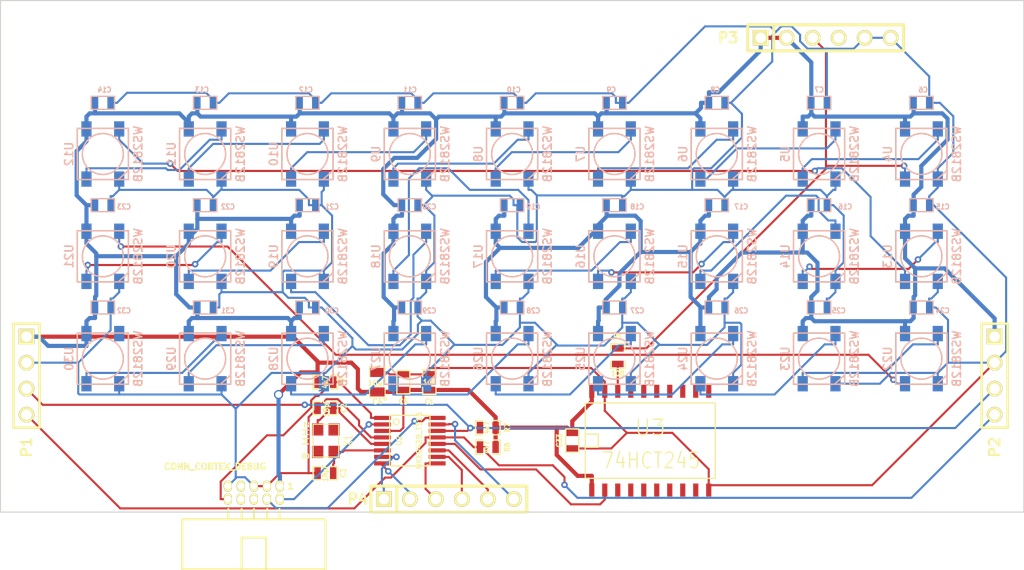
<source format=kicad_pcb>
(kicad_pcb (version 20171130) (host pcbnew 5.1.12-84ad8e8a86~92~ubuntu20.04.1)

  (general
    (thickness 1.6)
    (drawings 4)
    (tracks 852)
    (zones 0)
    (modules 72)
    (nets 45)
  )

  (page A4)
  (layers
    (0 F.Cu signal)
    (31 B.Cu signal)
    (32 B.Adhes user hide)
    (33 F.Adhes user hide)
    (34 B.Paste user hide)
    (35 F.Paste user hide)
    (36 B.SilkS user hide)
    (37 F.SilkS user hide)
    (38 B.Mask user hide)
    (39 F.Mask user hide)
    (40 Dwgs.User user hide)
    (41 Cmts.User user hide)
    (42 Eco1.User user hide)
    (43 Eco2.User user hide)
    (44 Edge.Cuts user)
  )

  (setup
    (last_trace_width 0.2032)
    (user_trace_width 0.2032)
    (user_trace_width 0.254)
    (trace_clearance 0.2032)
    (zone_clearance 0.508)
    (zone_45_only no)
    (trace_min 0.2032)
    (via_size 0.635)
    (via_drill 0.3048)
    (via_min_size 0.635)
    (via_min_drill 0.3048)
    (uvia_size 0.508)
    (uvia_drill 0.127)
    (uvias_allowed no)
    (uvia_min_size 0.508)
    (uvia_min_drill 0.127)
    (edge_width 0.1)
    (segment_width 0.2)
    (pcb_text_width 0.3)
    (pcb_text_size 1.5 1.5)
    (mod_edge_width 0.15)
    (mod_text_size 1 1)
    (mod_text_width 0.15)
    (pad_size 1.5 1)
    (pad_drill 0)
    (pad_to_mask_clearance 0)
    (aux_axis_origin 76.2 101.6)
    (visible_elements 7FFFFFBF)
    (pcbplotparams
      (layerselection 0x00030_ffffffff)
      (usegerberextensions true)
      (usegerberattributes true)
      (usegerberadvancedattributes true)
      (creategerberjobfile true)
      (excludeedgelayer false)
      (linewidth 0.150000)
      (plotframeref false)
      (viasonmask false)
      (mode 1)
      (useauxorigin true)
      (hpglpennumber 1)
      (hpglpenspeed 20)
      (hpglpendiameter 15.000000)
      (psnegative false)
      (psa4output false)
      (plotreference true)
      (plotvalue true)
      (plotinvisibletext false)
      (padsonsilk false)
      (subtractmaskfromsilk false)
      (outputformat 1)
      (mirror false)
      (drillshape 0)
      (scaleselection 1)
      (outputdirectory "gerbers/"))
  )

  (net 0 "")
  (net 1 /A1)
  (net 2 /B1)
  (net 3 /B2)
  (net 4 /B3)
  (net 5 /B4)
  (net 6 /B5)
  (net 7 /EXTAL)
  (net 8 /SCL)
  (net 9 /SDA)
  (net 10 /SWD_CLK)
  (net 11 /SWD_DIO)
  (net 12 /XTAL)
  (net 13 /nRESET)
  (net 14 GND)
  (net 15 LED_DATA)
  (net 16 N-000002)
  (net 17 N-0000029)
  (net 18 N-0000039)
  (net 19 N-0000040)
  (net 20 N-0000041)
  (net 21 N-0000042)
  (net 22 N-0000044)
  (net 23 N-0000045)
  (net 24 N-0000046)
  (net 25 N-0000047)
  (net 26 N-0000048)
  (net 27 N-0000049)
  (net 28 N-0000050)
  (net 29 N-0000051)
  (net 30 N-0000052)
  (net 31 N-0000053)
  (net 32 N-0000054)
  (net 33 N-0000055)
  (net 34 N-0000056)
  (net 35 N-0000057)
  (net 36 N-0000058)
  (net 37 N-0000059)
  (net 38 N-0000060)
  (net 39 N-0000061)
  (net 40 N-0000062)
  (net 41 N-0000063)
  (net 42 N-0000064)
  (net 43 N-0000065)
  (net 44 VCC)

  (net_class Default "This is the default net class."
    (clearance 0.2032)
    (trace_width 0.2032)
    (via_dia 0.635)
    (via_drill 0.3048)
    (uvia_dia 0.508)
    (uvia_drill 0.127)
    (add_net /A1)
    (add_net /B1)
    (add_net /B2)
    (add_net /B3)
    (add_net /B4)
    (add_net /B5)
    (add_net /EXTAL)
    (add_net /SCL)
    (add_net /SDA)
    (add_net /SWD_CLK)
    (add_net /SWD_DIO)
    (add_net /XTAL)
    (add_net /nRESET)
    (add_net GND)
    (add_net LED_DATA)
    (add_net N-000002)
    (add_net N-0000029)
    (add_net N-0000039)
    (add_net N-0000040)
    (add_net N-0000041)
    (add_net N-0000042)
    (add_net N-0000044)
    (add_net N-0000045)
    (add_net N-0000046)
    (add_net N-0000047)
    (add_net N-0000048)
    (add_net N-0000049)
    (add_net N-0000050)
    (add_net N-0000051)
    (add_net N-0000052)
    (add_net N-0000053)
    (add_net N-0000054)
    (add_net N-0000055)
    (add_net N-0000056)
    (add_net N-0000057)
    (add_net N-0000058)
    (add_net N-0000059)
    (add_net N-0000060)
    (add_net N-0000061)
    (add_net N-0000062)
    (add_net N-0000063)
    (add_net N-0000064)
    (add_net N-0000065)
  )

  (net_class power ""
    (clearance 0.254)
    (trace_width 0.4064)
    (via_dia 0.889)
    (via_drill 0.635)
    (uvia_dia 0.508)
    (uvia_drill 0.127)
    (add_net VCC)
  )

  (module ssop-16 (layer F.Cu) (tedit 53E3E085) (tstamp 53E3CCBF)
    (at 116.205 94.615 270)
    (descr SSOP-16)
    (path /53E14697)
    (attr smd)
    (fp_text reference U2 (at 0 1.043 270) (layer F.SilkS)
      (effects (font (size 0.50038 0.50038) (thickness 0.09906)))
    )
    (fp_text value MKE04Z8_TS16 (at 0 -0.89916 270) (layer F.SilkS)
      (effects (font (size 0.50038 0.50038) (thickness 0.09906)))
    )
    (fp_circle (center -1.8415 1.3335) (end -1.9685 1.5875) (layer F.SilkS) (width 0.127))
    (fp_line (start -2.4765 -1.9685) (end -2.4765 1.9685) (layer F.SilkS) (width 0.127))
    (fp_line (start 2.4765 -1.9685) (end -2.4765 -1.9685) (layer F.SilkS) (width 0.127))
    (fp_line (start 2.4765 1.9685) (end 2.4765 -1.9685) (layer F.SilkS) (width 0.127))
    (fp_line (start -2.4765 1.9685) (end 2.4765 1.9685) (layer F.SilkS) (width 0.127))
    (pad 4 smd rect (at -0.3175 2.667 270) (size 0.4064 1.651) (layers F.Cu F.Paste F.Mask)
      (net 14 GND))
    (pad 5 smd rect (at 0.3175 2.667 270) (size 0.4064 1.651) (layers F.Cu F.Paste F.Mask)
      (net 7 /EXTAL))
    (pad 6 smd rect (at 0.9525 2.667 270) (size 0.4064 1.651) (layers F.Cu F.Paste F.Mask)
      (net 12 /XTAL))
    (pad 7 smd rect (at 1.5875 2.667 270) (size 0.4064 1.651) (layers F.Cu F.Paste F.Mask)
      (net 6 /B5))
    (pad 16 smd rect (at -2.2225 -2.667 270) (size 0.4064 1.651) (layers F.Cu F.Paste F.Mask)
      (net 10 /SWD_CLK))
    (pad 1 smd rect (at -2.2225 2.667 270) (size 0.4064 1.651) (layers F.Cu F.Paste F.Mask)
      (net 13 /nRESET))
    (pad 2 smd rect (at -1.5875 2.667 270) (size 0.4064 1.651) (layers F.Cu F.Paste F.Mask)
      (net 11 /SWD_DIO))
    (pad 3 smd rect (at -0.9525 2.667 270) (size 0.4064 1.651) (layers F.Cu F.Paste F.Mask)
      (net 44 VCC))
    (pad 9 smd rect (at 2.2225 -2.667 270) (size 0.4064 1.651) (layers F.Cu F.Paste F.Mask)
      (net 4 /B3))
    (pad 10 smd rect (at 1.5875 -2.667 270) (size 0.4064 1.651) (layers F.Cu F.Paste F.Mask)
      (net 3 /B2))
    (pad 11 smd rect (at 0.9525 -2.667 270) (size 0.4064 1.651) (layers F.Cu F.Paste F.Mask)
      (net 2 /B1))
    (pad 12 smd rect (at 0.3175 -2.667 270) (size 0.4064 1.651) (layers F.Cu F.Paste F.Mask)
      (net 17 N-0000029))
    (pad 13 smd rect (at -0.3175 -2.667 270) (size 0.4064 1.651) (layers F.Cu F.Paste F.Mask)
      (net 8 /SCL))
    (pad 14 smd rect (at -0.9525 -2.667 270) (size 0.4064 1.651) (layers F.Cu F.Paste F.Mask)
      (net 9 /SDA))
    (pad 8 smd rect (at 2.2225 2.667 270) (size 0.4064 1.651) (layers F.Cu F.Paste F.Mask)
      (net 5 /B4))
    (pad 15 smd rect (at -1.5875 -2.667 270) (size 0.4064 1.651) (layers F.Cu F.Paste F.Mask)
      (net 1 /A1))
    (model smd/smd_dil/ssop-16.wrl
      (at (xyz 0 0 0))
      (scale (xyz 1 1 1))
      (rotate (xyz 0 0 0))
    )
  )

  (module SM0603_Capa (layer F.Cu) (tedit 53E4E1E6) (tstamp 53E3CCCB)
    (at 107.95 91.44)
    (path /53E14845)
    (attr smd)
    (fp_text reference C2 (at 1.8 0 90) (layer F.SilkS)
      (effects (font (size 0.508 0.4572) (thickness 0.1143)))
    )
    (fp_text value 18pF (at 0.1 0 90) (layer F.SilkS)
      (effects (font (size 0.508 0.4572) (thickness 0.1143)))
    )
    (fp_line (start -1.19888 0.635) (end -1.19888 -0.635) (layer F.SilkS) (width 0.11938))
    (fp_line (start 1.19888 -0.635) (end 1.19888 0.635) (layer F.SilkS) (width 0.11938))
    (fp_line (start -1.19888 -0.65024) (end -0.50038 -0.65024) (layer F.SilkS) (width 0.11938))
    (fp_line (start 0.50038 -0.65024) (end 1.19888 -0.65024) (layer F.SilkS) (width 0.11938))
    (fp_line (start -0.50038 0.65024) (end -1.19888 0.65024) (layer F.SilkS) (width 0.11938))
    (fp_line (start 0.50038 0.65024) (end 1.19888 0.65024) (layer F.SilkS) (width 0.11938))
    (pad 1 smd rect (at -0.762 0) (size 0.635 1.143) (layers F.Cu F.Paste F.Mask)
      (net 14 GND))
    (pad 2 smd rect (at 0.762 0) (size 0.635 1.143) (layers F.Cu F.Paste F.Mask)
      (net 7 /EXTAL))
    (model smd\capacitors\C0603.wrl
      (offset (xyz 0 0 0.02539999961853028))
      (scale (xyz 0.5 0.5 0.5))
      (rotate (xyz 0 0 0))
    )
  )

  (module SM0603_Capa (layer F.Cu) (tedit 53E4E2D8) (tstamp 53E3CCD7)
    (at 107.95 97.79)
    (path /53E14852)
    (attr smd)
    (fp_text reference C3 (at 1.751 0 90) (layer F.SilkS)
      (effects (font (size 0.508 0.4572) (thickness 0.1143)))
    )
    (fp_text value 18pF (at 0 0 90) (layer F.SilkS)
      (effects (font (size 0.508 0.4572) (thickness 0.1143)))
    )
    (fp_line (start -1.19888 0.635) (end -1.19888 -0.635) (layer F.SilkS) (width 0.11938))
    (fp_line (start 1.19888 -0.635) (end 1.19888 0.635) (layer F.SilkS) (width 0.11938))
    (fp_line (start -1.19888 -0.65024) (end -0.50038 -0.65024) (layer F.SilkS) (width 0.11938))
    (fp_line (start 0.50038 -0.65024) (end 1.19888 -0.65024) (layer F.SilkS) (width 0.11938))
    (fp_line (start -0.50038 0.65024) (end -1.19888 0.65024) (layer F.SilkS) (width 0.11938))
    (fp_line (start 0.50038 0.65024) (end 1.19888 0.65024) (layer F.SilkS) (width 0.11938))
    (pad 1 smd rect (at -0.762 0) (size 0.635 1.143) (layers F.Cu F.Paste F.Mask)
      (net 14 GND))
    (pad 2 smd rect (at 0.762 0) (size 0.635 1.143) (layers F.Cu F.Paste F.Mask)
      (net 12 /XTAL))
    (model smd\capacitors\C0603.wrl
      (offset (xyz 0 0 0.02539999961853028))
      (scale (xyz 0.5 0.5 0.5))
      (rotate (xyz 0 0 0))
    )
  )

  (module SM0603_Capa (layer F.Cu) (tedit 5686DE1A) (tstamp 53DBA12D)
    (at 118.11 88.9 90)
    (path /53D98F14)
    (attr smd)
    (fp_text reference C1 (at -1.905 0 180) (layer F.SilkS)
      (effects (font (size 0.508 0.4572) (thickness 0.1143)))
    )
    (fp_text value 1uF (at 0 0 180) (layer F.SilkS)
      (effects (font (size 0.508 0.4572) (thickness 0.1143)))
    )
    (fp_line (start -1.19888 0.635) (end -1.19888 -0.635) (layer F.SilkS) (width 0.11938))
    (fp_line (start 1.19888 -0.635) (end 1.19888 0.635) (layer F.SilkS) (width 0.11938))
    (fp_line (start -1.19888 -0.65024) (end -0.50038 -0.65024) (layer F.SilkS) (width 0.11938))
    (fp_line (start 0.50038 -0.65024) (end 1.19888 -0.65024) (layer F.SilkS) (width 0.11938))
    (fp_line (start -0.50038 0.65024) (end -1.19888 0.65024) (layer F.SilkS) (width 0.11938))
    (fp_line (start 0.50038 0.65024) (end 1.19888 0.65024) (layer F.SilkS) (width 0.11938))
    (pad 1 smd rect (at -0.762 0 90) (size 0.635 1.143) (layers F.Cu F.Paste F.Mask)
      (net 44 VCC))
    (pad 2 smd rect (at 0.762 0 90) (size 0.635 1.143) (layers F.Cu F.Paste F.Mask)
      (net 14 GND))
    (model smd\capacitors\C0603.wrl
      (offset (xyz 0 0 0.02539999961853028))
      (scale (xyz 0.5 0.5 0.5))
      (rotate (xyz 0 0 0))
    )
  )

  (module Pin_Array_5x2_1.27mm_RA_RMC (layer F.Cu) (tedit 5687B798) (tstamp 53E3D481)
    (at 100.965 99.695)
    (path /53E146B0)
    (fp_text reference U1 (at 0.09906 2.90068) (layer F.SilkS) hide
      (effects (font (size 0.127 0.127) (thickness 0.00254)))
    )
    (fp_text value CONN_CORTEX_DEBUG (at -3.81 -2.54) (layer F.SilkS)
      (effects (font (size 0.6096 0.6096) (thickness 0.1524)))
    )
    (fp_line (start 7.00024 2.69748) (end 7.00024 7.49808) (layer F.SilkS) (width 0.2032))
    (fp_line (start -7.00278 2.70002) (end -7.00278 7.50062) (layer F.SilkS) (width 0.2032))
    (fp_line (start 6.9977 7.50062) (end -7.00278 7.50062) (layer F.SilkS) (width 0.2032))
    (fp_line (start -7.00024 2.60096) (end 6.90118 2.60096) (layer F.SilkS) (width 0.2032))
    (fp_line (start 1.19888 4.39928) (end 1.19888 7.50062) (layer F.SilkS) (width 0.2032))
    (fp_line (start -1.19888 4.39928) (end 1.19888 4.39928) (layer F.SilkS) (width 0.2032))
    (fp_line (start -1.19888 7.50062) (end -1.19888 4.39928) (layer F.SilkS) (width 0.2032))
    (fp_line (start -2.49936 1.6002) (end -2.49936 2.60096) (layer F.SilkS) (width 0.2032))
    (fp_line (start -1.19888 1.6002) (end -1.19888 2.60096) (layer F.SilkS) (width 0.2032))
    (fp_line (start 0 2.60096) (end 0 1.6002) (layer F.SilkS) (width 0.2032))
    (fp_line (start 1.30048 2.60096) (end 1.30048 1.6002) (layer F.SilkS) (width 0.2032))
    (fp_line (start 2.49936 1.6002) (end 2.49936 2.60096) (layer F.SilkS) (width 0.2032))
    (fp_text user 1 (at 3.583 -0.635) (layer F.SilkS)
      (effects (font (size 0.6096 0.6096) (thickness 0.1524)))
    )
    (pad 1 thru_hole oval (at 2.54 -0.635) (size 0.8001 1.09982) (drill 0.65024) (layers *.Cu *.Mask F.SilkS)
      (net 44 VCC))
    (pad 2 thru_hole oval (at 2.54 0.635) (size 0.8001 1.09982) (drill 0.65024) (layers *.Cu *.Mask F.SilkS)
      (net 11 /SWD_DIO))
    (pad 3 thru_hole oval (at 1.27 -0.635) (size 0.8001 1.09982) (drill 0.65024) (layers *.Cu *.Mask F.SilkS)
      (net 14 GND))
    (pad 4 thru_hole oval (at 1.27 0.635) (size 0.8001 1.09982) (drill 0.65024) (layers *.Cu *.Mask F.SilkS)
      (net 10 /SWD_CLK))
    (pad 5 thru_hole oval (at 0 -0.635) (size 0.8001 1.09982) (drill 0.65024) (layers *.Cu *.Mask F.SilkS)
      (net 14 GND))
    (pad 6 thru_hole oval (at 0 0.635) (size 0.8001 1.09982) (drill 0.65024) (layers *.Cu *.Mask F.SilkS))
    (pad 7 thru_hole oval (at -1.27 -0.635) (size 0.8001 1.09982) (drill 0.65024) (layers *.Cu *.Mask F.SilkS))
    (pad 8 thru_hole oval (at -1.27 0.635) (size 0.8001 1.09982) (drill 0.65024) (layers *.Cu *.Mask F.SilkS))
    (pad 9 thru_hole oval (at -2.54 -0.635) (size 0.8001 1.09982) (drill 0.65024) (layers *.Cu *.Mask F.SilkS)
      (net 14 GND))
    (pad 10 thru_hole oval (at -2.54 0.635) (size 0.8001 1.09982) (drill 0.65024) (layers *.Cu *.Mask F.SilkS)
      (net 13 /nRESET))
    (model ..\KiCAD_Libraries\packages3d\rmc\Harwin\26017k.wrl
      (offset (xyz 2.539999961853027 -3.098799953460693 1.777999973297119))
      (scale (xyz 1 1 1))
      (rotate (xyz 0 -90 90))
    )
  )

  (module SM0805 (layer F.Cu) (tedit 5686DDF6) (tstamp 53E4D375)
    (at 113.03 88.9 90)
    (path /53E4D05F)
    (attr smd)
    (fp_text reference C4 (at -1.905 0 180) (layer F.SilkS)
      (effects (font (size 0.50038 0.50038) (thickness 0.10922)))
    )
    (fp_text value 10uF (at -0.1 0 180) (layer F.SilkS)
      (effects (font (size 0.50038 0.50038) (thickness 0.10922)))
    )
    (fp_line (start 1.524 0.762) (end 0.508 0.762) (layer F.SilkS) (width 0.09906))
    (fp_line (start 1.524 -0.762) (end 1.524 0.762) (layer F.SilkS) (width 0.09906))
    (fp_line (start 0.508 -0.762) (end 1.524 -0.762) (layer F.SilkS) (width 0.09906))
    (fp_line (start -1.524 -0.762) (end -0.508 -0.762) (layer F.SilkS) (width 0.09906))
    (fp_line (start -1.524 0.762) (end -1.524 -0.762) (layer F.SilkS) (width 0.09906))
    (fp_line (start -0.508 0.762) (end -1.524 0.762) (layer F.SilkS) (width 0.09906))
    (fp_circle (center -1.651 0.762) (end -1.651 0.635) (layer F.SilkS) (width 0.09906))
    (pad 1 smd rect (at -0.9525 0 90) (size 0.889 1.397) (layers F.Cu F.Paste F.Mask)
      (net 44 VCC))
    (pad 2 smd rect (at 0.9525 0 90) (size 0.889 1.397) (layers F.Cu F.Paste F.Mask)
      (net 14 GND))
    (model smd/chip_cms.wrl
      (at (xyz 0 0 0))
      (scale (xyz 0.1 0.1 0.1))
      (rotate (xyz 0 0 0))
    )
  )

  (module SM0603_Resistor (layer F.Cu) (tedit 5687B7A6) (tstamp 53E4D381)
    (at 123.825 93.345)
    (path /53E4D406)
    (attr smd)
    (fp_text reference R7 (at 1.905 0 90) (layer F.SilkS)
      (effects (font (size 0.50038 0.4572) (thickness 0.1143)))
    )
    (fp_text value 4k7 (at -0.1 0 90) (layer F.SilkS)
      (effects (font (size 0.508 0.4572) (thickness 0.1143)))
    )
    (fp_line (start 1.2065 0.6985) (end 0.50038 0.6985) (layer F.SilkS) (width 0.127))
    (fp_line (start 1.2065 -0.6985) (end 1.2065 0.6985) (layer F.SilkS) (width 0.127))
    (fp_line (start 1.2065 -0.6985) (end 0.50038 -0.6985) (layer F.SilkS) (width 0.127))
    (fp_line (start -1.2065 0.6985) (end -0.50038 0.6985) (layer F.SilkS) (width 0.127))
    (fp_line (start -1.2065 -0.6985) (end -1.2065 0.6985) (layer F.SilkS) (width 0.127))
    (fp_line (start -0.50038 -0.6985) (end -1.2065 -0.6985) (layer F.SilkS) (width 0.127))
    (pad 1 smd rect (at -0.762 0) (size 0.635 1.143) (layers F.Cu F.Paste F.Mask)
      (net 9 /SDA))
    (pad 2 smd rect (at 0.762 0) (size 0.635 1.143) (layers F.Cu F.Paste F.Mask)
      (net 44 VCC))
    (model smd\resistors\R0603.wrl
      (offset (xyz 0 0 0.02539999961853028))
      (scale (xyz 0.5 0.5 0.5))
      (rotate (xyz 0 0 0))
    )
  )

  (module SM0603_Resistor (layer F.Cu) (tedit 5687B7A2) (tstamp 53E4D38D)
    (at 123.825 95.25)
    (path /53E4D411)
    (attr smd)
    (fp_text reference R8 (at 1.905 0 90) (layer F.SilkS)
      (effects (font (size 0.50038 0.4572) (thickness 0.1143)))
    )
    (fp_text value 4k7 (at -0.1 0 90) (layer F.SilkS)
      (effects (font (size 0.508 0.4572) (thickness 0.1143)))
    )
    (fp_line (start 1.2065 0.6985) (end 0.50038 0.6985) (layer F.SilkS) (width 0.127))
    (fp_line (start 1.2065 -0.6985) (end 1.2065 0.6985) (layer F.SilkS) (width 0.127))
    (fp_line (start 1.2065 -0.6985) (end 0.50038 -0.6985) (layer F.SilkS) (width 0.127))
    (fp_line (start -1.2065 0.6985) (end -0.50038 0.6985) (layer F.SilkS) (width 0.127))
    (fp_line (start -1.2065 -0.6985) (end -1.2065 0.6985) (layer F.SilkS) (width 0.127))
    (fp_line (start -0.50038 -0.6985) (end -1.2065 -0.6985) (layer F.SilkS) (width 0.127))
    (pad 1 smd rect (at -0.762 0) (size 0.635 1.143) (layers F.Cu F.Paste F.Mask)
      (net 8 /SCL))
    (pad 2 smd rect (at 0.762 0) (size 0.635 1.143) (layers F.Cu F.Paste F.Mask)
      (net 44 VCC))
    (model smd\resistors\R0603.wrl
      (offset (xyz 0 0 0.02539999961853028))
      (scale (xyz 0.5 0.5 0.5))
      (rotate (xyz 0 0 0))
    )
  )

  (module SM0603_Resistor (layer F.Cu) (tedit 53E4E1B8) (tstamp 53E4D399)
    (at 107.95 88.9 180)
    (path /53E4D75E)
    (attr smd)
    (fp_text reference R9 (at -1.6 0 270) (layer F.SilkS)
      (effects (font (size 0.50038 0.4572) (thickness 0.1143)))
    )
    (fp_text value 4k7 (at 0 0 270) (layer F.SilkS)
      (effects (font (size 0.508 0.4572) (thickness 0.1143)))
    )
    (fp_line (start 1.2065 0.6985) (end 0.50038 0.6985) (layer F.SilkS) (width 0.127))
    (fp_line (start 1.2065 -0.6985) (end 1.2065 0.6985) (layer F.SilkS) (width 0.127))
    (fp_line (start 1.2065 -0.6985) (end 0.50038 -0.6985) (layer F.SilkS) (width 0.127))
    (fp_line (start -1.2065 0.6985) (end -0.50038 0.6985) (layer F.SilkS) (width 0.127))
    (fp_line (start -1.2065 -0.6985) (end -1.2065 0.6985) (layer F.SilkS) (width 0.127))
    (fp_line (start -0.50038 -0.6985) (end -1.2065 -0.6985) (layer F.SilkS) (width 0.127))
    (pad 1 smd rect (at -0.762 0 180) (size 0.635 1.143) (layers F.Cu F.Paste F.Mask)
      (net 13 /nRESET))
    (pad 2 smd rect (at 0.762 0 180) (size 0.635 1.143) (layers F.Cu F.Paste F.Mask)
      (net 44 VCC))
    (model smd\resistors\R0603.wrl
      (offset (xyz 0 0 0.02539999961853028))
      (scale (xyz 0.5 0.5 0.5))
      (rotate (xyz 0 0 0))
    )
  )

  (module XTAL-3.2x2.5mm (layer F.Cu) (tedit 5687B79A) (tstamp 53E3CD05)
    (at 107.95 94.615 270)
    (path /53E4DE2B)
    (fp_text reference X1 (at 0 -2.25044 270) (layer F.SilkS)
      (effects (font (size 0.8001 0.59944) (thickness 0.09906)))
    )
    (fp_text value "8 MHz" (at 0 1.905 270) (layer F.SilkS)
      (effects (font (size 0.59944 0.8001) (thickness 0.09906)))
    )
    (fp_line (start -1.6002 1.19888) (end -1.6002 -1.30048) (layer F.SilkS) (width 0.09906))
    (fp_line (start 1.6002 1.19888) (end -1.6002 1.19888) (layer F.SilkS) (width 0.09906))
    (fp_line (start 1.6002 -1.30048) (end 1.6002 1.19888) (layer F.SilkS) (width 0.09906))
    (fp_line (start -1.6002 -1.30048) (end 1.6002 -1.30048) (layer F.SilkS) (width 0.09906))
    (pad 1 smd rect (at -1.09982 0.7493 270) (size 1.19888 1.09982) (layers F.Cu F.Paste F.Mask)
      (net 7 /EXTAL))
    (pad 3 smd rect (at 1.09982 -0.8509 270) (size 1.19888 1.09982) (layers F.Cu F.Paste F.Mask)
      (net 12 /XTAL))
    (pad 2 smd rect (at 1.09982 0.7493 270) (size 1.19888 1.09982) (layers F.Cu F.Paste F.Mask))
    (pad 4 smd rect (at -1.09982 -0.8509 270) (size 1.19888 1.09982) (layers F.Cu F.Paste F.Mask))
    (model ..\KiCAD_Libraries\packages3d\rmc\Abracon\ABMM2k.wrl
      (offset (xyz 0 0 0.02539999961853028))
      (scale (xyz 0.533 0.6944 0.5833))
      (rotate (xyz 0 0 0))
    )
  )

  (module PIN_ARRAY_4x1 (layer F.Cu) (tedit 5687B7C6) (tstamp 53E967AC)
    (at 78.74 88.265 270)
    (descr "Double rangee de contacts 2 x 5 pins")
    (tags CONN)
    (path /53D98CAE)
    (fp_text reference P1 (at 6.985 0 270) (layer F.SilkS)
      (effects (font (size 1.016 1.016) (thickness 0.2032)))
    )
    (fp_text value CONN_4 (at 0 2.54 270) (layer F.SilkS) hide
      (effects (font (size 1.016 1.016) (thickness 0.2032)))
    )
    (fp_line (start 5.08 1.27) (end 5.08 -1.27) (layer F.SilkS) (width 0.254))
    (fp_line (start -5.08 -1.27) (end -5.08 1.27) (layer F.SilkS) (width 0.254))
    (fp_line (start 5.08 -1.27) (end -5.08 -1.27) (layer F.SilkS) (width 0.254))
    (fp_line (start 5.08 1.27) (end -5.08 1.27) (layer F.SilkS) (width 0.254))
    (pad 1 thru_hole rect (at -3.81 0 270) (size 1.524 1.524) (drill 1.016) (layers *.Cu *.Mask F.SilkS)
      (net 44 VCC))
    (pad 2 thru_hole circle (at -1.27 0 270) (size 1.524 1.524) (drill 1.016) (layers *.Cu *.Mask F.SilkS)
      (net 14 GND))
    (pad 3 thru_hole circle (at 1.27 0 270) (size 1.524 1.524) (drill 1.016) (layers *.Cu *.Mask F.SilkS)
      (net 9 /SDA))
    (pad 4 thru_hole circle (at 3.81 0 270) (size 1.524 1.524) (drill 1.016) (layers *.Cu *.Mask F.SilkS)
      (net 8 /SCL))
    (model pin_array\pins_array_4x1.wrl
      (at (xyz 0 0 0))
      (scale (xyz 1 1 1))
      (rotate (xyz 0 0 0))
    )
  )

  (module PIN_ARRAY_4x1 (layer F.Cu) (tedit 5687B78E) (tstamp 53E967B8)
    (at 173.355 88.265 270)
    (descr "Double rangee de contacts 2 x 5 pins")
    (tags CONN)
    (path /53D98CA1)
    (fp_text reference P2 (at 6.985 0 270) (layer F.SilkS)
      (effects (font (size 1.016 1.016) (thickness 0.2032)))
    )
    (fp_text value CONN_4 (at 0 2.54 270) (layer F.SilkS) hide
      (effects (font (size 1.016 1.016) (thickness 0.2032)))
    )
    (fp_line (start 5.08 1.27) (end 5.08 -1.27) (layer F.SilkS) (width 0.254))
    (fp_line (start -5.08 -1.27) (end -5.08 1.27) (layer F.SilkS) (width 0.254))
    (fp_line (start 5.08 -1.27) (end -5.08 -1.27) (layer F.SilkS) (width 0.254))
    (fp_line (start 5.08 1.27) (end -5.08 1.27) (layer F.SilkS) (width 0.254))
    (pad 1 thru_hole rect (at -3.81 0 270) (size 1.524 1.524) (drill 1.016) (layers *.Cu *.Mask F.SilkS)
      (net 44 VCC))
    (pad 2 thru_hole circle (at -1.27 0 270) (size 1.524 1.524) (drill 1.016) (layers *.Cu *.Mask F.SilkS)
      (net 14 GND))
    (pad 3 thru_hole circle (at 1.27 0 270) (size 1.524 1.524) (drill 1.016) (layers *.Cu *.Mask F.SilkS)
      (net 9 /SDA))
    (pad 4 thru_hole circle (at 3.81 0 270) (size 1.524 1.524) (drill 1.016) (layers *.Cu *.Mask F.SilkS)
      (net 8 /SCL))
    (model pin_array\pins_array_4x1.wrl
      (at (xyz 0 0 0))
      (scale (xyz 1 1 1))
      (rotate (xyz 0 0 0))
    )
  )

  (module SM0603 (layer B.Cu) (tedit 5687B81A) (tstamp 53FE3A5D)
    (at 126.2 71.6)
    (path /53E95BC2/53FE388F)
    (attr smd)
    (fp_text reference C19 (at 2.07 0.155) (layer B.SilkS)
      (effects (font (size 0.508 0.4572) (thickness 0.1143)) (justify mirror))
    )
    (fp_text value 100nF (at 0 0) (layer B.SilkS) hide
      (effects (font (size 0.508 0.4572) (thickness 0.1143)) (justify mirror))
    )
    (fp_line (start -1.143 -0.635) (end -1.143 0.635) (layer B.SilkS) (width 0.127))
    (fp_line (start 1.143 -0.635) (end -1.143 -0.635) (layer B.SilkS) (width 0.127))
    (fp_line (start 1.143 0.635) (end 1.143 -0.635) (layer B.SilkS) (width 0.127))
    (fp_line (start -1.143 0.635) (end 1.143 0.635) (layer B.SilkS) (width 0.127))
    (pad 1 smd rect (at -0.762 0) (size 0.635 1.143) (layers B.Cu B.Paste B.Mask)
      (net 44 VCC))
    (pad 2 smd rect (at 0.762 0) (size 0.635 1.143) (layers B.Cu B.Paste B.Mask)
      (net 14 GND))
    (model smd\resistors\R0603.wrl
      (offset (xyz 0 0 0.02539999961853028))
      (scale (xyz 0.5 0.5 0.5))
      (rotate (xyz 0 0 0))
    )
  )

  (module SM0603 (layer B.Cu) (tedit 5687B82E) (tstamp 53FE3A67)
    (at 86.2 81.6)
    (path /53E95BC2/53FE39F0)
    (attr smd)
    (fp_text reference C32 (at 2.065 0.315) (layer B.SilkS)
      (effects (font (size 0.508 0.4572) (thickness 0.1143)) (justify mirror))
    )
    (fp_text value 100nF (at 0 0) (layer B.SilkS) hide
      (effects (font (size 0.508 0.4572) (thickness 0.1143)) (justify mirror))
    )
    (fp_line (start -1.143 -0.635) (end -1.143 0.635) (layer B.SilkS) (width 0.127))
    (fp_line (start 1.143 -0.635) (end -1.143 -0.635) (layer B.SilkS) (width 0.127))
    (fp_line (start 1.143 0.635) (end 1.143 -0.635) (layer B.SilkS) (width 0.127))
    (fp_line (start -1.143 0.635) (end 1.143 0.635) (layer B.SilkS) (width 0.127))
    (pad 1 smd rect (at -0.762 0) (size 0.635 1.143) (layers B.Cu B.Paste B.Mask)
      (net 44 VCC))
    (pad 2 smd rect (at 0.762 0) (size 0.635 1.143) (layers B.Cu B.Paste B.Mask)
      (net 14 GND))
    (model smd\resistors\R0603.wrl
      (offset (xyz 0 0 0.02539999961853028))
      (scale (xyz 0.5 0.5 0.5))
      (rotate (xyz 0 0 0))
    )
  )

  (module SM0603 (layer B.Cu) (tedit 5687B831) (tstamp 53FE3A71)
    (at 96.2 81.6)
    (path /53E95BC2/53FE39EA)
    (attr smd)
    (fp_text reference C31 (at 2.225 0.315) (layer B.SilkS)
      (effects (font (size 0.508 0.4572) (thickness 0.1143)) (justify mirror))
    )
    (fp_text value 100nF (at 0 0) (layer B.SilkS) hide
      (effects (font (size 0.508 0.4572) (thickness 0.1143)) (justify mirror))
    )
    (fp_line (start -1.143 -0.635) (end -1.143 0.635) (layer B.SilkS) (width 0.127))
    (fp_line (start 1.143 -0.635) (end -1.143 -0.635) (layer B.SilkS) (width 0.127))
    (fp_line (start 1.143 0.635) (end 1.143 -0.635) (layer B.SilkS) (width 0.127))
    (fp_line (start -1.143 0.635) (end 1.143 0.635) (layer B.SilkS) (width 0.127))
    (pad 1 smd rect (at -0.762 0) (size 0.635 1.143) (layers B.Cu B.Paste B.Mask)
      (net 44 VCC))
    (pad 2 smd rect (at 0.762 0) (size 0.635 1.143) (layers B.Cu B.Paste B.Mask)
      (net 14 GND))
    (model smd\resistors\R0603.wrl
      (offset (xyz 0 0 0.02539999961853028))
      (scale (xyz 0.5 0.5 0.5))
      (rotate (xyz 0 0 0))
    )
  )

  (module SM0603 (layer B.Cu) (tedit 5687B833) (tstamp 53FE3A7B)
    (at 106.2 81.6)
    (path /53E95BC2/53FE39D8)
    (attr smd)
    (fp_text reference C30 (at 2.385 0.315) (layer B.SilkS)
      (effects (font (size 0.508 0.4572) (thickness 0.1143)) (justify mirror))
    )
    (fp_text value 100nF (at 0 0) (layer B.SilkS) hide
      (effects (font (size 0.508 0.4572) (thickness 0.1143)) (justify mirror))
    )
    (fp_line (start -1.143 -0.635) (end -1.143 0.635) (layer B.SilkS) (width 0.127))
    (fp_line (start 1.143 -0.635) (end -1.143 -0.635) (layer B.SilkS) (width 0.127))
    (fp_line (start 1.143 0.635) (end 1.143 -0.635) (layer B.SilkS) (width 0.127))
    (fp_line (start -1.143 0.635) (end 1.143 0.635) (layer B.SilkS) (width 0.127))
    (pad 1 smd rect (at -0.762 0) (size 0.635 1.143) (layers B.Cu B.Paste B.Mask)
      (net 44 VCC))
    (pad 2 smd rect (at 0.762 0) (size 0.635 1.143) (layers B.Cu B.Paste B.Mask)
      (net 14 GND))
    (model smd\resistors\R0603.wrl
      (offset (xyz 0 0 0.02539999961853028))
      (scale (xyz 0.5 0.5 0.5))
      (rotate (xyz 0 0 0))
    )
  )

  (module SM0603 (layer B.Cu) (tedit 5687B836) (tstamp 53FE3A85)
    (at 116.2 81.6)
    (path /53E95BC2/53FE3999)
    (attr smd)
    (fp_text reference C29 (at 1.91 0.315) (layer B.SilkS)
      (effects (font (size 0.508 0.4572) (thickness 0.1143)) (justify mirror))
    )
    (fp_text value 100nF (at 0 0) (layer B.SilkS) hide
      (effects (font (size 0.508 0.4572) (thickness 0.1143)) (justify mirror))
    )
    (fp_line (start -1.143 -0.635) (end -1.143 0.635) (layer B.SilkS) (width 0.127))
    (fp_line (start 1.143 -0.635) (end -1.143 -0.635) (layer B.SilkS) (width 0.127))
    (fp_line (start 1.143 0.635) (end 1.143 -0.635) (layer B.SilkS) (width 0.127))
    (fp_line (start -1.143 0.635) (end 1.143 0.635) (layer B.SilkS) (width 0.127))
    (pad 1 smd rect (at -0.762 0) (size 0.635 1.143) (layers B.Cu B.Paste B.Mask)
      (net 44 VCC))
    (pad 2 smd rect (at 0.762 0) (size 0.635 1.143) (layers B.Cu B.Paste B.Mask)
      (net 14 GND))
    (model smd\resistors\R0603.wrl
      (offset (xyz 0 0 0.02539999961853028))
      (scale (xyz 0.5 0.5 0.5))
      (rotate (xyz 0 0 0))
    )
  )

  (module SM0603 (layer B.Cu) (tedit 5687B838) (tstamp 53FE3A8F)
    (at 126.2 81.6)
    (path /53E95BC2/53FE3993)
    (attr smd)
    (fp_text reference C28 (at 2.07 0.315) (layer B.SilkS)
      (effects (font (size 0.508 0.4572) (thickness 0.1143)) (justify mirror))
    )
    (fp_text value 100nF (at 0 0) (layer B.SilkS) hide
      (effects (font (size 0.508 0.4572) (thickness 0.1143)) (justify mirror))
    )
    (fp_line (start -1.143 -0.635) (end -1.143 0.635) (layer B.SilkS) (width 0.127))
    (fp_line (start 1.143 -0.635) (end -1.143 -0.635) (layer B.SilkS) (width 0.127))
    (fp_line (start 1.143 0.635) (end 1.143 -0.635) (layer B.SilkS) (width 0.127))
    (fp_line (start -1.143 0.635) (end 1.143 0.635) (layer B.SilkS) (width 0.127))
    (pad 1 smd rect (at -0.762 0) (size 0.635 1.143) (layers B.Cu B.Paste B.Mask)
      (net 44 VCC))
    (pad 2 smd rect (at 0.762 0) (size 0.635 1.143) (layers B.Cu B.Paste B.Mask)
      (net 14 GND))
    (model smd\resistors\R0603.wrl
      (offset (xyz 0 0 0.02539999961853028))
      (scale (xyz 0.5 0.5 0.5))
      (rotate (xyz 0 0 0))
    )
  )

  (module SM0603 (layer B.Cu) (tedit 5687B83B) (tstamp 53FE3A99)
    (at 136.2 81.6)
    (path /53E95BC2/53FE3981)
    (attr smd)
    (fp_text reference C27 (at 2.23 0.315) (layer B.SilkS)
      (effects (font (size 0.508 0.4572) (thickness 0.1143)) (justify mirror))
    )
    (fp_text value 100nF (at 0 0) (layer B.SilkS) hide
      (effects (font (size 0.508 0.4572) (thickness 0.1143)) (justify mirror))
    )
    (fp_line (start -1.143 -0.635) (end -1.143 0.635) (layer B.SilkS) (width 0.127))
    (fp_line (start 1.143 -0.635) (end -1.143 -0.635) (layer B.SilkS) (width 0.127))
    (fp_line (start 1.143 0.635) (end 1.143 -0.635) (layer B.SilkS) (width 0.127))
    (fp_line (start -1.143 0.635) (end 1.143 0.635) (layer B.SilkS) (width 0.127))
    (pad 1 smd rect (at -0.762 0) (size 0.635 1.143) (layers B.Cu B.Paste B.Mask)
      (net 44 VCC))
    (pad 2 smd rect (at 0.762 0) (size 0.635 1.143) (layers B.Cu B.Paste B.Mask)
      (net 14 GND))
    (model smd\resistors\R0603.wrl
      (offset (xyz 0 0 0.02539999961853028))
      (scale (xyz 0.5 0.5 0.5))
      (rotate (xyz 0 0 0))
    )
  )

  (module SM0603 (layer B.Cu) (tedit 5687B83D) (tstamp 53FE3AA3)
    (at 146.2 81.6)
    (path /53E95BC2/53FE3942)
    (attr smd)
    (fp_text reference C26 (at 2.39 0.315) (layer B.SilkS)
      (effects (font (size 0.508 0.4572) (thickness 0.1143)) (justify mirror))
    )
    (fp_text value 100nF (at 0 0) (layer B.SilkS) hide
      (effects (font (size 0.508 0.4572) (thickness 0.1143)) (justify mirror))
    )
    (fp_line (start -1.143 -0.635) (end -1.143 0.635) (layer B.SilkS) (width 0.127))
    (fp_line (start 1.143 -0.635) (end -1.143 -0.635) (layer B.SilkS) (width 0.127))
    (fp_line (start 1.143 0.635) (end 1.143 -0.635) (layer B.SilkS) (width 0.127))
    (fp_line (start -1.143 0.635) (end 1.143 0.635) (layer B.SilkS) (width 0.127))
    (pad 1 smd rect (at -0.762 0) (size 0.635 1.143) (layers B.Cu B.Paste B.Mask)
      (net 44 VCC))
    (pad 2 smd rect (at 0.762 0) (size 0.635 1.143) (layers B.Cu B.Paste B.Mask)
      (net 14 GND))
    (model smd\resistors\R0603.wrl
      (offset (xyz 0 0 0.02539999961853028))
      (scale (xyz 0.5 0.5 0.5))
      (rotate (xyz 0 0 0))
    )
  )

  (module SM0603 (layer B.Cu) (tedit 5687B840) (tstamp 53FE3AAD)
    (at 156.2 81.6)
    (path /53E95BC2/53FE393C)
    (attr smd)
    (fp_text reference C25 (at 1.915 0.315) (layer B.SilkS)
      (effects (font (size 0.508 0.4572) (thickness 0.1143)) (justify mirror))
    )
    (fp_text value 100nF (at 0 0) (layer B.SilkS) hide
      (effects (font (size 0.508 0.4572) (thickness 0.1143)) (justify mirror))
    )
    (fp_line (start -1.143 -0.635) (end -1.143 0.635) (layer B.SilkS) (width 0.127))
    (fp_line (start 1.143 -0.635) (end -1.143 -0.635) (layer B.SilkS) (width 0.127))
    (fp_line (start 1.143 0.635) (end 1.143 -0.635) (layer B.SilkS) (width 0.127))
    (fp_line (start -1.143 0.635) (end 1.143 0.635) (layer B.SilkS) (width 0.127))
    (pad 1 smd rect (at -0.762 0) (size 0.635 1.143) (layers B.Cu B.Paste B.Mask)
      (net 44 VCC))
    (pad 2 smd rect (at 0.762 0) (size 0.635 1.143) (layers B.Cu B.Paste B.Mask)
      (net 14 GND))
    (model smd\resistors\R0603.wrl
      (offset (xyz 0 0 0.02539999961853028))
      (scale (xyz 0.5 0.5 0.5))
      (rotate (xyz 0 0 0))
    )
  )

  (module SM0603 (layer B.Cu) (tedit 5687B843) (tstamp 53FE3AB7)
    (at 166.2 81.6)
    (path /53E95BC2/53FE392A)
    (attr smd)
    (fp_text reference C24 (at 2.075 0.315) (layer B.SilkS)
      (effects (font (size 0.508 0.4572) (thickness 0.1143)) (justify mirror))
    )
    (fp_text value 100nF (at 0 0) (layer B.SilkS) hide
      (effects (font (size 0.508 0.4572) (thickness 0.1143)) (justify mirror))
    )
    (fp_line (start -1.143 -0.635) (end -1.143 0.635) (layer B.SilkS) (width 0.127))
    (fp_line (start 1.143 -0.635) (end -1.143 -0.635) (layer B.SilkS) (width 0.127))
    (fp_line (start 1.143 0.635) (end 1.143 -0.635) (layer B.SilkS) (width 0.127))
    (fp_line (start -1.143 0.635) (end 1.143 0.635) (layer B.SilkS) (width 0.127))
    (pad 1 smd rect (at -0.762 0) (size 0.635 1.143) (layers B.Cu B.Paste B.Mask)
      (net 44 VCC))
    (pad 2 smd rect (at 0.762 0) (size 0.635 1.143) (layers B.Cu B.Paste B.Mask)
      (net 14 GND))
    (model smd\resistors\R0603.wrl
      (offset (xyz 0 0 0.02539999961853028))
      (scale (xyz 0.5 0.5 0.5))
      (rotate (xyz 0 0 0))
    )
  )

  (module SM0603 (layer B.Cu) (tedit 5687B80D) (tstamp 53FE3AC1)
    (at 86.2 71.6)
    (path /53E95BC2/53FE38EC)
    (attr smd)
    (fp_text reference C23 (at 2.065 0.155) (layer B.SilkS)
      (effects (font (size 0.508 0.4572) (thickness 0.1143)) (justify mirror))
    )
    (fp_text value 100nF (at 0 0) (layer B.SilkS) hide
      (effects (font (size 0.508 0.4572) (thickness 0.1143)) (justify mirror))
    )
    (fp_line (start -1.143 -0.635) (end -1.143 0.635) (layer B.SilkS) (width 0.127))
    (fp_line (start 1.143 -0.635) (end -1.143 -0.635) (layer B.SilkS) (width 0.127))
    (fp_line (start 1.143 0.635) (end 1.143 -0.635) (layer B.SilkS) (width 0.127))
    (fp_line (start -1.143 0.635) (end 1.143 0.635) (layer B.SilkS) (width 0.127))
    (pad 1 smd rect (at -0.762 0) (size 0.635 1.143) (layers B.Cu B.Paste B.Mask)
      (net 44 VCC))
    (pad 2 smd rect (at 0.762 0) (size 0.635 1.143) (layers B.Cu B.Paste B.Mask)
      (net 14 GND))
    (model smd\resistors\R0603.wrl
      (offset (xyz 0 0 0.02539999961853028))
      (scale (xyz 0.5 0.5 0.5))
      (rotate (xyz 0 0 0))
    )
  )

  (module SM0603 (layer B.Cu) (tedit 5687B810) (tstamp 53FE3ACB)
    (at 96.2 71.6)
    (path /53E95BC2/53FE38E6)
    (attr smd)
    (fp_text reference C22 (at 2.225 0.155) (layer B.SilkS)
      (effects (font (size 0.508 0.4572) (thickness 0.1143)) (justify mirror))
    )
    (fp_text value 100nF (at 0 0) (layer B.SilkS) hide
      (effects (font (size 0.508 0.4572) (thickness 0.1143)) (justify mirror))
    )
    (fp_line (start -1.143 -0.635) (end -1.143 0.635) (layer B.SilkS) (width 0.127))
    (fp_line (start 1.143 -0.635) (end -1.143 -0.635) (layer B.SilkS) (width 0.127))
    (fp_line (start 1.143 0.635) (end 1.143 -0.635) (layer B.SilkS) (width 0.127))
    (fp_line (start -1.143 0.635) (end 1.143 0.635) (layer B.SilkS) (width 0.127))
    (pad 1 smd rect (at -0.762 0) (size 0.635 1.143) (layers B.Cu B.Paste B.Mask)
      (net 44 VCC))
    (pad 2 smd rect (at 0.762 0) (size 0.635 1.143) (layers B.Cu B.Paste B.Mask)
      (net 14 GND))
    (model smd\resistors\R0603.wrl
      (offset (xyz 0 0 0.02539999961853028))
      (scale (xyz 0.5 0.5 0.5))
      (rotate (xyz 0 0 0))
    )
  )

  (module SM0603 (layer B.Cu) (tedit 5687B814) (tstamp 53FE3AD5)
    (at 106.2 71.6)
    (path /53E95BC2/53FE38D4)
    (attr smd)
    (fp_text reference C21 (at 2.385 0.155) (layer B.SilkS)
      (effects (font (size 0.508 0.4572) (thickness 0.1143)) (justify mirror))
    )
    (fp_text value 100nF (at 0 0) (layer B.SilkS) hide
      (effects (font (size 0.508 0.4572) (thickness 0.1143)) (justify mirror))
    )
    (fp_line (start -1.143 -0.635) (end -1.143 0.635) (layer B.SilkS) (width 0.127))
    (fp_line (start 1.143 -0.635) (end -1.143 -0.635) (layer B.SilkS) (width 0.127))
    (fp_line (start 1.143 0.635) (end 1.143 -0.635) (layer B.SilkS) (width 0.127))
    (fp_line (start -1.143 0.635) (end 1.143 0.635) (layer B.SilkS) (width 0.127))
    (pad 1 smd rect (at -0.762 0) (size 0.635 1.143) (layers B.Cu B.Paste B.Mask)
      (net 44 VCC))
    (pad 2 smd rect (at 0.762 0) (size 0.635 1.143) (layers B.Cu B.Paste B.Mask)
      (net 14 GND))
    (model smd\resistors\R0603.wrl
      (offset (xyz 0 0 0.02539999961853028))
      (scale (xyz 0.5 0.5 0.5))
      (rotate (xyz 0 0 0))
    )
  )

  (module SM0603 (layer B.Cu) (tedit 5687B817) (tstamp 53FE3ADF)
    (at 116.2 71.6)
    (path /53E95BC2/53FE3895)
    (attr smd)
    (fp_text reference C20 (at 1.91 0.155) (layer B.SilkS)
      (effects (font (size 0.508 0.4572) (thickness 0.1143)) (justify mirror))
    )
    (fp_text value 100nF (at 0 0) (layer B.SilkS) hide
      (effects (font (size 0.508 0.4572) (thickness 0.1143)) (justify mirror))
    )
    (fp_line (start -1.143 -0.635) (end -1.143 0.635) (layer B.SilkS) (width 0.127))
    (fp_line (start 1.143 -0.635) (end -1.143 -0.635) (layer B.SilkS) (width 0.127))
    (fp_line (start 1.143 0.635) (end 1.143 -0.635) (layer B.SilkS) (width 0.127))
    (fp_line (start -1.143 0.635) (end 1.143 0.635) (layer B.SilkS) (width 0.127))
    (pad 1 smd rect (at -0.762 0) (size 0.635 1.143) (layers B.Cu B.Paste B.Mask)
      (net 44 VCC))
    (pad 2 smd rect (at 0.762 0) (size 0.635 1.143) (layers B.Cu B.Paste B.Mask)
      (net 14 GND))
    (model smd\resistors\R0603.wrl
      (offset (xyz 0 0 0.02539999961853028))
      (scale (xyz 0.5 0.5 0.5))
      (rotate (xyz 0 0 0))
    )
  )

  (module SM0603 (layer B.Cu) (tedit 5687B81E) (tstamp 53FE3AE9)
    (at 136.2 71.6)
    (path /53E95BC2/53FE387D)
    (attr smd)
    (fp_text reference C18 (at 2.23 0.155) (layer B.SilkS)
      (effects (font (size 0.508 0.4572) (thickness 0.1143)) (justify mirror))
    )
    (fp_text value 100nF (at 0 0) (layer B.SilkS) hide
      (effects (font (size 0.508 0.4572) (thickness 0.1143)) (justify mirror))
    )
    (fp_line (start -1.143 -0.635) (end -1.143 0.635) (layer B.SilkS) (width 0.127))
    (fp_line (start 1.143 -0.635) (end -1.143 -0.635) (layer B.SilkS) (width 0.127))
    (fp_line (start 1.143 0.635) (end 1.143 -0.635) (layer B.SilkS) (width 0.127))
    (fp_line (start -1.143 0.635) (end 1.143 0.635) (layer B.SilkS) (width 0.127))
    (pad 1 smd rect (at -0.762 0) (size 0.635 1.143) (layers B.Cu B.Paste B.Mask)
      (net 44 VCC))
    (pad 2 smd rect (at 0.762 0) (size 0.635 1.143) (layers B.Cu B.Paste B.Mask)
      (net 14 GND))
    (model smd\resistors\R0603.wrl
      (offset (xyz 0 0 0.02539999961853028))
      (scale (xyz 0.5 0.5 0.5))
      (rotate (xyz 0 0 0))
    )
  )

  (module SM0603 (layer B.Cu) (tedit 5687B820) (tstamp 53FE3AF3)
    (at 146.2 71.6)
    (path /53E95BC2/53FE37E7)
    (attr smd)
    (fp_text reference C17 (at 2.39 0.155) (layer B.SilkS)
      (effects (font (size 0.508 0.4572) (thickness 0.1143)) (justify mirror))
    )
    (fp_text value 100nF (at 0 0) (layer B.SilkS) hide
      (effects (font (size 0.508 0.4572) (thickness 0.1143)) (justify mirror))
    )
    (fp_line (start -1.143 -0.635) (end -1.143 0.635) (layer B.SilkS) (width 0.127))
    (fp_line (start 1.143 -0.635) (end -1.143 -0.635) (layer B.SilkS) (width 0.127))
    (fp_line (start 1.143 0.635) (end 1.143 -0.635) (layer B.SilkS) (width 0.127))
    (fp_line (start -1.143 0.635) (end 1.143 0.635) (layer B.SilkS) (width 0.127))
    (pad 1 smd rect (at -0.762 0) (size 0.635 1.143) (layers B.Cu B.Paste B.Mask)
      (net 44 VCC))
    (pad 2 smd rect (at 0.762 0) (size 0.635 1.143) (layers B.Cu B.Paste B.Mask)
      (net 14 GND))
    (model smd\resistors\R0603.wrl
      (offset (xyz 0 0 0.02539999961853028))
      (scale (xyz 0.5 0.5 0.5))
      (rotate (xyz 0 0 0))
    )
  )

  (module SM0603 (layer B.Cu) (tedit 5687B823) (tstamp 53FE3AFD)
    (at 156.2 71.6)
    (path /53E95BC2/53FE37E1)
    (attr smd)
    (fp_text reference C16 (at 2.55 0.155) (layer B.SilkS)
      (effects (font (size 0.508 0.4572) (thickness 0.1143)) (justify mirror))
    )
    (fp_text value 100nF (at 0 0) (layer B.SilkS) hide
      (effects (font (size 0.508 0.4572) (thickness 0.1143)) (justify mirror))
    )
    (fp_line (start -1.143 -0.635) (end -1.143 0.635) (layer B.SilkS) (width 0.127))
    (fp_line (start 1.143 -0.635) (end -1.143 -0.635) (layer B.SilkS) (width 0.127))
    (fp_line (start 1.143 0.635) (end 1.143 -0.635) (layer B.SilkS) (width 0.127))
    (fp_line (start -1.143 0.635) (end 1.143 0.635) (layer B.SilkS) (width 0.127))
    (pad 1 smd rect (at -0.762 0) (size 0.635 1.143) (layers B.Cu B.Paste B.Mask)
      (net 44 VCC))
    (pad 2 smd rect (at 0.762 0) (size 0.635 1.143) (layers B.Cu B.Paste B.Mask)
      (net 14 GND))
    (model smd\resistors\R0603.wrl
      (offset (xyz 0 0 0.02539999961853028))
      (scale (xyz 0.5 0.5 0.5))
      (rotate (xyz 0 0 0))
    )
  )

  (module SM0603 (layer B.Cu) (tedit 5687B825) (tstamp 53FE3B07)
    (at 166.2 71.6)
    (path /53E95BC2/53FE37CF)
    (attr smd)
    (fp_text reference C15 (at 2.075 0.155) (layer B.SilkS)
      (effects (font (size 0.508 0.4572) (thickness 0.1143)) (justify mirror))
    )
    (fp_text value 100nF (at 0 0) (layer B.SilkS) hide
      (effects (font (size 0.508 0.4572) (thickness 0.1143)) (justify mirror))
    )
    (fp_line (start -1.143 -0.635) (end -1.143 0.635) (layer B.SilkS) (width 0.127))
    (fp_line (start 1.143 -0.635) (end -1.143 -0.635) (layer B.SilkS) (width 0.127))
    (fp_line (start 1.143 0.635) (end 1.143 -0.635) (layer B.SilkS) (width 0.127))
    (fp_line (start -1.143 0.635) (end 1.143 0.635) (layer B.SilkS) (width 0.127))
    (pad 1 smd rect (at -0.762 0) (size 0.635 1.143) (layers B.Cu B.Paste B.Mask)
      (net 44 VCC))
    (pad 2 smd rect (at 0.762 0) (size 0.635 1.143) (layers B.Cu B.Paste B.Mask)
      (net 14 GND))
    (model smd\resistors\R0603.wrl
      (offset (xyz 0 0 0.02539999961853028))
      (scale (xyz 0.5 0.5 0.5))
      (rotate (xyz 0 0 0))
    )
  )

  (module SM0603 (layer B.Cu) (tedit 5687B7F4) (tstamp 53FE3B11)
    (at 86.2 61.6)
    (path /53E95BC2/53FE3790)
    (attr smd)
    (fp_text reference C14 (at 0.16 -1.275) (layer B.SilkS)
      (effects (font (size 0.508 0.4572) (thickness 0.1143)) (justify mirror))
    )
    (fp_text value 100nF (at 0 0) (layer B.SilkS) hide
      (effects (font (size 0.508 0.4572) (thickness 0.1143)) (justify mirror))
    )
    (fp_line (start -1.143 -0.635) (end -1.143 0.635) (layer B.SilkS) (width 0.127))
    (fp_line (start 1.143 -0.635) (end -1.143 -0.635) (layer B.SilkS) (width 0.127))
    (fp_line (start 1.143 0.635) (end 1.143 -0.635) (layer B.SilkS) (width 0.127))
    (fp_line (start -1.143 0.635) (end 1.143 0.635) (layer B.SilkS) (width 0.127))
    (pad 1 smd rect (at -0.762 0) (size 0.635 1.143) (layers B.Cu B.Paste B.Mask)
      (net 44 VCC))
    (pad 2 smd rect (at 0.762 0) (size 0.635 1.143) (layers B.Cu B.Paste B.Mask)
      (net 14 GND))
    (model smd\resistors\R0603.wrl
      (offset (xyz 0 0 0.02539999961853028))
      (scale (xyz 0.5 0.5 0.5))
      (rotate (xyz 0 0 0))
    )
  )

  (module SM0603 (layer B.Cu) (tedit 5687B7F7) (tstamp 53FE3B1B)
    (at 96.2 61.6)
    (path /53E95BC2/53FE378A)
    (attr smd)
    (fp_text reference C13 (at -0.315 -1.275) (layer B.SilkS)
      (effects (font (size 0.508 0.4572) (thickness 0.1143)) (justify mirror))
    )
    (fp_text value 100nF (at 0 0) (layer B.SilkS) hide
      (effects (font (size 0.508 0.4572) (thickness 0.1143)) (justify mirror))
    )
    (fp_line (start -1.143 -0.635) (end -1.143 0.635) (layer B.SilkS) (width 0.127))
    (fp_line (start 1.143 -0.635) (end -1.143 -0.635) (layer B.SilkS) (width 0.127))
    (fp_line (start 1.143 0.635) (end 1.143 -0.635) (layer B.SilkS) (width 0.127))
    (fp_line (start -1.143 0.635) (end 1.143 0.635) (layer B.SilkS) (width 0.127))
    (pad 1 smd rect (at -0.762 0) (size 0.635 1.143) (layers B.Cu B.Paste B.Mask)
      (net 44 VCC))
    (pad 2 smd rect (at 0.762 0) (size 0.635 1.143) (layers B.Cu B.Paste B.Mask)
      (net 14 GND))
    (model smd\resistors\R0603.wrl
      (offset (xyz 0 0 0.02539999961853028))
      (scale (xyz 0.5 0.5 0.5))
      (rotate (xyz 0 0 0))
    )
  )

  (module SM0603 (layer B.Cu) (tedit 5687B7FA) (tstamp 53FE3B25)
    (at 106.2 61.6)
    (path /53E95BC2/53FE3778)
    (attr smd)
    (fp_text reference C12 (at -0.155 -1.275) (layer B.SilkS)
      (effects (font (size 0.508 0.4572) (thickness 0.1143)) (justify mirror))
    )
    (fp_text value 100nF (at 0 0) (layer B.SilkS) hide
      (effects (font (size 0.508 0.4572) (thickness 0.1143)) (justify mirror))
    )
    (fp_line (start -1.143 -0.635) (end -1.143 0.635) (layer B.SilkS) (width 0.127))
    (fp_line (start 1.143 -0.635) (end -1.143 -0.635) (layer B.SilkS) (width 0.127))
    (fp_line (start 1.143 0.635) (end 1.143 -0.635) (layer B.SilkS) (width 0.127))
    (fp_line (start -1.143 0.635) (end 1.143 0.635) (layer B.SilkS) (width 0.127))
    (pad 1 smd rect (at -0.762 0) (size 0.635 1.143) (layers B.Cu B.Paste B.Mask)
      (net 44 VCC))
    (pad 2 smd rect (at 0.762 0) (size 0.635 1.143) (layers B.Cu B.Paste B.Mask)
      (net 14 GND))
    (model smd\resistors\R0603.wrl
      (offset (xyz 0 0 0.02539999961853028))
      (scale (xyz 0.5 0.5 0.5))
      (rotate (xyz 0 0 0))
    )
  )

  (module SM0603 (layer B.Cu) (tedit 5687B7FC) (tstamp 53FE3B2F)
    (at 116.2 61.6)
    (path /53E95BC2/53FE36EC)
    (attr smd)
    (fp_text reference C11 (at 0.005 -1.275) (layer B.SilkS)
      (effects (font (size 0.508 0.4572) (thickness 0.1143)) (justify mirror))
    )
    (fp_text value 100nF (at 0 0) (layer B.SilkS) hide
      (effects (font (size 0.508 0.4572) (thickness 0.1143)) (justify mirror))
    )
    (fp_line (start -1.143 -0.635) (end -1.143 0.635) (layer B.SilkS) (width 0.127))
    (fp_line (start 1.143 -0.635) (end -1.143 -0.635) (layer B.SilkS) (width 0.127))
    (fp_line (start 1.143 0.635) (end 1.143 -0.635) (layer B.SilkS) (width 0.127))
    (fp_line (start -1.143 0.635) (end 1.143 0.635) (layer B.SilkS) (width 0.127))
    (pad 1 smd rect (at -0.762 0) (size 0.635 1.143) (layers B.Cu B.Paste B.Mask)
      (net 44 VCC))
    (pad 2 smd rect (at 0.762 0) (size 0.635 1.143) (layers B.Cu B.Paste B.Mask)
      (net 14 GND))
    (model smd\resistors\R0603.wrl
      (offset (xyz 0 0 0.02539999961853028))
      (scale (xyz 0.5 0.5 0.5))
      (rotate (xyz 0 0 0))
    )
  )

  (module SM0603 (layer B.Cu) (tedit 5687B7FE) (tstamp 53FE3B39)
    (at 126.2 61.6)
    (path /53E95BC2/53FE36E6)
    (attr smd)
    (fp_text reference C10 (at 0.165 -1.275) (layer B.SilkS)
      (effects (font (size 0.508 0.4572) (thickness 0.1143)) (justify mirror))
    )
    (fp_text value 100nF (at 0 0) (layer B.SilkS) hide
      (effects (font (size 0.508 0.4572) (thickness 0.1143)) (justify mirror))
    )
    (fp_line (start -1.143 -0.635) (end -1.143 0.635) (layer B.SilkS) (width 0.127))
    (fp_line (start 1.143 -0.635) (end -1.143 -0.635) (layer B.SilkS) (width 0.127))
    (fp_line (start 1.143 0.635) (end 1.143 -0.635) (layer B.SilkS) (width 0.127))
    (fp_line (start -1.143 0.635) (end 1.143 0.635) (layer B.SilkS) (width 0.127))
    (pad 1 smd rect (at -0.762 0) (size 0.635 1.143) (layers B.Cu B.Paste B.Mask)
      (net 44 VCC))
    (pad 2 smd rect (at 0.762 0) (size 0.635 1.143) (layers B.Cu B.Paste B.Mask)
      (net 14 GND))
    (model smd\resistors\R0603.wrl
      (offset (xyz 0 0 0.02539999961853028))
      (scale (xyz 0.5 0.5 0.5))
      (rotate (xyz 0 0 0))
    )
  )

  (module SM0603 (layer B.Cu) (tedit 5687B801) (tstamp 53FE3B43)
    (at 136.2 61.6)
    (path /53E95BC2/53FE36D4)
    (attr smd)
    (fp_text reference C9 (at -0.31 -1.275) (layer B.SilkS)
      (effects (font (size 0.508 0.4572) (thickness 0.1143)) (justify mirror))
    )
    (fp_text value 100nF (at 0 0) (layer B.SilkS) hide
      (effects (font (size 0.508 0.4572) (thickness 0.1143)) (justify mirror))
    )
    (fp_line (start -1.143 -0.635) (end -1.143 0.635) (layer B.SilkS) (width 0.127))
    (fp_line (start 1.143 -0.635) (end -1.143 -0.635) (layer B.SilkS) (width 0.127))
    (fp_line (start 1.143 0.635) (end 1.143 -0.635) (layer B.SilkS) (width 0.127))
    (fp_line (start -1.143 0.635) (end 1.143 0.635) (layer B.SilkS) (width 0.127))
    (pad 1 smd rect (at -0.762 0) (size 0.635 1.143) (layers B.Cu B.Paste B.Mask)
      (net 44 VCC))
    (pad 2 smd rect (at 0.762 0) (size 0.635 1.143) (layers B.Cu B.Paste B.Mask)
      (net 14 GND))
    (model smd\resistors\R0603.wrl
      (offset (xyz 0 0 0.02539999961853028))
      (scale (xyz 0.5 0.5 0.5))
      (rotate (xyz 0 0 0))
    )
  )

  (module SM0603 (layer B.Cu) (tedit 5687B803) (tstamp 53FE3B4D)
    (at 146.2 61.6)
    (path /53E95BC2/53FE35FE)
    (attr smd)
    (fp_text reference C8 (at -0.15 -1.275) (layer B.SilkS)
      (effects (font (size 0.508 0.4572) (thickness 0.1143)) (justify mirror))
    )
    (fp_text value 100nF (at 0 0) (layer B.SilkS) hide
      (effects (font (size 0.508 0.4572) (thickness 0.1143)) (justify mirror))
    )
    (fp_line (start -1.143 -0.635) (end -1.143 0.635) (layer B.SilkS) (width 0.127))
    (fp_line (start 1.143 -0.635) (end -1.143 -0.635) (layer B.SilkS) (width 0.127))
    (fp_line (start 1.143 0.635) (end 1.143 -0.635) (layer B.SilkS) (width 0.127))
    (fp_line (start -1.143 0.635) (end 1.143 0.635) (layer B.SilkS) (width 0.127))
    (pad 1 smd rect (at -0.762 0) (size 0.635 1.143) (layers B.Cu B.Paste B.Mask)
      (net 44 VCC))
    (pad 2 smd rect (at 0.762 0) (size 0.635 1.143) (layers B.Cu B.Paste B.Mask)
      (net 14 GND))
    (model smd\resistors\R0603.wrl
      (offset (xyz 0 0 0.02539999961853028))
      (scale (xyz 0.5 0.5 0.5))
      (rotate (xyz 0 0 0))
    )
  )

  (module SM0603 (layer B.Cu) (tedit 5687B805) (tstamp 53FE3B57)
    (at 156.2 61.6)
    (path /53E95BC2/53FE35F8)
    (attr smd)
    (fp_text reference C7 (at 0.01 -1.275) (layer B.SilkS)
      (effects (font (size 0.508 0.4572) (thickness 0.1143)) (justify mirror))
    )
    (fp_text value 100nF (at 0 0) (layer B.SilkS) hide
      (effects (font (size 0.508 0.4572) (thickness 0.1143)) (justify mirror))
    )
    (fp_line (start -1.143 -0.635) (end -1.143 0.635) (layer B.SilkS) (width 0.127))
    (fp_line (start 1.143 -0.635) (end -1.143 -0.635) (layer B.SilkS) (width 0.127))
    (fp_line (start 1.143 0.635) (end 1.143 -0.635) (layer B.SilkS) (width 0.127))
    (fp_line (start -1.143 0.635) (end 1.143 0.635) (layer B.SilkS) (width 0.127))
    (pad 1 smd rect (at -0.762 0) (size 0.635 1.143) (layers B.Cu B.Paste B.Mask)
      (net 44 VCC))
    (pad 2 smd rect (at 0.762 0) (size 0.635 1.143) (layers B.Cu B.Paste B.Mask)
      (net 14 GND))
    (model smd\resistors\R0603.wrl
      (offset (xyz 0 0 0.02539999961853028))
      (scale (xyz 0.5 0.5 0.5))
      (rotate (xyz 0 0 0))
    )
  )

  (module SM0603 (layer B.Cu) (tedit 5687B807) (tstamp 53FE3B61)
    (at 166.2 61.6)
    (path /53E95BC2/53EB298E)
    (attr smd)
    (fp_text reference C6 (at 0.17 -1.275) (layer B.SilkS)
      (effects (font (size 0.508 0.4572) (thickness 0.1143)) (justify mirror))
    )
    (fp_text value 100nF (at 0 0) (layer B.SilkS) hide
      (effects (font (size 0.508 0.4572) (thickness 0.1143)) (justify mirror))
    )
    (fp_line (start -1.143 -0.635) (end -1.143 0.635) (layer B.SilkS) (width 0.127))
    (fp_line (start 1.143 -0.635) (end -1.143 -0.635) (layer B.SilkS) (width 0.127))
    (fp_line (start 1.143 0.635) (end 1.143 -0.635) (layer B.SilkS) (width 0.127))
    (fp_line (start -1.143 0.635) (end 1.143 0.635) (layer B.SilkS) (width 0.127))
    (pad 1 smd rect (at -0.762 0) (size 0.635 1.143) (layers B.Cu B.Paste B.Mask)
      (net 44 VCC))
    (pad 2 smd rect (at 0.762 0) (size 0.635 1.143) (layers B.Cu B.Paste B.Mask)
      (net 14 GND))
    (model smd\resistors\R0603.wrl
      (offset (xyz 0 0 0.02539999961853028))
      (scale (xyz 0.5 0.5 0.5))
      (rotate (xyz 0 0 0))
    )
  )

  (module SM0603 (layer F.Cu) (tedit 5686DDF7) (tstamp 53E4D3A3)
    (at 115.57 88.9 90)
    (path /53E4D065)
    (attr smd)
    (fp_text reference C5 (at -1.905 0 180) (layer F.SilkS)
      (effects (font (size 0.508 0.4572) (thickness 0.1143)))
    )
    (fp_text value 100nF (at 0 0 180) (layer F.SilkS) hide
      (effects (font (size 0.508 0.4572) (thickness 0.1143)))
    )
    (fp_line (start -1.143 0.635) (end -1.143 -0.635) (layer F.SilkS) (width 0.127))
    (fp_line (start 1.143 0.635) (end -1.143 0.635) (layer F.SilkS) (width 0.127))
    (fp_line (start 1.143 -0.635) (end 1.143 0.635) (layer F.SilkS) (width 0.127))
    (fp_line (start -1.143 -0.635) (end 1.143 -0.635) (layer F.SilkS) (width 0.127))
    (pad 1 smd rect (at -0.762 0 90) (size 0.635 1.143) (layers F.Cu F.Paste F.Mask)
      (net 44 VCC))
    (pad 2 smd rect (at 0.762 0 90) (size 0.635 1.143) (layers F.Cu F.Paste F.Mask)
      (net 14 GND))
    (model smd\resistors\R0603.wrl
      (offset (xyz 0 0 0.02539999961853028))
      (scale (xyz 0.5 0.5 0.5))
      (rotate (xyz 0 0 0))
    )
  )

  (module WS2812B (layer B.Cu) (tedit 53FE3B48) (tstamp 53E96593)
    (at 86.2 66.6 270)
    (path /53E95BC2/53FE3772)
    (fp_text reference U12 (at 0 3.3 270) (layer B.SilkS)
      (effects (font (size 0.8001 0.8001) (thickness 0.14986)) (justify mirror))
    )
    (fp_text value WS2812B (at 0 -3.45 270) (layer B.SilkS)
      (effects (font (size 0.8001 0.8001) (thickness 0.14986)) (justify mirror))
    )
    (fp_circle (center 0 0) (end -1.99898 -0.09906) (layer B.SilkS) (width 0.14986))
    (fp_line (start -2.5 -2.5) (end -2.5 2.5) (layer B.SilkS) (width 0.15))
    (fp_line (start 2.5 -2.5) (end -2.5 -2.5) (layer B.SilkS) (width 0.15))
    (fp_line (start 2.5 2.5) (end 2.5 -2.5) (layer B.SilkS) (width 0.15))
    (fp_line (start -2.5 2.5) (end 2.5 2.5) (layer B.SilkS) (width 0.15))
    (fp_line (start 2.5 -1.5) (end 1.6 -2.5) (layer B.SilkS) (width 0.15))
    (pad 1 smd rect (at -2.45 1.6 270) (size 1.5 1) (layers B.Cu B.Paste B.Mask)
      (net 44 VCC))
    (pad 4 smd rect (at 2.45 1.6 270) (size 1.5 1) (layers B.Cu B.Paste B.Mask)
      (net 42 N-0000064))
    (pad 2 smd rect (at -2.45 -1.6 270) (size 1.5 1) (layers B.Cu B.Paste B.Mask)
      (net 41 N-0000063))
    (pad 3 smd rect (at 2.45 -1.6 270) (size 1.5 1) (layers B.Cu B.Paste B.Mask)
      (net 14 GND))
    (model walter/smd_leds/cree_clp6b.wrl
      (at (xyz 0 0 0))
      (scale (xyz 0.85 0.75 1))
      (rotate (xyz 0 0 0))
    )
  )

  (module WS2812B (layer B.Cu) (tedit 53FE3B48) (tstamp 53E965A2)
    (at 116.2 86.6 270)
    (path /53E95BC2/53FE397B)
    (fp_text reference U27 (at 0 3.3 270) (layer B.SilkS)
      (effects (font (size 0.8001 0.8001) (thickness 0.14986)) (justify mirror))
    )
    (fp_text value WS2812B (at 0 -3.45 270) (layer B.SilkS)
      (effects (font (size 0.8001 0.8001) (thickness 0.14986)) (justify mirror))
    )
    (fp_circle (center 0 0) (end -1.99898 -0.09906) (layer B.SilkS) (width 0.14986))
    (fp_line (start -2.5 -2.5) (end -2.5 2.5) (layer B.SilkS) (width 0.15))
    (fp_line (start 2.5 -2.5) (end -2.5 -2.5) (layer B.SilkS) (width 0.15))
    (fp_line (start 2.5 2.5) (end 2.5 -2.5) (layer B.SilkS) (width 0.15))
    (fp_line (start -2.5 2.5) (end 2.5 2.5) (layer B.SilkS) (width 0.15))
    (fp_line (start 2.5 -1.5) (end 1.6 -2.5) (layer B.SilkS) (width 0.15))
    (pad 1 smd rect (at -2.45 1.6 270) (size 1.5 1) (layers B.Cu B.Paste B.Mask)
      (net 44 VCC))
    (pad 4 smd rect (at 2.45 1.6 270) (size 1.5 1) (layers B.Cu B.Paste B.Mask)
      (net 29 N-0000051))
    (pad 2 smd rect (at -2.45 -1.6 270) (size 1.5 1) (layers B.Cu B.Paste B.Mask)
      (net 25 N-0000047))
    (pad 3 smd rect (at 2.45 -1.6 270) (size 1.5 1) (layers B.Cu B.Paste B.Mask)
      (net 14 GND))
    (model walter/smd_leds/cree_clp6b.wrl
      (at (xyz 0 0 0))
      (scale (xyz 0.85 0.75 1))
      (rotate (xyz 0 0 0))
    )
  )

  (module WS2812B (layer B.Cu) (tedit 53FE3B48) (tstamp 53E965B1)
    (at 106.2 86.6 270)
    (path /53E95BC2/53FE39C6)
    (fp_text reference U28 (at 0 3.3 270) (layer B.SilkS)
      (effects (font (size 0.8001 0.8001) (thickness 0.14986)) (justify mirror))
    )
    (fp_text value WS2812B (at 0 -3.45 270) (layer B.SilkS)
      (effects (font (size 0.8001 0.8001) (thickness 0.14986)) (justify mirror))
    )
    (fp_circle (center 0 0) (end -1.99898 -0.09906) (layer B.SilkS) (width 0.14986))
    (fp_line (start -2.5 -2.5) (end -2.5 2.5) (layer B.SilkS) (width 0.15))
    (fp_line (start 2.5 -2.5) (end -2.5 -2.5) (layer B.SilkS) (width 0.15))
    (fp_line (start 2.5 2.5) (end 2.5 -2.5) (layer B.SilkS) (width 0.15))
    (fp_line (start -2.5 2.5) (end 2.5 2.5) (layer B.SilkS) (width 0.15))
    (fp_line (start 2.5 -1.5) (end 1.6 -2.5) (layer B.SilkS) (width 0.15))
    (pad 1 smd rect (at -2.45 1.6 270) (size 1.5 1) (layers B.Cu B.Paste B.Mask)
      (net 44 VCC))
    (pad 4 smd rect (at 2.45 1.6 270) (size 1.5 1) (layers B.Cu B.Paste B.Mask)
      (net 25 N-0000047))
    (pad 2 smd rect (at -2.45 -1.6 270) (size 1.5 1) (layers B.Cu B.Paste B.Mask)
      (net 26 N-0000048))
    (pad 3 smd rect (at 2.45 -1.6 270) (size 1.5 1) (layers B.Cu B.Paste B.Mask)
      (net 14 GND))
    (model walter/smd_leds/cree_clp6b.wrl
      (at (xyz 0 0 0))
      (scale (xyz 0.85 0.75 1))
      (rotate (xyz 0 0 0))
    )
  )

  (module WS2812B (layer B.Cu) (tedit 53FE3B48) (tstamp 53E965C0)
    (at 96.2 86.6 270)
    (path /53E95BC2/53FE39CC)
    (fp_text reference U29 (at 0 3.3 270) (layer B.SilkS)
      (effects (font (size 0.8001 0.8001) (thickness 0.14986)) (justify mirror))
    )
    (fp_text value WS2812B (at 0 -3.45 270) (layer B.SilkS)
      (effects (font (size 0.8001 0.8001) (thickness 0.14986)) (justify mirror))
    )
    (fp_circle (center 0 0) (end -1.99898 -0.09906) (layer B.SilkS) (width 0.14986))
    (fp_line (start -2.5 -2.5) (end -2.5 2.5) (layer B.SilkS) (width 0.15))
    (fp_line (start 2.5 -2.5) (end -2.5 -2.5) (layer B.SilkS) (width 0.15))
    (fp_line (start 2.5 2.5) (end 2.5 -2.5) (layer B.SilkS) (width 0.15))
    (fp_line (start -2.5 2.5) (end 2.5 2.5) (layer B.SilkS) (width 0.15))
    (fp_line (start 2.5 -1.5) (end 1.6 -2.5) (layer B.SilkS) (width 0.15))
    (pad 1 smd rect (at -2.45 1.6 270) (size 1.5 1) (layers B.Cu B.Paste B.Mask)
      (net 44 VCC))
    (pad 4 smd rect (at 2.45 1.6 270) (size 1.5 1) (layers B.Cu B.Paste B.Mask)
      (net 26 N-0000048))
    (pad 2 smd rect (at -2.45 -1.6 270) (size 1.5 1) (layers B.Cu B.Paste B.Mask)
      (net 24 N-0000046))
    (pad 3 smd rect (at 2.45 -1.6 270) (size 1.5 1) (layers B.Cu B.Paste B.Mask)
      (net 14 GND))
    (model walter/smd_leds/cree_clp6b.wrl
      (at (xyz 0 0 0))
      (scale (xyz 0.85 0.75 1))
      (rotate (xyz 0 0 0))
    )
  )

  (module WS2812B (layer B.Cu) (tedit 53FE3B48) (tstamp 53E965CF)
    (at 86.2 86.6 270)
    (path /53E95BC2/53FE39D2)
    (fp_text reference U30 (at 0 3.3 270) (layer B.SilkS)
      (effects (font (size 0.8001 0.8001) (thickness 0.14986)) (justify mirror))
    )
    (fp_text value WS2812B (at 0 -3.45 270) (layer B.SilkS)
      (effects (font (size 0.8001 0.8001) (thickness 0.14986)) (justify mirror))
    )
    (fp_circle (center 0 0) (end -1.99898 -0.09906) (layer B.SilkS) (width 0.14986))
    (fp_line (start -2.5 -2.5) (end -2.5 2.5) (layer B.SilkS) (width 0.15))
    (fp_line (start 2.5 -2.5) (end -2.5 -2.5) (layer B.SilkS) (width 0.15))
    (fp_line (start 2.5 2.5) (end 2.5 -2.5) (layer B.SilkS) (width 0.15))
    (fp_line (start -2.5 2.5) (end 2.5 2.5) (layer B.SilkS) (width 0.15))
    (fp_line (start 2.5 -1.5) (end 1.6 -2.5) (layer B.SilkS) (width 0.15))
    (pad 1 smd rect (at -2.45 1.6 270) (size 1.5 1) (layers B.Cu B.Paste B.Mask)
      (net 44 VCC))
    (pad 4 smd rect (at 2.45 1.6 270) (size 1.5 1) (layers B.Cu B.Paste B.Mask)
      (net 24 N-0000046))
    (pad 2 smd rect (at -2.45 -1.6 270) (size 1.5 1) (layers B.Cu B.Paste B.Mask))
    (pad 3 smd rect (at 2.45 -1.6 270) (size 1.5 1) (layers B.Cu B.Paste B.Mask)
      (net 14 GND))
    (model walter/smd_leds/cree_clp6b.wrl
      (at (xyz 0 0 0))
      (scale (xyz 0.85 0.75 1))
      (rotate (xyz 0 0 0))
    )
  )

  (module WS2812B (layer B.Cu) (tedit 53FE3B48) (tstamp 53E96629)
    (at 156.2 86.6 270)
    (path /53E95BC2/53FE391E)
    (fp_text reference U23 (at 0 3.3 270) (layer B.SilkS)
      (effects (font (size 0.8001 0.8001) (thickness 0.14986)) (justify mirror))
    )
    (fp_text value WS2812B (at 0 -3.45 270) (layer B.SilkS)
      (effects (font (size 0.8001 0.8001) (thickness 0.14986)) (justify mirror))
    )
    (fp_circle (center 0 0) (end -1.99898 -0.09906) (layer B.SilkS) (width 0.14986))
    (fp_line (start -2.5 -2.5) (end -2.5 2.5) (layer B.SilkS) (width 0.15))
    (fp_line (start 2.5 -2.5) (end -2.5 -2.5) (layer B.SilkS) (width 0.15))
    (fp_line (start 2.5 2.5) (end 2.5 -2.5) (layer B.SilkS) (width 0.15))
    (fp_line (start -2.5 2.5) (end 2.5 2.5) (layer B.SilkS) (width 0.15))
    (fp_line (start 2.5 -1.5) (end 1.6 -2.5) (layer B.SilkS) (width 0.15))
    (pad 1 smd rect (at -2.45 1.6 270) (size 1.5 1) (layers B.Cu B.Paste B.Mask)
      (net 44 VCC))
    (pad 4 smd rect (at 2.45 1.6 270) (size 1.5 1) (layers B.Cu B.Paste B.Mask)
      (net 18 N-0000039))
    (pad 2 smd rect (at -2.45 -1.6 270) (size 1.5 1) (layers B.Cu B.Paste B.Mask)
      (net 19 N-0000040))
    (pad 3 smd rect (at 2.45 -1.6 270) (size 1.5 1) (layers B.Cu B.Paste B.Mask)
      (net 14 GND))
    (model walter/smd_leds/cree_clp6b.wrl
      (at (xyz 0 0 0))
      (scale (xyz 0.85 0.75 1))
      (rotate (xyz 0 0 0))
    )
  )

  (module WS2812B (layer B.Cu) (tedit 53FE3B48) (tstamp 53E96638)
    (at 166.2 76.6 270)
    (path /53E95BC2/53FE37BD)
    (fp_text reference U13 (at 0 3.3 270) (layer B.SilkS)
      (effects (font (size 0.8001 0.8001) (thickness 0.14986)) (justify mirror))
    )
    (fp_text value WS2812B (at 0 -3.45 270) (layer B.SilkS)
      (effects (font (size 0.8001 0.8001) (thickness 0.14986)) (justify mirror))
    )
    (fp_circle (center 0 0) (end -1.99898 -0.09906) (layer B.SilkS) (width 0.14986))
    (fp_line (start -2.5 -2.5) (end -2.5 2.5) (layer B.SilkS) (width 0.15))
    (fp_line (start 2.5 -2.5) (end -2.5 -2.5) (layer B.SilkS) (width 0.15))
    (fp_line (start 2.5 2.5) (end 2.5 -2.5) (layer B.SilkS) (width 0.15))
    (fp_line (start -2.5 2.5) (end 2.5 2.5) (layer B.SilkS) (width 0.15))
    (fp_line (start 2.5 -1.5) (end 1.6 -2.5) (layer B.SilkS) (width 0.15))
    (pad 1 smd rect (at -2.45 1.6 270) (size 1.5 1) (layers B.Cu B.Paste B.Mask)
      (net 44 VCC))
    (pad 4 smd rect (at 2.45 1.6 270) (size 1.5 1) (layers B.Cu B.Paste B.Mask)
      (net 41 N-0000063))
    (pad 2 smd rect (at -2.45 -1.6 270) (size 1.5 1) (layers B.Cu B.Paste B.Mask)
      (net 43 N-0000065))
    (pad 3 smd rect (at 2.45 -1.6 270) (size 1.5 1) (layers B.Cu B.Paste B.Mask)
      (net 14 GND))
    (model walter/smd_leds/cree_clp6b.wrl
      (at (xyz 0 0 0))
      (scale (xyz 0.85 0.75 1))
      (rotate (xyz 0 0 0))
    )
  )

  (module WS2812B (layer B.Cu) (tedit 53FE3B48) (tstamp 53E96647)
    (at 156.2 76.6 270)
    (path /53E95BC2/53FE37C3)
    (fp_text reference U14 (at 0 3.3 270) (layer B.SilkS)
      (effects (font (size 0.8001 0.8001) (thickness 0.14986)) (justify mirror))
    )
    (fp_text value WS2812B (at 0 -3.45 270) (layer B.SilkS)
      (effects (font (size 0.8001 0.8001) (thickness 0.14986)) (justify mirror))
    )
    (fp_circle (center 0 0) (end -1.99898 -0.09906) (layer B.SilkS) (width 0.14986))
    (fp_line (start -2.5 -2.5) (end -2.5 2.5) (layer B.SilkS) (width 0.15))
    (fp_line (start 2.5 -2.5) (end -2.5 -2.5) (layer B.SilkS) (width 0.15))
    (fp_line (start 2.5 2.5) (end 2.5 -2.5) (layer B.SilkS) (width 0.15))
    (fp_line (start -2.5 2.5) (end 2.5 2.5) (layer B.SilkS) (width 0.15))
    (fp_line (start 2.5 -1.5) (end 1.6 -2.5) (layer B.SilkS) (width 0.15))
    (pad 1 smd rect (at -2.45 1.6 270) (size 1.5 1) (layers B.Cu B.Paste B.Mask)
      (net 44 VCC))
    (pad 4 smd rect (at 2.45 1.6 270) (size 1.5 1) (layers B.Cu B.Paste B.Mask)
      (net 43 N-0000065))
    (pad 2 smd rect (at -2.45 -1.6 270) (size 1.5 1) (layers B.Cu B.Paste B.Mask)
      (net 37 N-0000059))
    (pad 3 smd rect (at 2.45 -1.6 270) (size 1.5 1) (layers B.Cu B.Paste B.Mask)
      (net 14 GND))
    (model walter/smd_leds/cree_clp6b.wrl
      (at (xyz 0 0 0))
      (scale (xyz 0.85 0.75 1))
      (rotate (xyz 0 0 0))
    )
  )

  (module WS2812B (layer B.Cu) (tedit 53FE3B48) (tstamp 53E96656)
    (at 146.2 86.6 270)
    (path /53E95BC2/53FE3924)
    (fp_text reference U24 (at 0 3.3 270) (layer B.SilkS)
      (effects (font (size 0.8001 0.8001) (thickness 0.14986)) (justify mirror))
    )
    (fp_text value WS2812B (at 0 -3.45 270) (layer B.SilkS)
      (effects (font (size 0.8001 0.8001) (thickness 0.14986)) (justify mirror))
    )
    (fp_circle (center 0 0) (end -1.99898 -0.09906) (layer B.SilkS) (width 0.14986))
    (fp_line (start -2.5 -2.5) (end -2.5 2.5) (layer B.SilkS) (width 0.15))
    (fp_line (start 2.5 -2.5) (end -2.5 -2.5) (layer B.SilkS) (width 0.15))
    (fp_line (start 2.5 2.5) (end 2.5 -2.5) (layer B.SilkS) (width 0.15))
    (fp_line (start -2.5 2.5) (end 2.5 2.5) (layer B.SilkS) (width 0.15))
    (fp_line (start 2.5 -1.5) (end 1.6 -2.5) (layer B.SilkS) (width 0.15))
    (pad 1 smd rect (at -2.45 1.6 270) (size 1.5 1) (layers B.Cu B.Paste B.Mask)
      (net 44 VCC))
    (pad 4 smd rect (at 2.45 1.6 270) (size 1.5 1) (layers B.Cu B.Paste B.Mask)
      (net 19 N-0000040))
    (pad 2 smd rect (at -2.45 -1.6 270) (size 1.5 1) (layers B.Cu B.Paste B.Mask)
      (net 27 N-0000049))
    (pad 3 smd rect (at 2.45 -1.6 270) (size 1.5 1) (layers B.Cu B.Paste B.Mask)
      (net 14 GND))
    (model walter/smd_leds/cree_clp6b.wrl
      (at (xyz 0 0 0))
      (scale (xyz 0.85 0.75 1))
      (rotate (xyz 0 0 0))
    )
  )

  (module WS2812B (layer B.Cu) (tedit 53FE3B48) (tstamp 53E96665)
    (at 136.2 86.6 270)
    (path /53E95BC2/53FE396F)
    (fp_text reference U25 (at 0 3.3 270) (layer B.SilkS)
      (effects (font (size 0.8001 0.8001) (thickness 0.14986)) (justify mirror))
    )
    (fp_text value WS2812B (at 0 -3.45 270) (layer B.SilkS)
      (effects (font (size 0.8001 0.8001) (thickness 0.14986)) (justify mirror))
    )
    (fp_circle (center 0 0) (end -1.99898 -0.09906) (layer B.SilkS) (width 0.14986))
    (fp_line (start -2.5 -2.5) (end -2.5 2.5) (layer B.SilkS) (width 0.15))
    (fp_line (start 2.5 -2.5) (end -2.5 -2.5) (layer B.SilkS) (width 0.15))
    (fp_line (start 2.5 2.5) (end 2.5 -2.5) (layer B.SilkS) (width 0.15))
    (fp_line (start -2.5 2.5) (end 2.5 2.5) (layer B.SilkS) (width 0.15))
    (fp_line (start 2.5 -1.5) (end 1.6 -2.5) (layer B.SilkS) (width 0.15))
    (pad 1 smd rect (at -2.45 1.6 270) (size 1.5 1) (layers B.Cu B.Paste B.Mask)
      (net 44 VCC))
    (pad 4 smd rect (at 2.45 1.6 270) (size 1.5 1) (layers B.Cu B.Paste B.Mask)
      (net 27 N-0000049))
    (pad 2 smd rect (at -2.45 -1.6 270) (size 1.5 1) (layers B.Cu B.Paste B.Mask)
      (net 28 N-0000050))
    (pad 3 smd rect (at 2.45 -1.6 270) (size 1.5 1) (layers B.Cu B.Paste B.Mask)
      (net 14 GND))
    (model walter/smd_leds/cree_clp6b.wrl
      (at (xyz 0 0 0))
      (scale (xyz 0.85 0.75 1))
      (rotate (xyz 0 0 0))
    )
  )

  (module WS2812B (layer B.Cu) (tedit 53FE3B48) (tstamp 53E96674)
    (at 126.2 86.6 270)
    (path /53E95BC2/53FE3975)
    (fp_text reference U26 (at 0 3.3 270) (layer B.SilkS)
      (effects (font (size 0.8001 0.8001) (thickness 0.14986)) (justify mirror))
    )
    (fp_text value WS2812B (at 0 -3.45 270) (layer B.SilkS)
      (effects (font (size 0.8001 0.8001) (thickness 0.14986)) (justify mirror))
    )
    (fp_circle (center 0 0) (end -1.99898 -0.09906) (layer B.SilkS) (width 0.14986))
    (fp_line (start -2.5 -2.5) (end -2.5 2.5) (layer B.SilkS) (width 0.15))
    (fp_line (start 2.5 -2.5) (end -2.5 -2.5) (layer B.SilkS) (width 0.15))
    (fp_line (start 2.5 2.5) (end 2.5 -2.5) (layer B.SilkS) (width 0.15))
    (fp_line (start -2.5 2.5) (end 2.5 2.5) (layer B.SilkS) (width 0.15))
    (fp_line (start 2.5 -1.5) (end 1.6 -2.5) (layer B.SilkS) (width 0.15))
    (pad 1 smd rect (at -2.45 1.6 270) (size 1.5 1) (layers B.Cu B.Paste B.Mask)
      (net 44 VCC))
    (pad 4 smd rect (at 2.45 1.6 270) (size 1.5 1) (layers B.Cu B.Paste B.Mask)
      (net 28 N-0000050))
    (pad 2 smd rect (at -2.45 -1.6 270) (size 1.5 1) (layers B.Cu B.Paste B.Mask)
      (net 29 N-0000051))
    (pad 3 smd rect (at 2.45 -1.6 270) (size 1.5 1) (layers B.Cu B.Paste B.Mask)
      (net 14 GND))
    (model walter/smd_leds/cree_clp6b.wrl
      (at (xyz 0 0 0))
      (scale (xyz 0.85 0.75 1))
      (rotate (xyz 0 0 0))
    )
  )

  (module WS2812B (layer B.Cu) (tedit 53FE3B48) (tstamp 53E966B0)
    (at 96.2 66.6 270)
    (path /53E95BC2/53FE376C)
    (fp_text reference U11 (at 0 3.3 270) (layer B.SilkS)
      (effects (font (size 0.8001 0.8001) (thickness 0.14986)) (justify mirror))
    )
    (fp_text value WS2812B (at 0 -3.45 270) (layer B.SilkS)
      (effects (font (size 0.8001 0.8001) (thickness 0.14986)) (justify mirror))
    )
    (fp_circle (center 0 0) (end -1.99898 -0.09906) (layer B.SilkS) (width 0.14986))
    (fp_line (start -2.5 -2.5) (end -2.5 2.5) (layer B.SilkS) (width 0.15))
    (fp_line (start 2.5 -2.5) (end -2.5 -2.5) (layer B.SilkS) (width 0.15))
    (fp_line (start 2.5 2.5) (end 2.5 -2.5) (layer B.SilkS) (width 0.15))
    (fp_line (start -2.5 2.5) (end 2.5 2.5) (layer B.SilkS) (width 0.15))
    (fp_line (start 2.5 -1.5) (end 1.6 -2.5) (layer B.SilkS) (width 0.15))
    (pad 1 smd rect (at -2.45 1.6 270) (size 1.5 1) (layers B.Cu B.Paste B.Mask)
      (net 44 VCC))
    (pad 4 smd rect (at 2.45 1.6 270) (size 1.5 1) (layers B.Cu B.Paste B.Mask)
      (net 34 N-0000056))
    (pad 2 smd rect (at -2.45 -1.6 270) (size 1.5 1) (layers B.Cu B.Paste B.Mask)
      (net 42 N-0000064))
    (pad 3 smd rect (at 2.45 -1.6 270) (size 1.5 1) (layers B.Cu B.Paste B.Mask)
      (net 14 GND))
    (model walter/smd_leds/cree_clp6b.wrl
      (at (xyz 0 0 0))
      (scale (xyz 0.85 0.75 1))
      (rotate (xyz 0 0 0))
    )
  )

  (module SO20L (layer F.Cu) (tedit 5686DCF6) (tstamp 53E966BF)
    (at 139.7 94.615)
    (descr "Cms SOJ 20 pins large")
    (tags "CMS SOJ")
    (path /53EB2A46)
    (attr smd)
    (fp_text reference U3 (at 0 -1.27) (layer F.SilkS)
      (effects (font (size 1.524 1.524) (thickness 0.127)))
    )
    (fp_text value 74HCT245 (at 0.075 1.94) (layer F.SilkS)
      (effects (font (size 1.524 1.27) (thickness 0.127)))
    )
    (fp_line (start -5.08 0.635) (end -6.35 0.635) (layer F.SilkS) (width 0.127))
    (fp_line (start -5.08 -0.635) (end -5.08 0.635) (layer F.SilkS) (width 0.127))
    (fp_line (start -6.35 -0.635) (end -5.08 -0.635) (layer F.SilkS) (width 0.127))
    (fp_line (start -6.35 -3.683) (end 6.35 -3.683) (layer F.SilkS) (width 0.127))
    (fp_line (start 6.35 3.683) (end -6.35 3.683) (layer F.SilkS) (width 0.127))
    (fp_line (start -6.35 -3.683) (end -6.35 3.683) (layer F.SilkS) (width 0.127))
    (fp_line (start 6.35 3.683) (end 6.35 -3.683) (layer F.SilkS) (width 0.127))
    (pad 11 smd rect (at 5.715 -4.826) (size 0.508 1.27) (layers F.Cu F.Paste F.Mask))
    (pad 12 smd rect (at 4.445 -4.826) (size 0.508 1.27) (layers F.Cu F.Paste F.Mask))
    (pad 13 smd rect (at 3.175 -4.826) (size 0.508 1.27) (layers F.Cu F.Paste F.Mask))
    (pad 14 smd rect (at 1.905 -4.826) (size 0.508 1.27) (layers F.Cu F.Paste F.Mask))
    (pad 15 smd rect (at 0.635 -4.826) (size 0.508 1.27) (layers F.Cu F.Paste F.Mask))
    (pad 16 smd rect (at -0.635 -4.826) (size 0.508 1.27) (layers F.Cu F.Paste F.Mask))
    (pad 17 smd rect (at -1.905 -4.826) (size 0.508 1.27) (layers F.Cu F.Paste F.Mask))
    (pad 18 smd rect (at -3.175 -4.826) (size 0.508 1.27) (layers F.Cu F.Paste F.Mask)
      (net 16 N-000002))
    (pad 19 smd rect (at -4.445 -4.826) (size 0.508 1.27) (layers F.Cu F.Paste F.Mask)
      (net 14 GND))
    (pad 20 smd rect (at -5.715 -4.826) (size 0.508 1.27) (layers F.Cu F.Paste F.Mask)
      (net 44 VCC))
    (pad 1 smd rect (at -5.715 4.826) (size 0.508 1.27) (layers F.Cu F.Paste F.Mask)
      (net 44 VCC))
    (pad 2 smd rect (at -4.445 4.826) (size 0.508 1.27) (layers F.Cu F.Paste F.Mask)
      (net 17 N-0000029))
    (pad 3 smd rect (at -3.175 4.826) (size 0.508 1.27) (layers F.Cu F.Paste F.Mask))
    (pad 4 smd rect (at -1.905 4.826) (size 0.508 1.27) (layers F.Cu F.Paste F.Mask))
    (pad 5 smd rect (at -0.635 4.826) (size 0.508 1.27) (layers F.Cu F.Paste F.Mask))
    (pad 6 smd rect (at 0.635 4.826) (size 0.508 1.27) (layers F.Cu F.Paste F.Mask))
    (pad 7 smd rect (at 1.905 4.826) (size 0.508 1.27) (layers F.Cu F.Paste F.Mask))
    (pad 8 smd rect (at 3.175 4.826) (size 0.508 1.27) (layers F.Cu F.Paste F.Mask))
    (pad 9 smd rect (at 4.445 4.826) (size 0.508 1.27) (layers F.Cu F.Paste F.Mask))
    (pad 10 smd rect (at 5.715 4.826) (size 0.508 1.27) (layers F.Cu F.Paste F.Mask)
      (net 14 GND))
    (model smd/cms_so20.wrl
      (at (xyz 0 0 0))
      (scale (xyz 0.5 0.6 0.5))
      (rotate (xyz 0 0 0))
    )
  )

  (module WS2812B (layer B.Cu) (tedit 53FE3B48) (tstamp 53E966CE)
    (at 166.2 66.6 270)
    (path /53E95BC2/53EB2FB8)
    (fp_text reference U4 (at 0 3.3 270) (layer B.SilkS)
      (effects (font (size 0.8001 0.8001) (thickness 0.14986)) (justify mirror))
    )
    (fp_text value WS2812B (at 0 -3.45 270) (layer B.SilkS)
      (effects (font (size 0.8001 0.8001) (thickness 0.14986)) (justify mirror))
    )
    (fp_circle (center 0 0) (end -1.99898 -0.09906) (layer B.SilkS) (width 0.14986))
    (fp_line (start -2.5 -2.5) (end -2.5 2.5) (layer B.SilkS) (width 0.15))
    (fp_line (start 2.5 -2.5) (end -2.5 -2.5) (layer B.SilkS) (width 0.15))
    (fp_line (start 2.5 2.5) (end 2.5 -2.5) (layer B.SilkS) (width 0.15))
    (fp_line (start -2.5 2.5) (end 2.5 2.5) (layer B.SilkS) (width 0.15))
    (fp_line (start 2.5 -1.5) (end 1.6 -2.5) (layer B.SilkS) (width 0.15))
    (pad 1 smd rect (at -2.45 1.6 270) (size 1.5 1) (layers B.Cu B.Paste B.Mask)
      (net 44 VCC))
    (pad 4 smd rect (at 2.45 1.6 270) (size 1.5 1) (layers B.Cu B.Paste B.Mask)
      (net 15 LED_DATA))
    (pad 2 smd rect (at -2.45 -1.6 270) (size 1.5 1) (layers B.Cu B.Paste B.Mask)
      (net 36 N-0000058))
    (pad 3 smd rect (at 2.45 -1.6 270) (size 1.5 1) (layers B.Cu B.Paste B.Mask)
      (net 14 GND))
    (model walter/smd_leds/cree_clp6b.wrl
      (at (xyz 0 0 0))
      (scale (xyz 0.85 0.75 1))
      (rotate (xyz 0 0 0))
    )
  )

  (module WS2812B (layer B.Cu) (tedit 53FE3B48) (tstamp 53E966DD)
    (at 156.2 66.6 270)
    (path /53E95BC2/53EB2FC5)
    (fp_text reference U5 (at 0 3.3 270) (layer B.SilkS)
      (effects (font (size 0.8001 0.8001) (thickness 0.14986)) (justify mirror))
    )
    (fp_text value WS2812B (at 0 -3.45 270) (layer B.SilkS)
      (effects (font (size 0.8001 0.8001) (thickness 0.14986)) (justify mirror))
    )
    (fp_circle (center 0 0) (end -1.99898 -0.09906) (layer B.SilkS) (width 0.14986))
    (fp_line (start -2.5 -2.5) (end -2.5 2.5) (layer B.SilkS) (width 0.15))
    (fp_line (start 2.5 -2.5) (end -2.5 -2.5) (layer B.SilkS) (width 0.15))
    (fp_line (start 2.5 2.5) (end 2.5 -2.5) (layer B.SilkS) (width 0.15))
    (fp_line (start -2.5 2.5) (end 2.5 2.5) (layer B.SilkS) (width 0.15))
    (fp_line (start 2.5 -1.5) (end 1.6 -2.5) (layer B.SilkS) (width 0.15))
    (pad 1 smd rect (at -2.45 1.6 270) (size 1.5 1) (layers B.Cu B.Paste B.Mask)
      (net 44 VCC))
    (pad 4 smd rect (at 2.45 1.6 270) (size 1.5 1) (layers B.Cu B.Paste B.Mask)
      (net 36 N-0000058))
    (pad 2 smd rect (at -2.45 -1.6 270) (size 1.5 1) (layers B.Cu B.Paste B.Mask)
      (net 35 N-0000057))
    (pad 3 smd rect (at 2.45 -1.6 270) (size 1.5 1) (layers B.Cu B.Paste B.Mask)
      (net 14 GND))
    (model walter/smd_leds/cree_clp6b.wrl
      (at (xyz 0 0 0))
      (scale (xyz 0.85 0.75 1))
      (rotate (xyz 0 0 0))
    )
  )

  (module WS2812B (layer B.Cu) (tedit 53FE3B48) (tstamp 53E966EC)
    (at 146.2 66.6 270)
    (path /53E95BC2/53EB2FCB)
    (fp_text reference U6 (at 0 3.3 270) (layer B.SilkS)
      (effects (font (size 0.8001 0.8001) (thickness 0.14986)) (justify mirror))
    )
    (fp_text value WS2812B (at 0 -3.45 270) (layer B.SilkS)
      (effects (font (size 0.8001 0.8001) (thickness 0.14986)) (justify mirror))
    )
    (fp_circle (center 0 0) (end -1.99898 -0.09906) (layer B.SilkS) (width 0.14986))
    (fp_line (start -2.5 -2.5) (end -2.5 2.5) (layer B.SilkS) (width 0.15))
    (fp_line (start 2.5 -2.5) (end -2.5 -2.5) (layer B.SilkS) (width 0.15))
    (fp_line (start 2.5 2.5) (end 2.5 -2.5) (layer B.SilkS) (width 0.15))
    (fp_line (start -2.5 2.5) (end 2.5 2.5) (layer B.SilkS) (width 0.15))
    (fp_line (start 2.5 -1.5) (end 1.6 -2.5) (layer B.SilkS) (width 0.15))
    (pad 1 smd rect (at -2.45 1.6 270) (size 1.5 1) (layers B.Cu B.Paste B.Mask)
      (net 44 VCC))
    (pad 4 smd rect (at 2.45 1.6 270) (size 1.5 1) (layers B.Cu B.Paste B.Mask)
      (net 35 N-0000057))
    (pad 2 smd rect (at -2.45 -1.6 270) (size 1.5 1) (layers B.Cu B.Paste B.Mask)
      (net 32 N-0000054))
    (pad 3 smd rect (at 2.45 -1.6 270) (size 1.5 1) (layers B.Cu B.Paste B.Mask)
      (net 14 GND))
    (model walter/smd_leds/cree_clp6b.wrl
      (at (xyz 0 0 0))
      (scale (xyz 0.85 0.75 1))
      (rotate (xyz 0 0 0))
    )
  )

  (module WS2812B (layer B.Cu) (tedit 53FE3B48) (tstamp 53E966FB)
    (at 136.2 66.6 270)
    (path /53E95BC2/53FE36C2)
    (fp_text reference U7 (at 0 3.3 270) (layer B.SilkS)
      (effects (font (size 0.8001 0.8001) (thickness 0.14986)) (justify mirror))
    )
    (fp_text value WS2812B (at 0 -3.45 270) (layer B.SilkS)
      (effects (font (size 0.8001 0.8001) (thickness 0.14986)) (justify mirror))
    )
    (fp_circle (center 0 0) (end -1.99898 -0.09906) (layer B.SilkS) (width 0.14986))
    (fp_line (start -2.5 -2.5) (end -2.5 2.5) (layer B.SilkS) (width 0.15))
    (fp_line (start 2.5 -2.5) (end -2.5 -2.5) (layer B.SilkS) (width 0.15))
    (fp_line (start 2.5 2.5) (end 2.5 -2.5) (layer B.SilkS) (width 0.15))
    (fp_line (start -2.5 2.5) (end 2.5 2.5) (layer B.SilkS) (width 0.15))
    (fp_line (start 2.5 -1.5) (end 1.6 -2.5) (layer B.SilkS) (width 0.15))
    (pad 1 smd rect (at -2.45 1.6 270) (size 1.5 1) (layers B.Cu B.Paste B.Mask)
      (net 44 VCC))
    (pad 4 smd rect (at 2.45 1.6 270) (size 1.5 1) (layers B.Cu B.Paste B.Mask)
      (net 32 N-0000054))
    (pad 2 smd rect (at -2.45 -1.6 270) (size 1.5 1) (layers B.Cu B.Paste B.Mask)
      (net 33 N-0000055))
    (pad 3 smd rect (at 2.45 -1.6 270) (size 1.5 1) (layers B.Cu B.Paste B.Mask)
      (net 14 GND))
    (model walter/smd_leds/cree_clp6b.wrl
      (at (xyz 0 0 0))
      (scale (xyz 0.85 0.75 1))
      (rotate (xyz 0 0 0))
    )
  )

  (module WS2812B (layer B.Cu) (tedit 53FE3B48) (tstamp 53E9670A)
    (at 126.2 66.6 270)
    (path /53E95BC2/53FE36C8)
    (fp_text reference U8 (at 0 3.3 270) (layer B.SilkS)
      (effects (font (size 0.8001 0.8001) (thickness 0.14986)) (justify mirror))
    )
    (fp_text value WS2812B (at 0 -3.45 270) (layer B.SilkS)
      (effects (font (size 0.8001 0.8001) (thickness 0.14986)) (justify mirror))
    )
    (fp_circle (center 0 0) (end -1.99898 -0.09906) (layer B.SilkS) (width 0.14986))
    (fp_line (start -2.5 -2.5) (end -2.5 2.5) (layer B.SilkS) (width 0.15))
    (fp_line (start 2.5 -2.5) (end -2.5 -2.5) (layer B.SilkS) (width 0.15))
    (fp_line (start 2.5 2.5) (end 2.5 -2.5) (layer B.SilkS) (width 0.15))
    (fp_line (start -2.5 2.5) (end 2.5 2.5) (layer B.SilkS) (width 0.15))
    (fp_line (start 2.5 -1.5) (end 1.6 -2.5) (layer B.SilkS) (width 0.15))
    (pad 1 smd rect (at -2.45 1.6 270) (size 1.5 1) (layers B.Cu B.Paste B.Mask)
      (net 44 VCC))
    (pad 4 smd rect (at 2.45 1.6 270) (size 1.5 1) (layers B.Cu B.Paste B.Mask)
      (net 33 N-0000055))
    (pad 2 smd rect (at -2.45 -1.6 270) (size 1.5 1) (layers B.Cu B.Paste B.Mask)
      (net 31 N-0000053))
    (pad 3 smd rect (at 2.45 -1.6 270) (size 1.5 1) (layers B.Cu B.Paste B.Mask)
      (net 14 GND))
    (model walter/smd_leds/cree_clp6b.wrl
      (at (xyz 0 0 0))
      (scale (xyz 0.85 0.75 1))
      (rotate (xyz 0 0 0))
    )
  )

  (module WS2812B (layer B.Cu) (tedit 53FE3B48) (tstamp 53E96719)
    (at 116.2 66.6 270)
    (path /53E95BC2/53FE36CE)
    (fp_text reference U9 (at 0 3.3 270) (layer B.SilkS)
      (effects (font (size 0.8001 0.8001) (thickness 0.14986)) (justify mirror))
    )
    (fp_text value WS2812B (at 0 -3.45 270) (layer B.SilkS)
      (effects (font (size 0.8001 0.8001) (thickness 0.14986)) (justify mirror))
    )
    (fp_circle (center 0 0) (end -1.99898 -0.09906) (layer B.SilkS) (width 0.14986))
    (fp_line (start -2.5 -2.5) (end -2.5 2.5) (layer B.SilkS) (width 0.15))
    (fp_line (start 2.5 -2.5) (end -2.5 -2.5) (layer B.SilkS) (width 0.15))
    (fp_line (start 2.5 2.5) (end 2.5 -2.5) (layer B.SilkS) (width 0.15))
    (fp_line (start -2.5 2.5) (end 2.5 2.5) (layer B.SilkS) (width 0.15))
    (fp_line (start 2.5 -1.5) (end 1.6 -2.5) (layer B.SilkS) (width 0.15))
    (pad 1 smd rect (at -2.45 1.6 270) (size 1.5 1) (layers B.Cu B.Paste B.Mask)
      (net 44 VCC))
    (pad 4 smd rect (at 2.45 1.6 270) (size 1.5 1) (layers B.Cu B.Paste B.Mask)
      (net 31 N-0000053))
    (pad 2 smd rect (at -2.45 -1.6 270) (size 1.5 1) (layers B.Cu B.Paste B.Mask)
      (net 30 N-0000052))
    (pad 3 smd rect (at 2.45 -1.6 270) (size 1.5 1) (layers B.Cu B.Paste B.Mask)
      (net 14 GND))
    (model walter/smd_leds/cree_clp6b.wrl
      (at (xyz 0 0 0))
      (scale (xyz 0.85 0.75 1))
      (rotate (xyz 0 0 0))
    )
  )

  (module WS2812B (layer B.Cu) (tedit 53FE3B48) (tstamp 53E96728)
    (at 106.2 66.6 270)
    (path /53E95BC2/53FE3766)
    (fp_text reference U10 (at 0 3.3 270) (layer B.SilkS)
      (effects (font (size 0.8001 0.8001) (thickness 0.14986)) (justify mirror))
    )
    (fp_text value WS2812B (at 0 -3.45 270) (layer B.SilkS)
      (effects (font (size 0.8001 0.8001) (thickness 0.14986)) (justify mirror))
    )
    (fp_circle (center 0 0) (end -1.99898 -0.09906) (layer B.SilkS) (width 0.14986))
    (fp_line (start -2.5 -2.5) (end -2.5 2.5) (layer B.SilkS) (width 0.15))
    (fp_line (start 2.5 -2.5) (end -2.5 -2.5) (layer B.SilkS) (width 0.15))
    (fp_line (start 2.5 2.5) (end 2.5 -2.5) (layer B.SilkS) (width 0.15))
    (fp_line (start -2.5 2.5) (end 2.5 2.5) (layer B.SilkS) (width 0.15))
    (fp_line (start 2.5 -1.5) (end 1.6 -2.5) (layer B.SilkS) (width 0.15))
    (pad 1 smd rect (at -2.45 1.6 270) (size 1.5 1) (layers B.Cu B.Paste B.Mask)
      (net 44 VCC))
    (pad 4 smd rect (at 2.45 1.6 270) (size 1.5 1) (layers B.Cu B.Paste B.Mask)
      (net 30 N-0000052))
    (pad 2 smd rect (at -2.45 -1.6 270) (size 1.5 1) (layers B.Cu B.Paste B.Mask)
      (net 34 N-0000056))
    (pad 3 smd rect (at 2.45 -1.6 270) (size 1.5 1) (layers B.Cu B.Paste B.Mask)
      (net 14 GND))
    (model walter/smd_leds/cree_clp6b.wrl
      (at (xyz 0 0 0))
      (scale (xyz 0.85 0.75 1))
      (rotate (xyz 0 0 0))
    )
  )

  (module WS2812B (layer B.Cu) (tedit 53FE3B48) (tstamp 53E96737)
    (at 146.2 76.6 270)
    (path /53E95BC2/53FE37C9)
    (fp_text reference U15 (at 0 3.3 270) (layer B.SilkS)
      (effects (font (size 0.8001 0.8001) (thickness 0.14986)) (justify mirror))
    )
    (fp_text value WS2812B (at 0 -3.45 270) (layer B.SilkS)
      (effects (font (size 0.8001 0.8001) (thickness 0.14986)) (justify mirror))
    )
    (fp_circle (center 0 0) (end -1.99898 -0.09906) (layer B.SilkS) (width 0.14986))
    (fp_line (start -2.5 -2.5) (end -2.5 2.5) (layer B.SilkS) (width 0.15))
    (fp_line (start 2.5 -2.5) (end -2.5 -2.5) (layer B.SilkS) (width 0.15))
    (fp_line (start 2.5 2.5) (end 2.5 -2.5) (layer B.SilkS) (width 0.15))
    (fp_line (start -2.5 2.5) (end 2.5 2.5) (layer B.SilkS) (width 0.15))
    (fp_line (start 2.5 -1.5) (end 1.6 -2.5) (layer B.SilkS) (width 0.15))
    (pad 1 smd rect (at -2.45 1.6 270) (size 1.5 1) (layers B.Cu B.Paste B.Mask)
      (net 44 VCC))
    (pad 4 smd rect (at 2.45 1.6 270) (size 1.5 1) (layers B.Cu B.Paste B.Mask)
      (net 37 N-0000059))
    (pad 2 smd rect (at -2.45 -1.6 270) (size 1.5 1) (layers B.Cu B.Paste B.Mask)
      (net 39 N-0000061))
    (pad 3 smd rect (at 2.45 -1.6 270) (size 1.5 1) (layers B.Cu B.Paste B.Mask)
      (net 14 GND))
    (model walter/smd_leds/cree_clp6b.wrl
      (at (xyz 0 0 0))
      (scale (xyz 0.85 0.75 1))
      (rotate (xyz 0 0 0))
    )
  )

  (module WS2812B (layer B.Cu) (tedit 53FE3B48) (tstamp 53E96746)
    (at 136.2 76.6 270)
    (path /53E95BC2/53FE386B)
    (fp_text reference U16 (at 0 3.3 270) (layer B.SilkS)
      (effects (font (size 0.8001 0.8001) (thickness 0.14986)) (justify mirror))
    )
    (fp_text value WS2812B (at 0 -3.45 270) (layer B.SilkS)
      (effects (font (size 0.8001 0.8001) (thickness 0.14986)) (justify mirror))
    )
    (fp_circle (center 0 0) (end -1.99898 -0.09906) (layer B.SilkS) (width 0.14986))
    (fp_line (start -2.5 -2.5) (end -2.5 2.5) (layer B.SilkS) (width 0.15))
    (fp_line (start 2.5 -2.5) (end -2.5 -2.5) (layer B.SilkS) (width 0.15))
    (fp_line (start 2.5 2.5) (end 2.5 -2.5) (layer B.SilkS) (width 0.15))
    (fp_line (start -2.5 2.5) (end 2.5 2.5) (layer B.SilkS) (width 0.15))
    (fp_line (start 2.5 -1.5) (end 1.6 -2.5) (layer B.SilkS) (width 0.15))
    (pad 1 smd rect (at -2.45 1.6 270) (size 1.5 1) (layers B.Cu B.Paste B.Mask)
      (net 44 VCC))
    (pad 4 smd rect (at 2.45 1.6 270) (size 1.5 1) (layers B.Cu B.Paste B.Mask)
      (net 39 N-0000061))
    (pad 2 smd rect (at -2.45 -1.6 270) (size 1.5 1) (layers B.Cu B.Paste B.Mask)
      (net 40 N-0000062))
    (pad 3 smd rect (at 2.45 -1.6 270) (size 1.5 1) (layers B.Cu B.Paste B.Mask)
      (net 14 GND))
    (model walter/smd_leds/cree_clp6b.wrl
      (at (xyz 0 0 0))
      (scale (xyz 0.85 0.75 1))
      (rotate (xyz 0 0 0))
    )
  )

  (module WS2812B (layer B.Cu) (tedit 53FE3B48) (tstamp 53E96755)
    (at 126.2 76.6 270)
    (path /53E95BC2/53FE3871)
    (fp_text reference U17 (at 0 3.3 270) (layer B.SilkS)
      (effects (font (size 0.8001 0.8001) (thickness 0.14986)) (justify mirror))
    )
    (fp_text value WS2812B (at 0 -3.45 270) (layer B.SilkS)
      (effects (font (size 0.8001 0.8001) (thickness 0.14986)) (justify mirror))
    )
    (fp_circle (center 0 0) (end -1.99898 -0.09906) (layer B.SilkS) (width 0.14986))
    (fp_line (start -2.5 -2.5) (end -2.5 2.5) (layer B.SilkS) (width 0.15))
    (fp_line (start 2.5 -2.5) (end -2.5 -2.5) (layer B.SilkS) (width 0.15))
    (fp_line (start 2.5 2.5) (end 2.5 -2.5) (layer B.SilkS) (width 0.15))
    (fp_line (start -2.5 2.5) (end 2.5 2.5) (layer B.SilkS) (width 0.15))
    (fp_line (start 2.5 -1.5) (end 1.6 -2.5) (layer B.SilkS) (width 0.15))
    (pad 1 smd rect (at -2.45 1.6 270) (size 1.5 1) (layers B.Cu B.Paste B.Mask)
      (net 44 VCC))
    (pad 4 smd rect (at 2.45 1.6 270) (size 1.5 1) (layers B.Cu B.Paste B.Mask)
      (net 40 N-0000062))
    (pad 2 smd rect (at -2.45 -1.6 270) (size 1.5 1) (layers B.Cu B.Paste B.Mask)
      (net 38 N-0000060))
    (pad 3 smd rect (at 2.45 -1.6 270) (size 1.5 1) (layers B.Cu B.Paste B.Mask)
      (net 14 GND))
    (model walter/smd_leds/cree_clp6b.wrl
      (at (xyz 0 0 0))
      (scale (xyz 0.85 0.75 1))
      (rotate (xyz 0 0 0))
    )
  )

  (module WS2812B (layer B.Cu) (tedit 53FE3B48) (tstamp 53E96764)
    (at 116.2 76.6 270)
    (path /53E95BC2/53FE3877)
    (fp_text reference U18 (at 0 3.3 270) (layer B.SilkS)
      (effects (font (size 0.8001 0.8001) (thickness 0.14986)) (justify mirror))
    )
    (fp_text value WS2812B (at 0 -3.45 270) (layer B.SilkS)
      (effects (font (size 0.8001 0.8001) (thickness 0.14986)) (justify mirror))
    )
    (fp_circle (center 0 0) (end -1.99898 -0.09906) (layer B.SilkS) (width 0.14986))
    (fp_line (start -2.5 -2.5) (end -2.5 2.5) (layer B.SilkS) (width 0.15))
    (fp_line (start 2.5 -2.5) (end -2.5 -2.5) (layer B.SilkS) (width 0.15))
    (fp_line (start 2.5 2.5) (end 2.5 -2.5) (layer B.SilkS) (width 0.15))
    (fp_line (start -2.5 2.5) (end 2.5 2.5) (layer B.SilkS) (width 0.15))
    (fp_line (start 2.5 -1.5) (end 1.6 -2.5) (layer B.SilkS) (width 0.15))
    (pad 1 smd rect (at -2.45 1.6 270) (size 1.5 1) (layers B.Cu B.Paste B.Mask)
      (net 44 VCC))
    (pad 4 smd rect (at 2.45 1.6 270) (size 1.5 1) (layers B.Cu B.Paste B.Mask)
      (net 38 N-0000060))
    (pad 2 smd rect (at -2.45 -1.6 270) (size 1.5 1) (layers B.Cu B.Paste B.Mask)
      (net 23 N-0000045))
    (pad 3 smd rect (at 2.45 -1.6 270) (size 1.5 1) (layers B.Cu B.Paste B.Mask)
      (net 14 GND))
    (model walter/smd_leds/cree_clp6b.wrl
      (at (xyz 0 0 0))
      (scale (xyz 0.85 0.75 1))
      (rotate (xyz 0 0 0))
    )
  )

  (module WS2812B (layer B.Cu) (tedit 53FE3B48) (tstamp 53E96773)
    (at 106.2 76.6 270)
    (path /53E95BC2/53FE38C2)
    (fp_text reference U19 (at 0 3.3 270) (layer B.SilkS)
      (effects (font (size 0.8001 0.8001) (thickness 0.14986)) (justify mirror))
    )
    (fp_text value WS2812B (at 0 -3.45 270) (layer B.SilkS)
      (effects (font (size 0.8001 0.8001) (thickness 0.14986)) (justify mirror))
    )
    (fp_circle (center 0 0) (end -1.99898 -0.09906) (layer B.SilkS) (width 0.14986))
    (fp_line (start -2.5 -2.5) (end -2.5 2.5) (layer B.SilkS) (width 0.15))
    (fp_line (start 2.5 -2.5) (end -2.5 -2.5) (layer B.SilkS) (width 0.15))
    (fp_line (start 2.5 2.5) (end 2.5 -2.5) (layer B.SilkS) (width 0.15))
    (fp_line (start -2.5 2.5) (end 2.5 2.5) (layer B.SilkS) (width 0.15))
    (fp_line (start 2.5 -1.5) (end 1.6 -2.5) (layer B.SilkS) (width 0.15))
    (pad 1 smd rect (at -2.45 1.6 270) (size 1.5 1) (layers B.Cu B.Paste B.Mask)
      (net 44 VCC))
    (pad 4 smd rect (at 2.45 1.6 270) (size 1.5 1) (layers B.Cu B.Paste B.Mask)
      (net 23 N-0000045))
    (pad 2 smd rect (at -2.45 -1.6 270) (size 1.5 1) (layers B.Cu B.Paste B.Mask)
      (net 21 N-0000042))
    (pad 3 smd rect (at 2.45 -1.6 270) (size 1.5 1) (layers B.Cu B.Paste B.Mask)
      (net 14 GND))
    (model walter/smd_leds/cree_clp6b.wrl
      (at (xyz 0 0 0))
      (scale (xyz 0.85 0.75 1))
      (rotate (xyz 0 0 0))
    )
  )

  (module WS2812B (layer B.Cu) (tedit 53FE3B48) (tstamp 53E96782)
    (at 96.2 76.6 270)
    (path /53E95BC2/53FE38C8)
    (fp_text reference U20 (at 0 3.3 270) (layer B.SilkS)
      (effects (font (size 0.8001 0.8001) (thickness 0.14986)) (justify mirror))
    )
    (fp_text value WS2812B (at 0 -3.45 270) (layer B.SilkS)
      (effects (font (size 0.8001 0.8001) (thickness 0.14986)) (justify mirror))
    )
    (fp_circle (center 0 0) (end -1.99898 -0.09906) (layer B.SilkS) (width 0.14986))
    (fp_line (start -2.5 -2.5) (end -2.5 2.5) (layer B.SilkS) (width 0.15))
    (fp_line (start 2.5 -2.5) (end -2.5 -2.5) (layer B.SilkS) (width 0.15))
    (fp_line (start 2.5 2.5) (end 2.5 -2.5) (layer B.SilkS) (width 0.15))
    (fp_line (start -2.5 2.5) (end 2.5 2.5) (layer B.SilkS) (width 0.15))
    (fp_line (start 2.5 -1.5) (end 1.6 -2.5) (layer B.SilkS) (width 0.15))
    (pad 1 smd rect (at -2.45 1.6 270) (size 1.5 1) (layers B.Cu B.Paste B.Mask)
      (net 44 VCC))
    (pad 4 smd rect (at 2.45 1.6 270) (size 1.5 1) (layers B.Cu B.Paste B.Mask)
      (net 21 N-0000042))
    (pad 2 smd rect (at -2.45 -1.6 270) (size 1.5 1) (layers B.Cu B.Paste B.Mask)
      (net 22 N-0000044))
    (pad 3 smd rect (at 2.45 -1.6 270) (size 1.5 1) (layers B.Cu B.Paste B.Mask)
      (net 14 GND))
    (model walter/smd_leds/cree_clp6b.wrl
      (at (xyz 0 0 0))
      (scale (xyz 0.85 0.75 1))
      (rotate (xyz 0 0 0))
    )
  )

  (module WS2812B (layer B.Cu) (tedit 53FE3B48) (tstamp 53E96791)
    (at 86.2 76.6 270)
    (path /53E95BC2/53FE38CE)
    (fp_text reference U21 (at 0 3.3 270) (layer B.SilkS)
      (effects (font (size 0.8001 0.8001) (thickness 0.14986)) (justify mirror))
    )
    (fp_text value WS2812B (at 0 -3.45 270) (layer B.SilkS)
      (effects (font (size 0.8001 0.8001) (thickness 0.14986)) (justify mirror))
    )
    (fp_circle (center 0 0) (end -1.99898 -0.09906) (layer B.SilkS) (width 0.14986))
    (fp_line (start -2.5 -2.5) (end -2.5 2.5) (layer B.SilkS) (width 0.15))
    (fp_line (start 2.5 -2.5) (end -2.5 -2.5) (layer B.SilkS) (width 0.15))
    (fp_line (start 2.5 2.5) (end 2.5 -2.5) (layer B.SilkS) (width 0.15))
    (fp_line (start -2.5 2.5) (end 2.5 2.5) (layer B.SilkS) (width 0.15))
    (fp_line (start 2.5 -1.5) (end 1.6 -2.5) (layer B.SilkS) (width 0.15))
    (pad 1 smd rect (at -2.45 1.6 270) (size 1.5 1) (layers B.Cu B.Paste B.Mask)
      (net 44 VCC))
    (pad 4 smd rect (at 2.45 1.6 270) (size 1.5 1) (layers B.Cu B.Paste B.Mask)
      (net 22 N-0000044))
    (pad 2 smd rect (at -2.45 -1.6 270) (size 1.5 1) (layers B.Cu B.Paste B.Mask)
      (net 20 N-0000041))
    (pad 3 smd rect (at 2.45 -1.6 270) (size 1.5 1) (layers B.Cu B.Paste B.Mask)
      (net 14 GND))
    (model walter/smd_leds/cree_clp6b.wrl
      (at (xyz 0 0 0))
      (scale (xyz 0.85 0.75 1))
      (rotate (xyz 0 0 0))
    )
  )

  (module WS2812B (layer B.Cu) (tedit 53FE3B48) (tstamp 53E967A0)
    (at 166.2 86.6 270)
    (path /53E95BC2/53FE3918)
    (fp_text reference U22 (at 0 3.3 270) (layer B.SilkS)
      (effects (font (size 0.8001 0.8001) (thickness 0.14986)) (justify mirror))
    )
    (fp_text value WS2812B (at 0 -3.45 270) (layer B.SilkS)
      (effects (font (size 0.8001 0.8001) (thickness 0.14986)) (justify mirror))
    )
    (fp_circle (center 0 0) (end -1.99898 -0.09906) (layer B.SilkS) (width 0.14986))
    (fp_line (start -2.5 -2.5) (end -2.5 2.5) (layer B.SilkS) (width 0.15))
    (fp_line (start 2.5 -2.5) (end -2.5 -2.5) (layer B.SilkS) (width 0.15))
    (fp_line (start 2.5 2.5) (end 2.5 -2.5) (layer B.SilkS) (width 0.15))
    (fp_line (start -2.5 2.5) (end 2.5 2.5) (layer B.SilkS) (width 0.15))
    (fp_line (start 2.5 -1.5) (end 1.6 -2.5) (layer B.SilkS) (width 0.15))
    (pad 1 smd rect (at -2.45 1.6 270) (size 1.5 1) (layers B.Cu B.Paste B.Mask)
      (net 44 VCC))
    (pad 4 smd rect (at 2.45 1.6 270) (size 1.5 1) (layers B.Cu B.Paste B.Mask)
      (net 20 N-0000041))
    (pad 2 smd rect (at -2.45 -1.6 270) (size 1.5 1) (layers B.Cu B.Paste B.Mask)
      (net 18 N-0000039))
    (pad 3 smd rect (at 2.45 -1.6 270) (size 1.5 1) (layers B.Cu B.Paste B.Mask)
      (net 14 GND))
    (model walter/smd_leds/cree_clp6b.wrl
      (at (xyz 0 0 0))
      (scale (xyz 0.85 0.75 1))
      (rotate (xyz 0 0 0))
    )
  )

  (module SM0603_Resistor (layer F.Cu) (tedit 5687B7AF) (tstamp 56859934)
    (at 136.525 86.36 90)
    (path /53EB309D)
    (attr smd)
    (fp_text reference R1 (at 1.905 0 180) (layer F.SilkS)
      (effects (font (size 0.50038 0.4572) (thickness 0.1143)))
    )
    (fp_text value 100 (at -1.69926 0 180) (layer F.SilkS)
      (effects (font (size 0.508 0.4572) (thickness 0.1143)))
    )
    (fp_line (start 1.2065 0.6985) (end 0.50038 0.6985) (layer F.SilkS) (width 0.127))
    (fp_line (start 1.2065 -0.6985) (end 1.2065 0.6985) (layer F.SilkS) (width 0.127))
    (fp_line (start 1.2065 -0.6985) (end 0.50038 -0.6985) (layer F.SilkS) (width 0.127))
    (fp_line (start -1.2065 0.6985) (end -0.50038 0.6985) (layer F.SilkS) (width 0.127))
    (fp_line (start -1.2065 -0.6985) (end -1.2065 0.6985) (layer F.SilkS) (width 0.127))
    (fp_line (start -0.50038 -0.6985) (end -1.2065 -0.6985) (layer F.SilkS) (width 0.127))
    (pad 1 smd rect (at -0.762 0 90) (size 0.635 1.143) (layers F.Cu F.Paste F.Mask)
      (net 16 N-000002))
    (pad 2 smd rect (at 0.762 0 90) (size 0.635 1.143) (layers F.Cu F.Paste F.Mask)
      (net 15 LED_DATA))
    (model smd\resistors\R0603.wrl
      (offset (xyz 0 0 0.02539999961853028))
      (scale (xyz 0.5 0.5 0.5))
      (rotate (xyz 0 0 0))
    )
  )

  (module PIN_ARRAY-6X1 (layer F.Cu) (tedit 5687B7C8) (tstamp 56859943)
    (at 156.845 55.245)
    (descr "Connecteur 6 pins")
    (tags "CONN DEV")
    (path /56859436)
    (fp_text reference P3 (at -9.525 0) (layer F.SilkS)
      (effects (font (size 1.016 1.016) (thickness 0.2032)))
    )
    (fp_text value CONN_6 (at 0 2.159) (layer F.SilkS) hide
      (effects (font (size 1.016 0.889) (thickness 0.2032)))
    )
    (fp_line (start -5.08 1.27) (end -5.08 -1.27) (layer F.SilkS) (width 0.3048))
    (fp_line (start 7.62 1.27) (end -7.62 1.27) (layer F.SilkS) (width 0.3048))
    (fp_line (start 7.62 -1.27) (end 7.62 1.27) (layer F.SilkS) (width 0.3048))
    (fp_line (start -7.62 -1.27) (end 7.62 -1.27) (layer F.SilkS) (width 0.3048))
    (fp_line (start -7.62 1.27) (end -7.62 -1.27) (layer F.SilkS) (width 0.3048))
    (pad 1 thru_hole rect (at -6.35 0) (size 1.524 1.524) (drill 1.016) (layers *.Cu *.Mask F.SilkS)
      (net 44 VCC))
    (pad 2 thru_hole circle (at -3.81 0) (size 1.524 1.524) (drill 1.016) (layers *.Cu *.Mask F.SilkS)
      (net 44 VCC))
    (pad 3 thru_hole circle (at -1.27 0) (size 1.524 1.524) (drill 1.016) (layers *.Cu *.Mask F.SilkS)
      (net 15 LED_DATA))
    (pad 4 thru_hole circle (at 1.27 0) (size 1.524 1.524) (drill 1.016) (layers *.Cu *.Mask F.SilkS))
    (pad 5 thru_hole circle (at 3.81 0) (size 1.524 1.524) (drill 1.016) (layers *.Cu *.Mask F.SilkS)
      (net 14 GND))
    (pad 6 thru_hole circle (at 6.35 0) (size 1.524 1.524) (drill 1.016) (layers *.Cu *.Mask F.SilkS)
      (net 14 GND))
    (model pin_array/pins_array_6x1.wrl
      (at (xyz 0 0 0))
      (scale (xyz 1 1 1))
      (rotate (xyz 0 0 0))
    )
  )

  (module PIN_ARRAY-6X1 (layer F.Cu) (tedit 5687B7CC) (tstamp 5686DFCE)
    (at 120.015 100.33)
    (descr "Connecteur 6 pins")
    (tags "CONN DEV")
    (path /5686E1C6)
    (fp_text reference P4 (at -8.89 0) (layer F.SilkS)
      (effects (font (size 1.016 1.016) (thickness 0.2032)))
    )
    (fp_text value CONN_6 (at 0 2.159) (layer F.SilkS) hide
      (effects (font (size 1.016 0.889) (thickness 0.2032)))
    )
    (fp_line (start -5.08 1.27) (end -5.08 -1.27) (layer F.SilkS) (width 0.3048))
    (fp_line (start 7.62 1.27) (end -7.62 1.27) (layer F.SilkS) (width 0.3048))
    (fp_line (start 7.62 -1.27) (end 7.62 1.27) (layer F.SilkS) (width 0.3048))
    (fp_line (start -7.62 -1.27) (end 7.62 -1.27) (layer F.SilkS) (width 0.3048))
    (fp_line (start -7.62 1.27) (end -7.62 -1.27) (layer F.SilkS) (width 0.3048))
    (pad 1 thru_hole rect (at -6.35 0) (size 1.524 1.524) (drill 1.016) (layers *.Cu *.Mask F.SilkS)
      (net 6 /B5))
    (pad 2 thru_hole circle (at -3.81 0) (size 1.524 1.524) (drill 1.016) (layers *.Cu *.Mask F.SilkS)
      (net 5 /B4))
    (pad 3 thru_hole circle (at -1.27 0) (size 1.524 1.524) (drill 1.016) (layers *.Cu *.Mask F.SilkS)
      (net 4 /B3))
    (pad 4 thru_hole circle (at 1.27 0) (size 1.524 1.524) (drill 1.016) (layers *.Cu *.Mask F.SilkS)
      (net 3 /B2))
    (pad 5 thru_hole circle (at 3.81 0) (size 1.524 1.524) (drill 1.016) (layers *.Cu *.Mask F.SilkS)
      (net 2 /B1))
    (pad 6 thru_hole circle (at 6.35 0) (size 1.524 1.524) (drill 1.016) (layers *.Cu *.Mask F.SilkS)
      (net 1 /A1))
    (model pin_array/pins_array_6x1.wrl
      (at (xyz 0 0 0))
      (scale (xyz 1 1 1))
      (rotate (xyz 0 0 0))
    )
  )

  (module SM0603 (layer F.Cu) (tedit 5687B7A8) (tstamp 5686E007)
    (at 132.08 94.615 270)
    (path /5686E22A)
    (attr smd)
    (fp_text reference C33 (at 0 1.27 270) (layer F.SilkS)
      (effects (font (size 0.508 0.4572) (thickness 0.1143)))
    )
    (fp_text value 100nF (at 0 0 270) (layer F.SilkS) hide
      (effects (font (size 0.508 0.4572) (thickness 0.1143)))
    )
    (fp_line (start -1.143 0.635) (end -1.143 -0.635) (layer F.SilkS) (width 0.127))
    (fp_line (start 1.143 0.635) (end -1.143 0.635) (layer F.SilkS) (width 0.127))
    (fp_line (start 1.143 -0.635) (end 1.143 0.635) (layer F.SilkS) (width 0.127))
    (fp_line (start -1.143 -0.635) (end 1.143 -0.635) (layer F.SilkS) (width 0.127))
    (pad 1 smd rect (at -0.762 0 270) (size 0.635 1.143) (layers F.Cu F.Paste F.Mask)
      (net 44 VCC))
    (pad 2 smd rect (at 0.762 0 270) (size 0.635 1.143) (layers F.Cu F.Paste F.Mask)
      (net 14 GND))
    (model smd\resistors\R0603.wrl
      (offset (xyz 0 0 0.02539999961853028))
      (scale (xyz 0.5 0.5 0.5))
      (rotate (xyz 0 0 0))
    )
  )

  (gr_line (start 176.2 101.6) (end 76.2 101.6) (angle 90) (layer Edge.Cuts) (width 0.1))
  (gr_line (start 176.2 51.6) (end 176.2 101.6) (angle 90) (layer Edge.Cuts) (width 0.1))
  (gr_line (start 76.2 51.6) (end 176.2 51.6) (angle 90) (layer Edge.Cuts) (width 0.1))
  (gr_line (start 76.2 101.6) (end 76.2 51.6) (angle 90) (layer Edge.Cuts) (width 0.1))

  (via (at 120.6211 92.9951) (size 0.635) (layers F.Cu B.Cu) (net 1))
  (segment (start 120.6211 94.5861) (end 120.6211 92.9951) (width 0.2032) (layer B.Cu) (net 1))
  (segment (start 126.365 100.33) (end 120.6211 94.5861) (width 0.2032) (layer B.Cu) (net 1))
  (segment (start 120.035 92.9951) (end 120.0026 93.0275) (width 0.2032) (layer F.Cu) (net 1))
  (segment (start 120.6211 92.9951) (end 120.035 92.9951) (width 0.2032) (layer F.Cu) (net 1))
  (segment (start 118.872 93.0275) (end 120.0026 93.0275) (width 0.2032) (layer F.Cu) (net 1))
  (segment (start 123.825 99.3899) (end 120.0026 95.5675) (width 0.2032) (layer F.Cu) (net 2))
  (segment (start 123.825 100.33) (end 123.825 99.3899) (width 0.2032) (layer F.Cu) (net 2))
  (segment (start 118.872 95.5675) (end 120.0026 95.5675) (width 0.2032) (layer F.Cu) (net 2))
  (segment (start 121.285 97.4849) (end 120.0026 96.2025) (width 0.2032) (layer F.Cu) (net 3))
  (segment (start 121.285 100.33) (end 121.285 97.4849) (width 0.2032) (layer F.Cu) (net 3))
  (segment (start 118.872 96.2025) (end 120.0026 96.2025) (width 0.2032) (layer F.Cu) (net 3))
  (segment (start 117.7414 99.3264) (end 117.7414 96.8375) (width 0.2032) (layer F.Cu) (net 4))
  (segment (start 118.745 100.33) (end 117.7414 99.3264) (width 0.2032) (layer F.Cu) (net 4))
  (segment (start 118.872 96.8375) (end 117.7414 96.8375) (width 0.2032) (layer F.Cu) (net 4))
  (via (at 114.0964 97.6024) (size 0.635) (layers F.Cu B.Cu) (net 5))
  (segment (start 116.205 99.711) (end 114.0964 97.6024) (width 0.2032) (layer B.Cu) (net 5))
  (segment (start 116.205 100.33) (end 116.205 99.711) (width 0.2032) (layer B.Cu) (net 5))
  (segment (start 113.538 97.044) (end 113.538 96.8375) (width 0.2032) (layer F.Cu) (net 5))
  (segment (start 114.0964 97.6024) (end 113.538 97.044) (width 0.2032) (layer F.Cu) (net 5))
  (via (at 114.8954 96.2025) (size 0.635) (layers F.Cu B.Cu) (net 6))
  (segment (start 113.665 100.33) (end 113.665 99.2629) (width 0.2032) (layer B.Cu) (net 6))
  (segment (start 113.538 96.2025) (end 114.6686 96.2025) (width 0.2032) (layer F.Cu) (net 6))
  (segment (start 114.6158 96.2025) (end 114.8954 96.2025) (width 0.2032) (layer B.Cu) (net 6))
  (segment (start 113.4738 97.3445) (end 114.6158 96.2025) (width 0.2032) (layer B.Cu) (net 6))
  (segment (start 113.4738 99.0717) (end 113.4738 97.3445) (width 0.2032) (layer B.Cu) (net 6))
  (segment (start 113.665 99.2629) (end 113.4738 99.0717) (width 0.2032) (layer B.Cu) (net 6))
  (segment (start 114.6686 96.2025) (end 114.8954 96.2025) (width 0.2032) (layer F.Cu) (net 6))
  (segment (start 109.3346 91.8597) (end 112.4074 94.9325) (width 0.2032) (layer F.Cu) (net 7))
  (segment (start 109.3346 91.44) (end 109.3346 91.8597) (width 0.2032) (layer F.Cu) (net 7))
  (segment (start 108.712 91.44) (end 109.3346 91.44) (width 0.2032) (layer F.Cu) (net 7))
  (segment (start 113.538 94.9325) (end 112.4074 94.9325) (width 0.2032) (layer F.Cu) (net 7))
  (segment (start 108.0894 91.8923) (end 108.0894 91.44) (width 0.2032) (layer F.Cu) (net 7))
  (segment (start 107.371 92.6107) (end 108.0894 91.8923) (width 0.2032) (layer F.Cu) (net 7))
  (segment (start 107.2007 92.6107) (end 107.371 92.6107) (width 0.2032) (layer F.Cu) (net 7))
  (segment (start 107.2007 93.5152) (end 107.2007 92.6107) (width 0.2032) (layer F.Cu) (net 7))
  (segment (start 108.712 91.44) (end 108.0894 91.44) (width 0.2032) (layer F.Cu) (net 7))
  (segment (start 131.318 98.933) (end 132.588 100.203) (width 0.2032) (layer B.Cu) (net 8))
  (segment (start 130.1701 97.0231) (end 131.318 98.171) (width 0.2032) (layer F.Cu) (net 8) (tstamp 56870DE8))
  (segment (start 131.318 98.171) (end 131.318 98.933) (width 0.2032) (layer F.Cu) (net 8) (tstamp 56870DE9))
  (via (at 131.318 98.933) (size 0.635) (layers F.Cu B.Cu) (net 8))
  (segment (start 123.6856 95.7948) (end 123.6856 95.25) (width 0.2032) (layer F.Cu) (net 8))
  (segment (start 124.9139 97.0231) (end 123.6856 95.7948) (width 0.2032) (layer F.Cu) (net 8))
  (segment (start 130.1695 97.0231) (end 124.9139 97.0231) (width 0.2032) (layer F.Cu) (net 8))
  (segment (start 123.063 95.25) (end 123.6856 95.25) (width 0.2032) (layer F.Cu) (net 8))
  (segment (start 130.1695 97.0231) (end 130.1701 97.0231) (width 0.2032) (layer F.Cu) (net 8))
  (segment (start 165.227 100.203) (end 173.355 92.075) (width 0.2032) (layer B.Cu) (net 8) (tstamp 56870DF4) (status 800000))
  (segment (start 132.588 100.203) (end 165.227 100.203) (width 0.2032) (layer B.Cu) (net 8) (tstamp 56870DF3))
  (segment (start 122.7517 95.25) (end 122.4725 95.25) (width 0.2032) (layer F.Cu) (net 8))
  (segment (start 122.4725 95.25) (end 122.4404 95.25) (width 0.2032) (layer F.Cu) (net 8))
  (segment (start 123.063 95.25) (end 122.7517 95.25) (width 0.2032) (layer F.Cu) (net 8))
  (segment (start 121.4879 94.2975) (end 118.872 94.2975) (width 0.2032) (layer F.Cu) (net 8))
  (segment (start 122.4404 95.25) (end 121.4879 94.2975) (width 0.2032) (layer F.Cu) (net 8))
  (segment (start 117.7414 94.838) (end 117.7414 94.2975) (width 0.2032) (layer F.Cu) (net 8))
  (segment (start 114.3544 98.225) (end 117.7414 94.838) (width 0.2032) (layer F.Cu) (net 8))
  (segment (start 113.7895 98.225) (end 114.3544 98.225) (width 0.2032) (layer F.Cu) (net 8))
  (segment (start 110.7795 101.235) (end 113.7895 98.225) (width 0.2032) (layer F.Cu) (net 8))
  (segment (start 87.9 101.235) (end 110.7795 101.235) (width 0.2032) (layer F.Cu) (net 8))
  (segment (start 78.74 92.075) (end 87.9 101.235) (width 0.2032) (layer F.Cu) (net 8))
  (segment (start 118.872 94.2975) (end 117.7414 94.2975) (width 0.2032) (layer F.Cu) (net 8))
  (via (at 122.1184 93.3838) (size 0.635) (layers F.Cu B.Cu) (net 9))
  (via (at 105.933 91.1133) (size 0.635) (layers F.Cu B.Cu) (net 9))
  (segment (start 123.063 93.345) (end 122.4404 93.345) (width 0.2032) (layer F.Cu) (net 9))
  (segment (start 122.4016 93.3838) (end 122.4404 93.345) (width 0.2032) (layer F.Cu) (net 9))
  (segment (start 122.1184 93.3838) (end 122.4016 93.3838) (width 0.2032) (layer F.Cu) (net 9))
  (segment (start 121.8397 93.6625) (end 118.872 93.6625) (width 0.2032) (layer F.Cu) (net 9))
  (segment (start 122.1184 93.3838) (end 121.8397 93.6625) (width 0.2032) (layer F.Cu) (net 9))
  (segment (start 80.3183 91.1133) (end 105.933 91.1133) (width 0.2032) (layer F.Cu) (net 9))
  (segment (start 78.74 89.535) (end 80.3183 91.1133) (width 0.2032) (layer F.Cu) (net 9))
  (segment (start 169.5062 93.3838) (end 173.355 89.535) (width 0.2032) (layer B.Cu) (net 9))
  (segment (start 122.1184 93.3838) (end 169.5062 93.3838) (width 0.2032) (layer B.Cu) (net 9))
  (segment (start 119.8479 91.1133) (end 105.933 91.1133) (width 0.2032) (layer B.Cu) (net 9))
  (segment (start 122.1184 93.3838) (end 119.8479 91.1133) (width 0.2032) (layer B.Cu) (net 9))
  (via (at 116.6698 92.7083) (size 0.635) (layers F.Cu B.Cu) (net 10))
  (segment (start 118.872 92.3925) (end 117.7414 92.3925) (width 0.2032) (layer F.Cu) (net 10))
  (segment (start 103.1064 101.2014) (end 102.235 100.33) (width 0.2032) (layer B.Cu) (net 10))
  (segment (start 108.1767 101.2014) (end 103.1064 101.2014) (width 0.2032) (layer B.Cu) (net 10))
  (segment (start 116.6698 92.7083) (end 108.1767 101.2014) (width 0.2032) (layer B.Cu) (net 10))
  (segment (start 117.4256 92.7083) (end 116.6698 92.7083) (width 0.2032) (layer F.Cu) (net 10))
  (segment (start 117.7414 92.3925) (end 117.4256 92.7083) (width 0.2032) (layer F.Cu) (net 10))
  (via (at 112.1914 93.0293) (size 0.635) (layers F.Cu B.Cu) (net 11))
  (segment (start 113.538 93.0275) (end 112.4074 93.0275) (width 0.2032) (layer F.Cu) (net 11))
  (segment (start 104.8907 100.33) (end 112.1914 93.0293) (width 0.2032) (layer B.Cu) (net 11))
  (segment (start 103.505 100.33) (end 104.8907 100.33) (width 0.2032) (layer B.Cu) (net 11))
  (segment (start 112.1932 93.0275) (end 112.1914 93.0293) (width 0.2032) (layer F.Cu) (net 11))
  (segment (start 112.4074 93.0275) (end 112.1932 93.0275) (width 0.2032) (layer F.Cu) (net 11))
  (segment (start 109.8032 95.5675) (end 113.538 95.5675) (width 0.2032) (layer F.Cu) (net 12))
  (segment (start 109.6559 95.7148) (end 109.8032 95.5675) (width 0.2032) (layer F.Cu) (net 12))
  (segment (start 108.8009 95.7148) (end 109.6559 95.7148) (width 0.2032) (layer F.Cu) (net 12))
  (segment (start 108.8009 96.8245) (end 108.8009 95.7148) (width 0.2032) (layer F.Cu) (net 12))
  (segment (start 108.712 96.9134) (end 108.8009 96.8245) (width 0.2032) (layer F.Cu) (net 12))
  (segment (start 108.712 97.79) (end 108.712 96.9134) (width 0.2032) (layer F.Cu) (net 12))
  (segment (start 112.4074 91.9728) (end 112.4074 92.3925) (width 0.2032) (layer F.Cu) (net 13))
  (segment (start 109.3346 88.9) (end 112.4074 91.9728) (width 0.2032) (layer F.Cu) (net 13))
  (segment (start 108.712 88.9) (end 109.3346 88.9) (width 0.2032) (layer F.Cu) (net 13))
  (segment (start 113.538 92.3925) (end 112.4074 92.3925) (width 0.2032) (layer F.Cu) (net 13))
  (segment (start 108.0894 89.4312) (end 108.0894 88.9) (width 0.2032) (layer F.Cu) (net 13))
  (segment (start 107.2746 90.246) (end 108.0894 89.4312) (width 0.2032) (layer F.Cu) (net 13))
  (segment (start 107.0003 90.246) (end 107.2746 90.246) (width 0.2032) (layer F.Cu) (net 13))
  (segment (start 106.56 90.6863) (end 107.0003 90.246) (width 0.2032) (layer F.Cu) (net 13))
  (segment (start 106.56 91.3747) (end 106.56 90.6863) (width 0.2032) (layer F.Cu) (net 13))
  (segment (start 103.8399 94.0948) (end 106.56 91.3747) (width 0.2032) (layer F.Cu) (net 13))
  (segment (start 102.2422 94.0948) (end 103.8399 94.0948) (width 0.2032) (layer F.Cu) (net 13))
  (segment (start 97.7198 98.6172) (end 102.2422 94.0948) (width 0.2032) (layer F.Cu) (net 13))
  (segment (start 97.7198 100.33) (end 97.7198 98.6172) (width 0.2032) (layer F.Cu) (net 13))
  (segment (start 98.425 100.33) (end 97.7198 100.33) (width 0.2032) (layer F.Cu) (net 13))
  (segment (start 108.712 88.9) (end 108.0894 88.9) (width 0.2032) (layer F.Cu) (net 13))
  (segment (start 132.08 95.377) (end 135.89 95.377) (width 0.2032) (layer F.Cu) (net 14))
  (segment (start 135.89 95.377) (end 137.414 93.853) (width 0.2032) (layer F.Cu) (net 14) (tstamp 56870D79))
  (segment (start 145.415 98.5009) (end 145.415 97.409) (width 0.2032) (layer F.Cu) (net 14))
  (segment (start 145.415 98.9709) (end 145.415 98.5009) (width 0.2032) (layer F.Cu) (net 14))
  (segment (start 135.255 90.7291) (end 135.255 89.789) (width 0.2032) (layer F.Cu) (net 14))
  (segment (start 135.255 91.694) (end 135.255 90.7291) (width 0.2032) (layer F.Cu) (net 14) (tstamp 56870D75))
  (segment (start 137.414 93.853) (end 135.255 91.694) (width 0.2032) (layer F.Cu) (net 14) (tstamp 56870D73))
  (segment (start 141.859 93.853) (end 137.414 93.853) (width 0.2032) (layer F.Cu) (net 14) (tstamp 56870D71))
  (segment (start 145.415 97.409) (end 141.859 93.853) (width 0.2032) (layer F.Cu) (net 14) (tstamp 56870D6F))
  (segment (start 87.1817 80.7234) (end 86.962 80.7234) (width 0.2032) (layer B.Cu) (net 14))
  (segment (start 87.8 80.1051) (end 87.1817 80.7234) (width 0.2032) (layer B.Cu) (net 14))
  (segment (start 87.8 79.05) (end 87.8 80.1051) (width 0.2032) (layer B.Cu) (net 14))
  (segment (start 86.962 81.6) (end 86.962 80.7234) (width 0.2032) (layer B.Cu) (net 14))
  (segment (start 137.1817 80.7234) (end 136.962 80.7234) (width 0.2032) (layer B.Cu) (net 14))
  (segment (start 137.8 80.1051) (end 137.1817 80.7234) (width 0.2032) (layer B.Cu) (net 14))
  (segment (start 147.1817 80.7234) (end 146.962 80.7234) (width 0.2032) (layer B.Cu) (net 14))
  (segment (start 147.8 80.1051) (end 147.1817 80.7234) (width 0.2032) (layer B.Cu) (net 14))
  (segment (start 147.8 79.05) (end 147.8 80.1051) (width 0.2032) (layer B.Cu) (net 14))
  (segment (start 146.962 81.6) (end 146.962 80.7234) (width 0.2032) (layer B.Cu) (net 14))
  (segment (start 137.8 69.05) (end 137.8 70.1051) (width 0.2032) (layer B.Cu) (net 14))
  (segment (start 157.1817 80.7234) (end 156.962 80.7234) (width 0.2032) (layer B.Cu) (net 14))
  (segment (start 157.8 80.1051) (end 157.1817 80.7234) (width 0.2032) (layer B.Cu) (net 14))
  (segment (start 156.962 81.6) (end 156.962 80.7234) (width 0.2032) (layer B.Cu) (net 14))
  (segment (start 167.1817 80.7234) (end 166.962 80.7234) (width 0.2032) (layer B.Cu) (net 14))
  (segment (start 167.8 80.1051) (end 167.1817 80.7234) (width 0.2032) (layer B.Cu) (net 14))
  (segment (start 167.8 79.05) (end 167.8 80.1051) (width 0.2032) (layer B.Cu) (net 14))
  (segment (start 128.5121 60.6725) (end 127.5846 61.6) (width 0.2032) (layer B.Cu) (net 14))
  (segment (start 135.9567 60.6725) (end 128.5121 60.6725) (width 0.2032) (layer B.Cu) (net 14))
  (segment (start 136.3394 61.0552) (end 135.9567 60.6725) (width 0.2032) (layer B.Cu) (net 14))
  (segment (start 136.3394 61.6) (end 136.3394 61.0552) (width 0.2032) (layer B.Cu) (net 14))
  (segment (start 136.962 61.6) (end 136.3394 61.6) (width 0.2032) (layer B.Cu) (net 14))
  (segment (start 126.962 61.6) (end 127.2733 61.6) (width 0.2032) (layer B.Cu) (net 14))
  (segment (start 127.2733 61.6) (end 127.5846 61.6) (width 0.2032) (layer B.Cu) (net 14))
  (segment (start 118.5121 60.6725) (end 117.5846 61.6) (width 0.2032) (layer B.Cu) (net 14))
  (segment (start 126.3458 60.6725) (end 118.5121 60.6725) (width 0.2032) (layer B.Cu) (net 14))
  (segment (start 127.2733 61.6) (end 126.3458 60.6725) (width 0.2032) (layer B.Cu) (net 14))
  (segment (start 116.962 61.6) (end 117.2733 61.6) (width 0.2032) (layer B.Cu) (net 14))
  (segment (start 117.2733 61.6) (end 117.5846 61.6) (width 0.2032) (layer B.Cu) (net 14))
  (segment (start 108.5121 60.6725) (end 107.5846 61.6) (width 0.2032) (layer B.Cu) (net 14))
  (segment (start 116.3458 60.6725) (end 108.5121 60.6725) (width 0.2032) (layer B.Cu) (net 14))
  (segment (start 117.2733 61.6) (end 116.3458 60.6725) (width 0.2032) (layer B.Cu) (net 14))
  (segment (start 167.8 69.05) (end 167.8 69.5775) (width 0.2032) (layer B.Cu) (net 14))
  (segment (start 167.8 69.8854) (end 166.962 70.7234) (width 0.2032) (layer B.Cu) (net 14))
  (segment (start 167.8 69.5775) (end 167.8 69.8854) (width 0.2032) (layer B.Cu) (net 14))
  (segment (start 146.962 71.6) (end 146.962 70.7997) (width 0.2032) (layer B.Cu) (net 14))
  (segment (start 136.962 71.6) (end 136.962 70.7997) (width 0.2032) (layer B.Cu) (net 14))
  (segment (start 166.962 81.6) (end 166.962 80.7234) (width 0.2032) (layer B.Cu) (net 14))
  (segment (start 127.1817 80.7234) (end 127.8 80.1051) (width 0.2032) (layer B.Cu) (net 14))
  (segment (start 126.962 80.7234) (end 127.1817 80.7234) (width 0.2032) (layer B.Cu) (net 14))
  (segment (start 127.8 79.05) (end 127.8 80.1051) (width 0.2032) (layer B.Cu) (net 14))
  (segment (start 166.962 71.6) (end 166.962 71.1617) (width 0.2032) (layer B.Cu) (net 14))
  (segment (start 166.962 71.1617) (end 166.962 70.7234) (width 0.2032) (layer B.Cu) (net 14))
  (segment (start 126.962 81.6) (end 126.962 81.1617) (width 0.2032) (layer B.Cu) (net 14))
  (segment (start 126.962 81.1617) (end 126.962 80.7234) (width 0.2032) (layer B.Cu) (net 14))
  (segment (start 137.8 79.05) (end 137.8 80.1051) (width 0.2032) (layer B.Cu) (net 14))
  (segment (start 136.962 81.1617) (end 136.962 80.7234) (width 0.2032) (layer B.Cu) (net 14))
  (segment (start 114.2241 88.138) (end 114.0336 87.9475) (width 0.2032) (layer F.Cu) (net 14))
  (segment (start 115.57 88.138) (end 114.2241 88.138) (width 0.2032) (layer F.Cu) (net 14))
  (segment (start 113.03 87.9475) (end 114.0336 87.9475) (width 0.2032) (layer F.Cu) (net 14))
  (segment (start 136.962 81.1617) (end 136.962 81.6) (width 0.2032) (layer B.Cu) (net 14))
  (segment (start 157.8 79.5775) (end 157.8 80.1051) (width 0.2032) (layer B.Cu) (net 14))
  (segment (start 107.8 79.05) (end 107.8 77.9949) (width 0.2032) (layer B.Cu) (net 14))
  (segment (start 117.8 69.05) (end 117.8 70.1051) (width 0.2032) (layer B.Cu) (net 14))
  (segment (start 116.962 71.6) (end 117.5846 71.6) (width 0.2032) (layer B.Cu) (net 14))
  (segment (start 167.8 89.05) (end 167.8 87.9949) (width 0.2032) (layer B.Cu) (net 14))
  (segment (start 162.1398 89.05) (end 157.8 89.05) (width 0.2032) (layer B.Cu) (net 14))
  (segment (start 163.1949 87.9949) (end 162.1398 89.05) (width 0.2032) (layer B.Cu) (net 14))
  (segment (start 167.8 87.9949) (end 163.1949 87.9949) (width 0.2032) (layer B.Cu) (net 14))
  (segment (start 100.965 99.06) (end 101.6702 99.06) (width 0.2032) (layer F.Cu) (net 14))
  (segment (start 117.1817 80.7234) (end 116.962 80.7234) (width 0.2032) (layer B.Cu) (net 14))
  (segment (start 117.8 80.1051) (end 117.1817 80.7234) (width 0.2032) (layer B.Cu) (net 14))
  (segment (start 117.8 79.05) (end 117.8 80.1051) (width 0.2032) (layer B.Cu) (net 14))
  (segment (start 116.962 81.6) (end 116.962 80.7234) (width 0.2032) (layer B.Cu) (net 14))
  (segment (start 116.962 81.6) (end 116.962 82.4766) (width 0.2032) (layer B.Cu) (net 14))
  (segment (start 117.8 79.05) (end 117.8 77.9949) (width 0.2032) (layer B.Cu) (net 14))
  (segment (start 118.6051 77.1898) (end 117.8 77.9949) (width 0.2032) (layer B.Cu) (net 14))
  (segment (start 118.6051 72.6205) (end 118.6051 77.1898) (width 0.2032) (layer B.Cu) (net 14))
  (segment (start 117.5846 71.6) (end 118.6051 72.6205) (width 0.2032) (layer B.Cu) (net 14))
  (segment (start 115.57 88.138) (end 116.4466 88.138) (width 0.2032) (layer F.Cu) (net 14))
  (segment (start 118.11 88.138) (end 116.4466 88.138) (width 0.2032) (layer F.Cu) (net 14))
  (segment (start 135.255 89.789) (end 135.255 88.8489) (width 0.2032) (layer F.Cu) (net 14))
  (segment (start 118.11 87.5154) (end 133.9215 87.5154) (width 0.2032) (layer F.Cu) (net 14))
  (segment (start 133.9215 87.5154) (end 135.255 88.8489) (width 0.2032) (layer F.Cu) (net 14))
  (segment (start 118.11 88.138) (end 118.11 87.5154) (width 0.2032) (layer F.Cu) (net 14))
  (segment (start 167.8 69.05) (end 167.8 67.9949) (width 0.2032) (layer B.Cu) (net 14))
  (segment (start 166.962 59.012) (end 163.195 55.245) (width 0.2032) (layer B.Cu) (net 14))
  (segment (start 166.962 61.6) (end 166.962 59.012) (width 0.2032) (layer B.Cu) (net 14))
  (segment (start 169.3184 66.4765) (end 167.8 67.9949) (width 0.2032) (layer B.Cu) (net 14))
  (segment (start 169.3184 62.9183) (end 169.3184 66.4765) (width 0.2032) (layer B.Cu) (net 14))
  (segment (start 168.0001 61.6) (end 169.3184 62.9183) (width 0.2032) (layer B.Cu) (net 14))
  (segment (start 166.962 61.6) (end 168.0001 61.6) (width 0.2032) (layer B.Cu) (net 14))
  (segment (start 97.8 69.05) (end 97.8 70.0034) (width 0.2032) (layer B.Cu) (net 14))
  (segment (start 106.962 71.6) (end 106.3394 71.6) (width 0.2032) (layer B.Cu) (net 14))
  (segment (start 117.8 89.05) (end 117.8 87.9949) (width 0.2032) (layer B.Cu) (net 14))
  (segment (start 120.4905 85.3044) (end 117.8 87.9949) (width 0.2032) (layer B.Cu) (net 14))
  (segment (start 120.4905 85.256) (end 120.4905 85.3044) (width 0.2032) (layer B.Cu) (net 14))
  (segment (start 137.8 89.05) (end 137.8 87.9949) (width 0.2032) (layer B.Cu) (net 14))
  (segment (start 143.7948 70.1051) (end 137.8 70.1051) (width 0.2032) (layer B.Cu) (net 14))
  (segment (start 146.962 61.6) (end 147.5846 61.6) (width 0.2032) (layer B.Cu) (net 14))
  (segment (start 148.6634 62.6788) (end 147.5846 61.6) (width 0.2032) (layer B.Cu) (net 14))
  (segment (start 148.6634 64.9866) (end 148.6634 62.6788) (width 0.2032) (layer B.Cu) (net 14))
  (segment (start 145.6551 67.9949) (end 148.6634 64.9866) (width 0.2032) (layer B.Cu) (net 14))
  (segment (start 143.9736 67.9949) (end 145.6551 67.9949) (width 0.2032) (layer B.Cu) (net 14))
  (segment (start 143.7948 68.1737) (end 143.9736 67.9949) (width 0.2032) (layer B.Cu) (net 14))
  (segment (start 143.7948 70.1051) (end 143.7948 68.1737) (width 0.2032) (layer B.Cu) (net 14))
  (segment (start 136.962 61.6) (end 137.5846 61.6) (width 0.2032) (layer B.Cu) (net 14))
  (segment (start 145.0576 54.127) (end 137.5846 61.6) (width 0.2032) (layer B.Cu) (net 14))
  (segment (start 151.4297 54.127) (end 145.0576 54.127) (width 0.2032) (layer B.Cu) (net 14))
  (segment (start 151.9693 54.6665) (end 151.4297 54.127) (width 0.2032) (layer B.Cu) (net 14))
  (segment (start 151.6211 57.5635) (end 147.5846 61.6) (width 0.2032) (layer B.Cu) (net 14))
  (segment (start 151.6211 55.0147) (end 151.6211 57.5635) (width 0.2032) (layer B.Cu) (net 14))
  (segment (start 151.9693 54.6665) (end 151.6211 55.0147) (width 0.2032) (layer B.Cu) (net 14))
  (segment (start 157.8 79.5775) (end 157.8 79.05) (width 0.2032) (layer B.Cu) (net 14))
  (segment (start 158.6051 72.6205) (end 157.5846 71.6) (width 0.2032) (layer B.Cu) (net 14))
  (segment (start 158.6051 77.1898) (end 158.6051 72.6205) (width 0.2032) (layer B.Cu) (net 14))
  (segment (start 157.8 77.9949) (end 158.6051 77.1898) (width 0.2032) (layer B.Cu) (net 14))
  (segment (start 157.8 79.05) (end 157.8 77.9949) (width 0.2032) (layer B.Cu) (net 14))
  (segment (start 156.962 71.6) (end 157.5846 71.6) (width 0.2032) (layer B.Cu) (net 14))
  (segment (start 96.962 81.6) (end 97.5846 81.6) (width 0.2032) (layer B.Cu) (net 14))
  (segment (start 107.8 89.05) (end 107.8 87.9949) (width 0.2032) (layer B.Cu) (net 14))
  (segment (start 110.5913 84.6067) (end 110.5913 85.3731) (width 0.2032) (layer B.Cu) (net 14))
  (segment (start 107.5846 81.6) (end 110.5913 84.6067) (width 0.2032) (layer B.Cu) (net 14))
  (segment (start 107.9695 87.9949) (end 107.8 87.9949) (width 0.2032) (layer B.Cu) (net 14))
  (segment (start 110.5913 85.3731) (end 107.9695 87.9949) (width 0.2032) (layer B.Cu) (net 14))
  (segment (start 97.8 89.05) (end 97.8 90.1051) (width 0.2032) (layer B.Cu) (net 14))
  (segment (start 100.0943 98.1893) (end 100.965 99.06) (width 0.2032) (layer B.Cu) (net 14))
  (segment (start 99.1862 98.1893) (end 100.0943 98.1893) (width 0.2032) (layer B.Cu) (net 14))
  (segment (start 99.1862 98.2988) (end 99.1862 98.1893) (width 0.2032) (layer B.Cu) (net 14))
  (segment (start 98.425 99.06) (end 99.1862 98.2988) (width 0.2032) (layer B.Cu) (net 14))
  (segment (start 102.6826 87.9949) (end 107.8 87.9949) (width 0.2032) (layer B.Cu) (net 14))
  (segment (start 99.1862 91.4913) (end 102.6826 87.9949) (width 0.2032) (layer B.Cu) (net 14))
  (segment (start 99.1862 98.1893) (end 99.1862 91.4913) (width 0.2032) (layer B.Cu) (net 14))
  (segment (start 136.962 81.6) (end 136.962 83.0914) (width 0.2032) (layer B.Cu) (net 14))
  (segment (start 126.962 83.5489) (end 126.962 83.0895) (width 0.2032) (layer B.Cu) (net 14))
  (segment (start 125.2549 85.256) (end 126.962 83.5489) (width 0.2032) (layer B.Cu) (net 14))
  (segment (start 120.4905 85.256) (end 125.2549 85.256) (width 0.2032) (layer B.Cu) (net 14))
  (segment (start 126.962 83.0895) (end 126.962 81.6) (width 0.2032) (layer B.Cu) (net 14))
  (segment (start 127.8 89.05) (end 127.8 87.9949) (width 0.2032) (layer B.Cu) (net 14))
  (segment (start 130.5694 85.2255) (end 127.8 87.9949) (width 0.2032) (layer B.Cu) (net 14))
  (segment (start 128.4333 83.0895) (end 130.5694 85.2255) (width 0.2032) (layer B.Cu) (net 14))
  (segment (start 126.962 83.0895) (end 128.4333 83.0895) (width 0.2032) (layer B.Cu) (net 14))
  (segment (start 136.962 83.5614) (end 136.962 83.0914) (width 0.2032) (layer B.Cu) (net 14))
  (segment (start 135.2012 85.3222) (end 136.962 83.5614) (width 0.2032) (layer B.Cu) (net 14))
  (segment (start 130.666 85.3222) (end 135.2012 85.3222) (width 0.2032) (layer B.Cu) (net 14))
  (segment (start 130.5694 85.2255) (end 130.666 85.3222) (width 0.2032) (layer B.Cu) (net 14))
  (segment (start 145.415 99.441) (end 145.415 98.9709) (width 0.2032) (layer F.Cu) (net 14))
  (segment (start 161.3791 98.9709) (end 173.355 86.995) (width 0.2032) (layer F.Cu) (net 14))
  (segment (start 145.415 98.9709) (end 161.3791 98.9709) (width 0.2032) (layer F.Cu) (net 14))
  (segment (start 140.5389 85.1762) (end 140.5389 85.256) (width 0.2032) (layer B.Cu) (net 14))
  (segment (start 138.4541 83.0914) (end 140.5389 85.1762) (width 0.2032) (layer B.Cu) (net 14))
  (segment (start 136.962 83.0914) (end 138.4541 83.0914) (width 0.2032) (layer B.Cu) (net 14))
  (segment (start 140.5389 85.256) (end 137.8 87.9949) (width 0.2032) (layer B.Cu) (net 14))
  (segment (start 147.8 89.05) (end 147.8 87.9949) (width 0.2032) (layer B.Cu) (net 14))
  (segment (start 148.6051 87.1898) (end 147.8 87.9949) (width 0.2032) (layer B.Cu) (net 14))
  (segment (start 148.6051 83.2416) (end 148.6051 87.1898) (width 0.2032) (layer B.Cu) (net 14))
  (segment (start 148.4543 83.0908) (end 148.6051 83.2416) (width 0.2032) (layer B.Cu) (net 14))
  (segment (start 146.962 83.0908) (end 148.4543 83.0908) (width 0.2032) (layer B.Cu) (net 14))
  (segment (start 146.962 83.5418) (end 146.962 83.0908) (width 0.2032) (layer B.Cu) (net 14))
  (segment (start 145.2478 85.256) (end 146.962 83.5418) (width 0.2032) (layer B.Cu) (net 14))
  (segment (start 140.5389 85.256) (end 145.2478 85.256) (width 0.2032) (layer B.Cu) (net 14))
  (segment (start 146.962 83.0908) (end 146.962 81.6) (width 0.2032) (layer B.Cu) (net 14))
  (segment (start 163.195 55.245) (end 160.655 55.245) (width 0.2032) (layer B.Cu) (net 14))
  (segment (start 156.962 61.6) (end 156.962 56.3121) (width 0.2032) (layer B.Cu) (net 14))
  (segment (start 159.5879 56.3121) (end 156.962 56.3121) (width 0.2032) (layer B.Cu) (net 14))
  (segment (start 160.655 55.245) (end 159.5879 56.3121) (width 0.2032) (layer B.Cu) (net 14))
  (segment (start 152.5284 54.1074) (end 151.9693 54.6665) (width 0.2032) (layer B.Cu) (net 14))
  (segment (start 153.5031 54.1074) (end 152.5284 54.1074) (width 0.2032) (layer B.Cu) (net 14))
  (segment (start 154.341 54.9453) (end 153.5031 54.1074) (width 0.2032) (layer B.Cu) (net 14))
  (segment (start 154.341 55.577) (end 154.341 54.9453) (width 0.2032) (layer B.Cu) (net 14))
  (segment (start 155.0761 56.3121) (end 154.341 55.577) (width 0.2032) (layer B.Cu) (net 14))
  (segment (start 156.962 56.3121) (end 155.0761 56.3121) (width 0.2032) (layer B.Cu) (net 14))
  (segment (start 174.4788 85.8712) (end 173.355 86.995) (width 0.2032) (layer B.Cu) (net 14))
  (segment (start 174.4788 78.6785) (end 174.4788 85.8712) (width 0.2032) (layer B.Cu) (net 14))
  (segment (start 166.962 71.1617) (end 174.4788 78.6785) (width 0.2032) (layer B.Cu) (net 14))
  (segment (start 166.962 81.6) (end 167.5846 81.6) (width 0.2032) (layer B.Cu) (net 14))
  (segment (start 168.7999 82.8153) (end 167.5846 81.6) (width 0.2032) (layer B.Cu) (net 14))
  (segment (start 168.7999 86.995) (end 168.7999 82.8153) (width 0.2032) (layer B.Cu) (net 14))
  (segment (start 173.355 86.995) (end 168.7999 86.995) (width 0.2032) (layer B.Cu) (net 14))
  (segment (start 168.7999 86.995) (end 167.8 87.9949) (width 0.2032) (layer B.Cu) (net 14))
  (segment (start 106.962 71.6) (end 107.5846 71.6) (width 0.2032) (layer B.Cu) (net 14))
  (segment (start 108.6052 72.6206) (end 107.5846 71.6) (width 0.2032) (layer B.Cu) (net 14))
  (segment (start 108.6052 77.1897) (end 108.6052 72.6206) (width 0.2032) (layer B.Cu) (net 14))
  (segment (start 107.8 77.9949) (end 108.6052 77.1897) (width 0.2032) (layer B.Cu) (net 14))
  (segment (start 107.5846 70.3205) (end 107.5846 71.6) (width 0.2032) (layer B.Cu) (net 14))
  (segment (start 107.8 70.1051) (end 107.5846 70.3205) (width 0.2032) (layer B.Cu) (net 14))
  (segment (start 107.8 69.05) (end 107.8 70.1051) (width 0.2032) (layer B.Cu) (net 14))
  (segment (start 87.8 89.05) (end 87.8 90.1051) (width 0.2032) (layer B.Cu) (net 14))
  (segment (start 99.1862 91.4913) (end 97.8 90.1051) (width 0.2032) (layer B.Cu) (net 14))
  (segment (start 97.8 90.1051) (end 87.8 90.1051) (width 0.2032) (layer B.Cu) (net 14))
  (segment (start 83.9095 90.1051) (end 87.8 90.1051) (width 0.2032) (layer B.Cu) (net 14))
  (segment (start 83.7948 89.9904) (end 83.9095 90.1051) (width 0.2032) (layer B.Cu) (net 14))
  (segment (start 83.7948 86.995) (end 83.7948 89.9904) (width 0.2032) (layer B.Cu) (net 14))
  (segment (start 78.74 86.995) (end 83.7948 86.995) (width 0.2032) (layer B.Cu) (net 14))
  (segment (start 86.962 83.8278) (end 86.962 81.6) (width 0.2032) (layer B.Cu) (net 14))
  (segment (start 83.7948 86.995) (end 86.962 83.8278) (width 0.2032) (layer B.Cu) (net 14))
  (segment (start 102.235 99.06) (end 101.6702 99.06) (width 0.2032) (layer F.Cu) (net 14))
  (segment (start 103.505 97.79) (end 106.3101 97.79) (width 0.2032) (layer F.Cu) (net 14))
  (segment (start 102.235 99.06) (end 103.505 97.79) (width 0.2032) (layer F.Cu) (net 14))
  (segment (start 106.3101 97.79) (end 107.188 97.79) (width 0.2032) (layer F.Cu) (net 14))
  (segment (start 106.3101 92.3179) (end 107.188 91.44) (width 0.2032) (layer F.Cu) (net 14))
  (segment (start 106.3101 97.79) (end 106.3101 92.3179) (width 0.2032) (layer F.Cu) (net 14))
  (segment (start 111.2433 93.1334) (end 112.4074 94.2975) (width 0.2032) (layer F.Cu) (net 14))
  (segment (start 111.2433 92.6471) (end 111.2433 93.1334) (width 0.2032) (layer F.Cu) (net 14))
  (segment (start 109.1595 90.5633) (end 111.2433 92.6471) (width 0.2032) (layer F.Cu) (net 14))
  (segment (start 108.0647 90.5633) (end 109.1595 90.5633) (width 0.2032) (layer F.Cu) (net 14))
  (segment (start 107.188 91.44) (end 108.0647 90.5633) (width 0.2032) (layer F.Cu) (net 14))
  (segment (start 113.538 94.2975) (end 112.4074 94.2975) (width 0.2032) (layer F.Cu) (net 14))
  (segment (start 136.962 70.7997) (end 136.962 70.7234) (width 0.2032) (layer B.Cu) (net 14))
  (segment (start 137.1817 70.7234) (end 137.8 70.1051) (width 0.2032) (layer B.Cu) (net 14))
  (segment (start 136.962 70.7234) (end 137.1817 70.7234) (width 0.2032) (layer B.Cu) (net 14))
  (segment (start 118.3742 70.8104) (end 118.3742 70.6793) (width 0.2032) (layer B.Cu) (net 14))
  (segment (start 117.5846 71.6) (end 118.3742 70.8104) (width 0.2032) (layer B.Cu) (net 14))
  (segment (start 118.3742 70.6793) (end 117.8 70.1051) (width 0.2032) (layer B.Cu) (net 14))
  (segment (start 126.3394 71.0552) (end 126.3394 71.6) (width 0.2032) (layer B.Cu) (net 14))
  (segment (start 125.9567 70.6725) (end 126.3394 71.0552) (width 0.2032) (layer B.Cu) (net 14))
  (segment (start 118.381 70.6725) (end 125.9567 70.6725) (width 0.2032) (layer B.Cu) (net 14))
  (segment (start 118.3742 70.6793) (end 118.381 70.6725) (width 0.2032) (layer B.Cu) (net 14))
  (segment (start 127.8 69.05) (end 127.8 70.1051) (width 0.2032) (layer B.Cu) (net 14))
  (segment (start 126.962 71.6) (end 126.707 71.6) (width 0.2032) (layer B.Cu) (net 14))
  (segment (start 126.707 71.6) (end 126.3394 71.6) (width 0.2032) (layer B.Cu) (net 14))
  (segment (start 136.8847 70.6461) (end 128.6142 70.6461) (width 0.2032) (layer B.Cu) (net 14))
  (segment (start 136.962 70.7234) (end 136.8847 70.6461) (width 0.2032) (layer B.Cu) (net 14))
  (segment (start 128.0732 70.1051) (end 128.6142 70.6461) (width 0.2032) (layer B.Cu) (net 14))
  (segment (start 127.8 70.1051) (end 128.0732 70.1051) (width 0.2032) (layer B.Cu) (net 14))
  (segment (start 126.707 74.7395) (end 126.707 71.6) (width 0.2032) (layer B.Cu) (net 14))
  (segment (start 127.1727 75.2052) (end 126.707 74.7395) (width 0.2032) (layer B.Cu) (net 14))
  (segment (start 128.4636 75.2052) (end 127.1727 75.2052) (width 0.2032) (layer B.Cu) (net 14))
  (segment (start 128.6142 75.0546) (end 128.4636 75.2052) (width 0.2032) (layer B.Cu) (net 14))
  (segment (start 128.6142 70.6461) (end 128.6142 75.0546) (width 0.2032) (layer B.Cu) (net 14))
  (segment (start 106.962 81.6) (end 107.5846 81.6) (width 0.2032) (layer B.Cu) (net 14))
  (segment (start 97.8 79.05) (end 97.8 80.0034) (width 0.2032) (layer B.Cu) (net 14))
  (segment (start 106.962 81.6) (end 106.3394 81.6) (width 0.2032) (layer B.Cu) (net 14))
  (segment (start 97.5846 80.3206) (end 97.8 80.1052) (width 0.2032) (layer B.Cu) (net 14))
  (segment (start 97.5846 81.6) (end 97.5846 80.3206) (width 0.2032) (layer B.Cu) (net 14))
  (segment (start 97.8 80.0034) (end 97.8 80.1052) (width 0.2032) (layer B.Cu) (net 14))
  (segment (start 110.9252 85.707) (end 110.5913 85.3731) (width 0.2032) (layer B.Cu) (net 14))
  (segment (start 115.4552 85.707) (end 110.9252 85.707) (width 0.2032) (layer B.Cu) (net 14))
  (segment (start 116.9913 84.1709) (end 115.4552 85.707) (width 0.2032) (layer B.Cu) (net 14))
  (segment (start 116.9913 83.2665) (end 116.9913 84.1709) (width 0.2032) (layer B.Cu) (net 14))
  (segment (start 117.3716 82.8862) (end 116.9913 83.2665) (width 0.2032) (layer B.Cu) (net 14))
  (segment (start 118.2402 82.8862) (end 117.3716 82.8862) (width 0.2032) (layer B.Cu) (net 14))
  (segment (start 120.4905 85.1365) (end 118.2402 82.8862) (width 0.2032) (layer B.Cu) (net 14))
  (segment (start 120.4905 85.256) (end 120.4905 85.1365) (width 0.2032) (layer B.Cu) (net 14))
  (segment (start 117.3716 82.8862) (end 116.962 82.4766) (width 0.2032) (layer B.Cu) (net 14))
  (segment (start 97.8 80.1052) (end 103.7752 80.1052) (width 0.2032) (layer B.Cu) (net 14))
  (segment (start 104.3256 80.6556) (end 103.7752 80.1052) (width 0.2032) (layer B.Cu) (net 14))
  (segment (start 105.9398 80.6556) (end 104.3256 80.6556) (width 0.2032) (layer B.Cu) (net 14))
  (segment (start 106.3394 81.0552) (end 105.9398 80.6556) (width 0.2032) (layer B.Cu) (net 14))
  (segment (start 106.3394 81.6) (end 106.3394 81.0552) (width 0.2032) (layer B.Cu) (net 14))
  (segment (start 103.9353 77.9949) (end 107.8 77.9949) (width 0.2032) (layer B.Cu) (net 14))
  (segment (start 103.7752 78.155) (end 103.9353 77.9949) (width 0.2032) (layer B.Cu) (net 14))
  (segment (start 103.7752 80.1052) (end 103.7752 78.155) (width 0.2032) (layer B.Cu) (net 14))
  (segment (start 96.962 71.6) (end 96.962 70.7234) (width 0.2032) (layer B.Cu) (net 14))
  (segment (start 97.8 70.0034) (end 97.8 70.0161) (width 0.2032) (layer B.Cu) (net 14))
  (segment (start 106.3394 71.0552) (end 106.3394 71.6) (width 0.2032) (layer B.Cu) (net 14))
  (segment (start 105.3894 70.1052) (end 106.3394 71.0552) (width 0.2032) (layer B.Cu) (net 14))
  (segment (start 97.8891 70.1052) (end 105.3894 70.1052) (width 0.2032) (layer B.Cu) (net 14))
  (segment (start 97.8 70.0161) (end 97.8891 70.1052) (width 0.2032) (layer B.Cu) (net 14))
  (segment (start 87.1817 70.7234) (end 86.962 70.7234) (width 0.2032) (layer B.Cu) (net 14))
  (segment (start 87.8 70.1051) (end 87.1817 70.7234) (width 0.2032) (layer B.Cu) (net 14))
  (segment (start 87.8 69.05) (end 87.8 70.1051) (width 0.2032) (layer B.Cu) (net 14))
  (segment (start 86.962 71.6) (end 86.962 70.7234) (width 0.2032) (layer B.Cu) (net 14))
  (segment (start 97.0927 70.7234) (end 96.962 70.7234) (width 0.2032) (layer B.Cu) (net 14))
  (segment (start 97.8 70.0161) (end 97.0927 70.7234) (width 0.2032) (layer B.Cu) (net 14))
  (segment (start 96.3437 70.1051) (end 87.8 70.1051) (width 0.2032) (layer B.Cu) (net 14))
  (segment (start 96.962 70.7234) (end 96.3437 70.1051) (width 0.2032) (layer B.Cu) (net 14))
  (segment (start 106.962 61.6) (end 107.2733 61.6) (width 0.2032) (layer B.Cu) (net 14))
  (segment (start 107.2733 61.6) (end 107.5846 61.6) (width 0.2032) (layer B.Cu) (net 14))
  (segment (start 98.5121 60.6725) (end 97.5846 61.6) (width 0.2032) (layer B.Cu) (net 14))
  (segment (start 106.3458 60.6725) (end 98.5121 60.6725) (width 0.2032) (layer B.Cu) (net 14))
  (segment (start 107.2733 61.6) (end 106.3458 60.6725) (width 0.2032) (layer B.Cu) (net 14))
  (segment (start 96.962 61.6) (end 97.2733 61.6) (width 0.2032) (layer B.Cu) (net 14))
  (segment (start 97.2733 61.6) (end 97.5846 61.6) (width 0.2032) (layer B.Cu) (net 14))
  (segment (start 88.5664 60.6182) (end 87.5846 61.6) (width 0.2032) (layer B.Cu) (net 14))
  (segment (start 96.2915 60.6182) (end 88.5664 60.6182) (width 0.2032) (layer B.Cu) (net 14))
  (segment (start 97.2733 61.6) (end 96.2915 60.6182) (width 0.2032) (layer B.Cu) (net 14))
  (segment (start 86.962 61.6) (end 87.5846 61.6) (width 0.2032) (layer B.Cu) (net 14))
  (segment (start 156.962 71.6) (end 156.962 70.7234) (width 0.2032) (layer B.Cu) (net 14))
  (segment (start 157.8 69.05) (end 157.8 70.1051) (width 0.2032) (layer B.Cu) (net 14))
  (segment (start 147.8 69.05) (end 147.8 70.1051) (width 0.2032) (layer B.Cu) (net 14))
  (segment (start 146.962 70.7997) (end 146.962 70.7949) (width 0.2032) (layer B.Cu) (net 14))
  (segment (start 146.2722 70.1051) (end 143.7948 70.1051) (width 0.2032) (layer B.Cu) (net 14))
  (segment (start 146.962 70.7949) (end 146.2722 70.1051) (width 0.2032) (layer B.Cu) (net 14))
  (segment (start 147.6518 70.1051) (end 147.8 70.1051) (width 0.2032) (layer B.Cu) (net 14))
  (segment (start 146.962 70.7949) (end 147.6518 70.1051) (width 0.2032) (layer B.Cu) (net 14))
  (segment (start 157.5803 70.1051) (end 156.962 70.7234) (width 0.2032) (layer B.Cu) (net 14))
  (segment (start 157.8 70.1051) (end 157.5803 70.1051) (width 0.2032) (layer B.Cu) (net 14))
  (segment (start 156.3437 70.1051) (end 156.962 70.7234) (width 0.2032) (layer B.Cu) (net 14))
  (segment (start 147.8 70.1051) (end 156.3437 70.1051) (width 0.2032) (layer B.Cu) (net 14))
  (via (at 164.5111 67.7579) (size 0.635) (layers F.Cu B.Cu) (net 15))
  (segment (start 164.6 69.05) (end 164.6 67.9949) (width 0.2032) (layer B.Cu) (net 15))
  (segment (start 156.8724 56.5424) (end 156.8724 67.7579) (width 0.2032) (layer F.Cu) (net 15))
  (segment (start 155.575 55.245) (end 156.8724 56.5424) (width 0.2032) (layer F.Cu) (net 15))
  (segment (start 164.5111 67.906) (end 164.5111 67.7579) (width 0.2032) (layer B.Cu) (net 15))
  (segment (start 164.6 67.9949) (end 164.5111 67.906) (width 0.2032) (layer B.Cu) (net 15))
  (segment (start 156.8724 67.7579) (end 164.5111 67.7579) (width 0.2032) (layer F.Cu) (net 15))
  (segment (start 156.8724 68.0461) (end 156.8724 67.7579) (width 0.2032) (layer F.Cu) (net 15))
  (segment (start 139.3205 85.598) (end 156.8724 68.0461) (width 0.2032) (layer F.Cu) (net 15))
  (segment (start 136.525 85.598) (end 139.3205 85.598) (width 0.2032) (layer F.Cu) (net 15))
  (segment (start 136.525 89.789) (end 136.525 87.122) (width 0.2032) (layer F.Cu) (net 16))
  (segment (start 131.9537 100.8387) (end 134.7974 100.8387) (width 0.2032) (layer F.Cu) (net 17))
  (segment (start 134.7974 100.8387) (end 135.255 100.3811) (width 0.2032) (layer F.Cu) (net 17))
  (segment (start 135.255 99.441) (end 135.255 100.3811) (width 0.2032) (layer F.Cu) (net 17))
  (segment (start 128.5449 97.4299) (end 131.9537 100.8387) (width 0.2032) (layer F.Cu) (net 17))
  (segment (start 123.1044 97.4299) (end 128.5449 97.4299) (width 0.2032) (layer F.Cu) (net 17))
  (segment (start 120.607 94.9325) (end 123.1044 97.4299) (width 0.2032) (layer F.Cu) (net 17))
  (segment (start 118.872 94.9325) (end 120.607 94.9325) (width 0.2032) (layer F.Cu) (net 17))
  (segment (start 167.8 84.15) (end 167.8 85.2051) (width 0.2032) (layer B.Cu) (net 18))
  (segment (start 154.6 89.05) (end 154.6 87.9949) (width 0.2032) (layer B.Cu) (net 18))
  (segment (start 162.584 87.9949) (end 154.6 87.9949) (width 0.2032) (layer B.Cu) (net 18))
  (segment (start 165.3738 85.2051) (end 162.584 87.9949) (width 0.2032) (layer B.Cu) (net 18))
  (segment (start 167.8 85.2051) (end 165.3738 85.2051) (width 0.2032) (layer B.Cu) (net 18))
  (segment (start 156.7449 85.2051) (end 157.8 85.2051) (width 0.2032) (layer B.Cu) (net 19))
  (segment (start 151.8449 90.1051) (end 156.7449 85.2051) (width 0.2032) (layer B.Cu) (net 19))
  (segment (start 144.6 90.1051) (end 151.8449 90.1051) (width 0.2032) (layer B.Cu) (net 19))
  (segment (start 144.6 89.05) (end 144.6 90.1051) (width 0.2032) (layer B.Cu) (net 19))
  (segment (start 157.8 84.15) (end 157.8 85.2051) (width 0.2032) (layer B.Cu) (net 19))
  (via (at 163.4646 88.6653) (size 0.635) (layers F.Cu B.Cu) (net 20))
  (via (at 87.9626 75.6428) (size 0.635) (layers F.Cu B.Cu) (net 20))
  (segment (start 163.8493 89.05) (end 163.4646 88.6653) (width 0.2032) (layer B.Cu) (net 20))
  (segment (start 164.6 89.05) (end 163.8493 89.05) (width 0.2032) (layer B.Cu) (net 20))
  (segment (start 98.3939 75.6428) (end 87.9626 75.6428) (width 0.2032) (layer F.Cu) (net 20))
  (segment (start 108.9718 86.2207) (end 98.3939 75.6428) (width 0.2032) (layer F.Cu) (net 20))
  (segment (start 161.02 86.2207) (end 108.9718 86.2207) (width 0.2032) (layer F.Cu) (net 20))
  (segment (start 163.4646 88.6653) (end 161.02 86.2207) (width 0.2032) (layer F.Cu) (net 20))
  (segment (start 87.8 75.4802) (end 87.8 74.15) (width 0.2032) (layer B.Cu) (net 20))
  (segment (start 87.9626 75.6428) (end 87.8 75.4802) (width 0.2032) (layer B.Cu) (net 20))
  (segment (start 94.6 79.05) (end 94.6 77.9949) (width 0.2032) (layer B.Cu) (net 21))
  (segment (start 107.8 74.15) (end 107.8 75.2051) (width 0.2032) (layer B.Cu) (net 21))
  (segment (start 102.584 77.9949) (end 94.6 77.9949) (width 0.2032) (layer B.Cu) (net 21))
  (segment (start 105.3738 75.2051) (end 102.584 77.9949) (width 0.2032) (layer B.Cu) (net 21))
  (segment (start 107.8 75.2051) (end 105.3738 75.2051) (width 0.2032) (layer B.Cu) (net 21))
  (via (at 84.7272 77.45) (size 0.635) (layers F.Cu B.Cu) (net 22))
  (via (at 95.217 77.3639) (size 0.635) (layers F.Cu B.Cu) (net 22))
  (segment (start 84.7272 77.8677) (end 84.7272 77.45) (width 0.2032) (layer B.Cu) (net 22))
  (segment (start 84.6 77.9949) (end 84.7272 77.8677) (width 0.2032) (layer B.Cu) (net 22))
  (segment (start 97.8 74.15) (end 97.8 75.2051) (width 0.2032) (layer B.Cu) (net 22))
  (segment (start 84.6 79.05) (end 84.6 77.9949) (width 0.2032) (layer B.Cu) (net 22))
  (segment (start 97.3758 75.2051) (end 95.217 77.3639) (width 0.2032) (layer B.Cu) (net 22))
  (segment (start 97.8 75.2051) (end 97.3758 75.2051) (width 0.2032) (layer B.Cu) (net 22))
  (segment (start 95.1309 77.45) (end 95.217 77.3639) (width 0.2032) (layer F.Cu) (net 22))
  (segment (start 84.7272 77.45) (end 95.1309 77.45) (width 0.2032) (layer F.Cu) (net 22))
  (segment (start 117.8 74.15) (end 117.8 75.2051) (width 0.2032) (layer B.Cu) (net 23))
  (segment (start 104.6 79.05) (end 104.6 80.1051) (width 0.2032) (layer B.Cu) (net 23))
  (segment (start 106.9702 80.1051) (end 104.6 80.1051) (width 0.2032) (layer B.Cu) (net 23))
  (segment (start 112.1502 85.2851) (end 106.9702 80.1051) (width 0.2032) (layer B.Cu) (net 23))
  (segment (start 115.2284 85.2851) (end 112.1502 85.2851) (width 0.2032) (layer B.Cu) (net 23))
  (segment (start 116.2932 84.2203) (end 115.2284 85.2851) (width 0.2032) (layer B.Cu) (net 23))
  (segment (start 116.2932 80.9221) (end 116.2932 84.2203) (width 0.2032) (layer B.Cu) (net 23))
  (segment (start 116.5552 80.6601) (end 116.2932 80.9221) (width 0.2032) (layer B.Cu) (net 23))
  (segment (start 116.5552 76.4499) (end 116.5552 80.6601) (width 0.2032) (layer B.Cu) (net 23))
  (segment (start 117.8 75.2051) (end 116.5552 76.4499) (width 0.2032) (layer B.Cu) (net 23))
  (segment (start 93.9551 87.9949) (end 97.8 84.15) (width 0.2032) (layer B.Cu) (net 24))
  (segment (start 84.6 87.9949) (end 93.9551 87.9949) (width 0.2032) (layer B.Cu) (net 24))
  (segment (start 84.6 89.05) (end 84.6 87.9949) (width 0.2032) (layer B.Cu) (net 24))
  (segment (start 104.6 89.05) (end 104.6 90.1051) (width 0.2032) (layer B.Cu) (net 25))
  (segment (start 117.8 84.15) (end 117.8 85.2051) (width 0.2032) (layer B.Cu) (net 25))
  (segment (start 116.7449 85.2051) (end 117.8 85.2051) (width 0.2032) (layer B.Cu) (net 25))
  (segment (start 111.8449 90.1051) (end 116.7449 85.2051) (width 0.2032) (layer B.Cu) (net 25))
  (segment (start 104.6 90.1051) (end 111.8449 90.1051) (width 0.2032) (layer B.Cu) (net 25))
  (segment (start 107.7212 85.2839) (end 107.8 85.2051) (width 0.2032) (layer B.Cu) (net 26))
  (segment (start 97.311 85.2839) (end 107.7212 85.2839) (width 0.2032) (layer B.Cu) (net 26))
  (segment (start 94.6 87.9949) (end 97.311 85.2839) (width 0.2032) (layer B.Cu) (net 26))
  (segment (start 94.6 89.05) (end 94.6 87.9949) (width 0.2032) (layer B.Cu) (net 26))
  (segment (start 107.8 84.15) (end 107.8 85.2051) (width 0.2032) (layer B.Cu) (net 26))
  (segment (start 146.7449 85.2051) (end 147.8 85.2051) (width 0.2032) (layer B.Cu) (net 27))
  (segment (start 141.8449 90.1051) (end 146.7449 85.2051) (width 0.2032) (layer B.Cu) (net 27))
  (segment (start 134.6 90.1051) (end 141.8449 90.1051) (width 0.2032) (layer B.Cu) (net 27))
  (segment (start 134.6 89.05) (end 134.6 90.1051) (width 0.2032) (layer B.Cu) (net 27))
  (segment (start 147.8 84.15) (end 147.8 85.2051) (width 0.2032) (layer B.Cu) (net 27))
  (segment (start 136.7449 85.2051) (end 137.8 85.2051) (width 0.2032) (layer B.Cu) (net 28))
  (segment (start 131.8449 90.1051) (end 136.7449 85.2051) (width 0.2032) (layer B.Cu) (net 28))
  (segment (start 124.6 90.1051) (end 131.8449 90.1051) (width 0.2032) (layer B.Cu) (net 28))
  (segment (start 124.6 89.05) (end 124.6 90.1051) (width 0.2032) (layer B.Cu) (net 28))
  (segment (start 137.8 84.15) (end 137.8 85.2051) (width 0.2032) (layer B.Cu) (net 28))
  (segment (start 121.8449 90.1051) (end 114.6 90.1051) (width 0.2032) (layer B.Cu) (net 29))
  (segment (start 126.7449 85.2051) (end 121.8449 90.1051) (width 0.2032) (layer B.Cu) (net 29))
  (segment (start 127.8 85.2051) (end 126.7449 85.2051) (width 0.2032) (layer B.Cu) (net 29))
  (segment (start 127.8 84.15) (end 127.8 85.2051) (width 0.2032) (layer B.Cu) (net 29))
  (segment (start 114.6 89.05) (end 114.6 90.1051) (width 0.2032) (layer B.Cu) (net 29))
  (segment (start 116.5831 66.422) (end 117.8 65.2051) (width 0.2032) (layer B.Cu) (net 30))
  (segment (start 106.1729 66.422) (end 116.5831 66.422) (width 0.2032) (layer B.Cu) (net 30))
  (segment (start 104.6 67.9949) (end 106.1729 66.422) (width 0.2032) (layer B.Cu) (net 30))
  (segment (start 117.8 64.15) (end 117.8 65.2051) (width 0.2032) (layer B.Cu) (net 30))
  (segment (start 104.6 69.05) (end 104.6 67.9949) (width 0.2032) (layer B.Cu) (net 30))
  (segment (start 115.0545 67.5404) (end 114.6 67.9949) (width 0.2032) (layer B.Cu) (net 31))
  (segment (start 124.4096 67.5404) (end 115.0545 67.5404) (width 0.2032) (layer B.Cu) (net 31))
  (segment (start 126.7449 65.2051) (end 124.4096 67.5404) (width 0.2032) (layer B.Cu) (net 31))
  (segment (start 127.8 65.2051) (end 126.7449 65.2051) (width 0.2032) (layer B.Cu) (net 31))
  (segment (start 127.8 64.15) (end 127.8 65.2051) (width 0.2032) (layer B.Cu) (net 31))
  (segment (start 114.6 69.05) (end 114.6 67.9949) (width 0.2032) (layer B.Cu) (net 31))
  (segment (start 134.6 69.05) (end 134.6 67.9949) (width 0.2032) (layer B.Cu) (net 32))
  (segment (start 147.8 64.15) (end 147.8 65.2051) (width 0.2032) (layer B.Cu) (net 32))
  (segment (start 143.3984 67.9949) (end 134.6 67.9949) (width 0.2032) (layer B.Cu) (net 32))
  (segment (start 146.1882 65.2051) (end 143.3984 67.9949) (width 0.2032) (layer B.Cu) (net 32))
  (segment (start 147.8 65.2051) (end 146.1882 65.2051) (width 0.2032) (layer B.Cu) (net 32))
  (segment (start 136.5831 66.422) (end 137.8 65.2051) (width 0.2032) (layer B.Cu) (net 33))
  (segment (start 126.1729 66.422) (end 136.5831 66.422) (width 0.2032) (layer B.Cu) (net 33))
  (segment (start 124.6 67.9949) (end 126.1729 66.422) (width 0.2032) (layer B.Cu) (net 33))
  (segment (start 137.8 64.15) (end 137.8 65.2051) (width 0.2032) (layer B.Cu) (net 33))
  (segment (start 124.6 69.05) (end 124.6 67.9949) (width 0.2032) (layer B.Cu) (net 33))
  (segment (start 96.983 65.6119) (end 94.6 67.9949) (width 0.2032) (layer B.Cu) (net 34))
  (segment (start 107.3932 65.6119) (end 96.983 65.6119) (width 0.2032) (layer B.Cu) (net 34))
  (segment (start 107.8 65.2051) (end 107.3932 65.6119) (width 0.2032) (layer B.Cu) (net 34))
  (segment (start 107.8 64.15) (end 107.8 65.2051) (width 0.2032) (layer B.Cu) (net 34))
  (segment (start 94.6 69.05) (end 94.6 67.9949) (width 0.2032) (layer B.Cu) (net 34))
  (segment (start 157.8 64.15) (end 157.8 65.2051) (width 0.2032) (layer B.Cu) (net 35))
  (segment (start 156.9513 66.0538) (end 157.8 65.2051) (width 0.2032) (layer B.Cu) (net 35))
  (segment (start 148.1714 66.0538) (end 156.9513 66.0538) (width 0.2032) (layer B.Cu) (net 35))
  (segment (start 145.1752 69.05) (end 148.1714 66.0538) (width 0.2032) (layer B.Cu) (net 35))
  (segment (start 144.6 69.05) (end 145.1752 69.05) (width 0.2032) (layer B.Cu) (net 35))
  (segment (start 154.6 69.05) (end 154.6 67.9949) (width 0.2032) (layer B.Cu) (net 36))
  (segment (start 167.8 64.15) (end 167.8 65.2051) (width 0.2032) (layer B.Cu) (net 36))
  (segment (start 155.4934 67.1015) (end 154.6 67.9949) (width 0.2032) (layer B.Cu) (net 36))
  (segment (start 165.9036 67.1015) (end 155.4934 67.1015) (width 0.2032) (layer B.Cu) (net 36))
  (segment (start 167.8 65.2051) (end 165.9036 67.1015) (width 0.2032) (layer B.Cu) (net 36))
  (segment (start 157.0955 73.0949) (end 157.8 73.0949) (width 0.2032) (layer B.Cu) (net 37))
  (segment (start 156.1545 72.1539) (end 157.0955 73.0949) (width 0.2032) (layer B.Cu) (net 37))
  (segment (start 156.1545 70.919) (end 156.1545 72.1539) (width 0.2032) (layer B.Cu) (net 37))
  (segment (start 155.908 70.6725) (end 156.1545 70.919) (width 0.2032) (layer B.Cu) (net 37))
  (segment (start 152.9775 70.6725) (end 155.908 70.6725) (width 0.2032) (layer B.Cu) (net 37))
  (segment (start 145.6551 77.9949) (end 152.9775 70.6725) (width 0.2032) (layer B.Cu) (net 37))
  (segment (start 144.6 77.9949) (end 145.6551 77.9949) (width 0.2032) (layer B.Cu) (net 37))
  (segment (start 144.6 79.05) (end 144.6 77.9949) (width 0.2032) (layer B.Cu) (net 37))
  (segment (start 157.8 74.15) (end 157.8 73.0949) (width 0.2032) (layer B.Cu) (net 37))
  (segment (start 127.8 71.1093) (end 127.8 74.15) (width 0.2032) (layer B.Cu) (net 38))
  (segment (start 126.7959 70.1052) (end 127.8 71.1093) (width 0.2032) (layer B.Cu) (net 38))
  (segment (start 122.0649 70.1052) (end 126.7959 70.1052) (width 0.2032) (layer B.Cu) (net 38))
  (segment (start 119.9545 67.9948) (end 122.0649 70.1052) (width 0.2032) (layer B.Cu) (net 38))
  (segment (start 117.1134 67.9948) (end 119.9545 67.9948) (width 0.2032) (layer B.Cu) (net 38))
  (segment (start 116.1115 68.9967) (end 117.1134 67.9948) (width 0.2032) (layer B.Cu) (net 38))
  (segment (start 116.1115 76.4834) (end 116.1115 68.9967) (width 0.2032) (layer B.Cu) (net 38))
  (segment (start 114.6 77.9949) (end 116.1115 76.4834) (width 0.2032) (layer B.Cu) (net 38))
  (segment (start 114.6 79.05) (end 114.6 77.9949) (width 0.2032) (layer B.Cu) (net 38))
  (via (at 135.9132 78.1687) (size 0.635) (layers F.Cu B.Cu) (net 39))
  (via (at 144.7078 77.3542) (size 0.635) (layers F.Cu B.Cu) (net 39))
  (segment (start 135.7394 77.9949) (end 135.9132 78.1687) (width 0.2032) (layer B.Cu) (net 39))
  (segment (start 134.6 77.9949) (end 135.7394 77.9949) (width 0.2032) (layer B.Cu) (net 39))
  (segment (start 147.8 74.15) (end 147.8 75.2051) (width 0.2032) (layer B.Cu) (net 39))
  (segment (start 134.6 79.05) (end 134.6 77.9949) (width 0.2032) (layer B.Cu) (net 39))
  (segment (start 146.8569 75.2051) (end 144.7078 77.3542) (width 0.2032) (layer B.Cu) (net 39))
  (segment (start 147.8 75.2051) (end 146.8569 75.2051) (width 0.2032) (layer B.Cu) (net 39))
  (segment (start 143.8933 78.1687) (end 144.7078 77.3542) (width 0.2032) (layer F.Cu) (net 39))
  (segment (start 135.9132 78.1687) (end 143.8933 78.1687) (width 0.2032) (layer F.Cu) (net 39))
  (segment (start 136.7449 75.2051) (end 137.8 75.2051) (width 0.2032) (layer B.Cu) (net 40))
  (segment (start 133.9551 77.9949) (end 136.7449 75.2051) (width 0.2032) (layer B.Cu) (net 40))
  (segment (start 124.6 77.9949) (end 133.9551 77.9949) (width 0.2032) (layer B.Cu) (net 40))
  (segment (start 124.6 79.05) (end 124.6 77.9949) (width 0.2032) (layer B.Cu) (net 40))
  (segment (start 137.8 74.15) (end 137.8 75.2051) (width 0.2032) (layer B.Cu) (net 40))
  (via (at 155.781 68.2569) (size 0.635) (layers F.Cu B.Cu) (net 41))
  (via (at 92.7897 67.5404) (size 0.635) (layers F.Cu B.Cu) (net 41))
  (segment (start 156.0431 67.9948) (end 155.781 68.2569) (width 0.2032) (layer B.Cu) (net 41))
  (segment (start 158.4291 67.9948) (end 156.0431 67.9948) (width 0.2032) (layer B.Cu) (net 41))
  (segment (start 161.2341 70.7998) (end 158.4291 67.9948) (width 0.2032) (layer B.Cu) (net 41))
  (segment (start 161.2341 74.629) (end 161.2341 70.7998) (width 0.2032) (layer B.Cu) (net 41))
  (segment (start 164.6 77.9949) (end 161.2341 74.629) (width 0.2032) (layer B.Cu) (net 41))
  (segment (start 93.5062 68.2569) (end 92.7897 67.5404) (width 0.2032) (layer F.Cu) (net 41))
  (segment (start 155.781 68.2569) (end 93.5062 68.2569) (width 0.2032) (layer F.Cu) (net 41))
  (segment (start 90.1353 67.5404) (end 87.8 65.2051) (width 0.2032) (layer B.Cu) (net 41))
  (segment (start 92.7897 67.5404) (end 90.1353 67.5404) (width 0.2032) (layer B.Cu) (net 41))
  (segment (start 87.8 64.15) (end 87.8 65.2051) (width 0.2032) (layer B.Cu) (net 41))
  (segment (start 164.6 79.05) (end 164.6 77.9949) (width 0.2032) (layer B.Cu) (net 41))
  (segment (start 97.8 64.15) (end 97.8 65.2051) (width 0.2032) (layer B.Cu) (net 42))
  (segment (start 84.6 69.05) (end 84.6 67.9949) (width 0.2032) (layer B.Cu) (net 42))
  (segment (start 96.6547 65.2051) (end 97.8 65.2051) (width 0.2032) (layer B.Cu) (net 42))
  (segment (start 93.6968 68.163) (end 96.6547 65.2051) (width 0.2032) (layer B.Cu) (net 42))
  (segment (start 92.5318 68.163) (end 93.6968 68.163) (width 0.2032) (layer B.Cu) (net 42))
  (segment (start 92.3637 67.9949) (end 92.5318 68.163) (width 0.2032) (layer B.Cu) (net 42))
  (segment (start 84.6 67.9949) (end 92.3637 67.9949) (width 0.2032) (layer B.Cu) (net 42))
  (via (at 155.2702 77.6091) (size 0.635) (layers F.Cu B.Cu) (net 43))
  (via (at 165.8648 76.912) (size 0.635) (layers F.Cu B.Cu) (net 43))
  (segment (start 154.8844 77.9949) (end 155.2702 77.6091) (width 0.2032) (layer B.Cu) (net 43))
  (segment (start 154.6 77.9949) (end 154.8844 77.9949) (width 0.2032) (layer B.Cu) (net 43))
  (segment (start 167.8 74.15) (end 167.8 75.2051) (width 0.2032) (layer B.Cu) (net 43))
  (segment (start 154.6 79.05) (end 154.6 77.9949) (width 0.2032) (layer B.Cu) (net 43))
  (segment (start 167.5717 75.2051) (end 165.8648 76.912) (width 0.2032) (layer B.Cu) (net 43))
  (segment (start 167.8 75.2051) (end 167.5717 75.2051) (width 0.2032) (layer B.Cu) (net 43))
  (segment (start 164.9461 77.8307) (end 165.8648 76.912) (width 0.2032) (layer F.Cu) (net 43))
  (segment (start 155.4918 77.8307) (end 164.9461 77.8307) (width 0.2032) (layer F.Cu) (net 43))
  (segment (start 155.2702 77.6091) (end 155.4918 77.8307) (width 0.2032) (layer F.Cu) (net 43))
  (segment (start 130.556 93.345) (end 130.556 96.012) (width 0.4064) (layer F.Cu) (net 44))
  (segment (start 133.985 98.057) (end 133.985 99.441) (width 0.4064) (layer F.Cu) (net 44))
  (segment (start 132.601 98.057) (end 133.985 98.057) (width 0.4064) (layer F.Cu) (net 44) (tstamp 56870D98))
  (segment (start 130.556 96.012) (end 132.601 98.057) (width 0.4064) (layer F.Cu) (net 44) (tstamp 56870D97))
  (segment (start 124.587 93.345) (end 130.556 93.345) (width 0.4064) (layer F.Cu) (net 44))
  (segment (start 130.556 93.345) (end 131.572 93.345) (width 0.4064) (layer F.Cu) (net 44) (tstamp 56870D95))
  (segment (start 131.572 93.345) (end 132.08 93.853) (width 0.4064) (layer F.Cu) (net 44) (tstamp 56870D8E))
  (segment (start 132.08 93.853) (end 132.08 92.71) (width 0.4064) (layer F.Cu) (net 44))
  (segment (start 132.08 92.71) (end 133.985 90.805) (width 0.4064) (layer F.Cu) (net 44) (tstamp 56870D87))
  (segment (start 133.985 90.805) (end 133.985 90.8815) (width 0.4064) (layer F.Cu) (net 44) (tstamp 56870D88))
  (segment (start 133.985 90.8815) (end 133.985 89.789) (width 0.4064) (layer F.Cu) (net 44))
  (via (at 103.3743 90.1118) (size 0.889) (layers F.Cu B.Cu) (net 44))
  (segment (start 115.57 93.345) (end 115.57 89.662) (width 0.2032) (layer F.Cu) (net 44))
  (segment (start 115.252 93.6625) (end 115.57 93.345) (width 0.2032) (layer F.Cu) (net 44))
  (segment (start 113.538 93.6625) (end 115.252 93.6625) (width 0.2032) (layer F.Cu) (net 44))
  (segment (start 107.188 86.868) (end 107.188 86.995) (width 0.4064) (layer F.Cu) (net 44))
  (segment (start 104.775 84.455) (end 107.188 86.868) (width 0.4064) (layer F.Cu) (net 44))
  (segment (start 78.74 84.455) (end 104.775 84.455) (width 0.4064) (layer F.Cu) (net 44))
  (segment (start 115.38 89.8525) (end 113.03 89.8525) (width 0.4064) (layer F.Cu) (net 44))
  (segment (start 115.57 89.662) (end 115.38 89.8525) (width 0.4064) (layer F.Cu) (net 44))
  (segment (start 153.035 55.245) (end 150.495 55.245) (width 0.4064) (layer F.Cu) (net 44))
  (segment (start 165.438 81.6) (end 165.438 82.629) (width 0.4064) (layer B.Cu) (net 44))
  (segment (start 95.438 71.6) (end 95.438 72.629) (width 0.4064) (layer B.Cu) (net 44))
  (segment (start 115.438 71.6) (end 115.438 72.629) (width 0.4064) (layer B.Cu) (net 44))
  (segment (start 124.9135 72.629) (end 125.438 72.629) (width 0.4064) (layer B.Cu) (net 44))
  (segment (start 124.6 72.9425) (end 124.9135 72.629) (width 0.4064) (layer B.Cu) (net 44))
  (segment (start 124.6 74.15) (end 124.6 72.9425) (width 0.4064) (layer B.Cu) (net 44))
  (segment (start 125.438 71.6) (end 125.438 72.629) (width 0.4064) (layer B.Cu) (net 44))
  (segment (start 145.438 71.6) (end 145.438 72.629) (width 0.4064) (layer B.Cu) (net 44))
  (segment (start 105.438 61.6) (end 105.438 62.629) (width 0.4064) (layer B.Cu) (net 44))
  (segment (start 135.438 61.6) (end 135.438 62.629) (width 0.4064) (layer B.Cu) (net 44))
  (segment (start 94.9135 62.629) (end 95.438 62.629) (width 0.4064) (layer B.Cu) (net 44))
  (segment (start 94.6 62.9425) (end 94.9135 62.629) (width 0.4064) (layer B.Cu) (net 44))
  (segment (start 95.438 61.6) (end 95.438 62.629) (width 0.4064) (layer B.Cu) (net 44))
  (segment (start 155.438 71.6) (end 155.438 72.629) (width 0.4064) (layer B.Cu) (net 44))
  (segment (start 165.438 81.6) (end 165.438 80.571) (width 0.4064) (layer B.Cu) (net 44))
  (segment (start 154.9135 82.629) (end 155.438 82.629) (width 0.4064) (layer B.Cu) (net 44))
  (segment (start 154.6 82.9425) (end 154.9135 82.629) (width 0.4064) (layer B.Cu) (net 44))
  (segment (start 154.6 84.15) (end 154.6 82.9425) (width 0.4064) (layer B.Cu) (net 44))
  (segment (start 155.438 81.6) (end 155.438 82.629) (width 0.4064) (layer B.Cu) (net 44))
  (segment (start 85.438 61.6) (end 85.438 62.629) (width 0.4064) (layer B.Cu) (net 44))
  (segment (start 146.3885 60.571) (end 145.438 60.571) (width 0.4064) (layer B.Cu) (net 44))
  (segment (start 150.495 56.4645) (end 146.3885 60.571) (width 0.4064) (layer B.Cu) (net 44))
  (segment (start 150.495 55.245) (end 150.495 56.4645) (width 0.4064) (layer B.Cu) (net 44))
  (segment (start 145.438 61.6) (end 145.438 60.571) (width 0.4064) (layer B.Cu) (net 44))
  (segment (start 144.6 64.15) (end 144.6 63.1077) (width 0.4064) (layer B.Cu) (net 44))
  (segment (start 134.6 64.15) (end 134.6 63.1077) (width 0.4064) (layer B.Cu) (net 44))
  (segment (start 114.6 64.15) (end 114.6 63.1077) (width 0.4064) (layer B.Cu) (net 44))
  (segment (start 104.6 64.15) (end 104.6 63.1077) (width 0.4064) (layer B.Cu) (net 44))
  (segment (start 105.1246 62.9424) (end 105.438 62.629) (width 0.4064) (layer B.Cu) (net 44))
  (segment (start 104.6 62.9424) (end 105.1246 62.9424) (width 0.4064) (layer B.Cu) (net 44))
  (segment (start 104.6 63.1077) (end 104.6 62.9424) (width 0.4064) (layer B.Cu) (net 44))
  (segment (start 95.7514 62.9424) (end 95.438 62.629) (width 0.4064) (layer B.Cu) (net 44))
  (segment (start 104.6 62.9424) (end 95.7514 62.9424) (width 0.4064) (layer B.Cu) (net 44))
  (segment (start 94.6 64.15) (end 94.6 63.5462) (width 0.4064) (layer B.Cu) (net 44))
  (segment (start 94.6 63.5462) (end 94.6 62.9425) (width 0.4064) (layer B.Cu) (net 44))
  (segment (start 164.9135 72.629) (end 164.6 72.9425) (width 0.4064) (layer B.Cu) (net 44))
  (segment (start 165.438 72.629) (end 164.9135 72.629) (width 0.4064) (layer B.Cu) (net 44))
  (segment (start 164.6 74.15) (end 164.6 72.9425) (width 0.4064) (layer B.Cu) (net 44))
  (segment (start 165.438 71.6) (end 165.438 72.629) (width 0.4064) (layer B.Cu) (net 44))
  (segment (start 155.0787 72.629) (end 155.438 72.629) (width 0.4064) (layer B.Cu) (net 44))
  (segment (start 154.6 73.1077) (end 155.0787 72.629) (width 0.4064) (layer B.Cu) (net 44))
  (segment (start 145.0787 72.629) (end 145.438 72.629) (width 0.4064) (layer B.Cu) (net 44))
  (segment (start 144.6 73.1077) (end 145.0787 72.629) (width 0.4064) (layer B.Cu) (net 44))
  (segment (start 154.6 73.7114) (end 154.6 73.1077) (width 0.4064) (layer B.Cu) (net 44))
  (segment (start 154.6 73.7114) (end 154.6 74.15) (width 0.4064) (layer B.Cu) (net 44))
  (segment (start 154.6 74.15) (end 154.6 75.3575) (width 0.4064) (layer B.Cu) (net 44))
  (segment (start 155.438 81.6) (end 155.438 80.571) (width 0.4064) (layer B.Cu) (net 44))
  (segment (start 164.6 84.15) (end 164.6 83.1077) (width 0.4064) (layer B.Cu) (net 44))
  (segment (start 165.1246 82.9424) (end 165.438 82.629) (width 0.4064) (layer B.Cu) (net 44))
  (segment (start 164.6 82.9424) (end 165.1246 82.9424) (width 0.4064) (layer B.Cu) (net 44))
  (segment (start 164.6 83.1077) (end 164.6 82.9424) (width 0.4064) (layer B.Cu) (net 44))
  (segment (start 155.7514 82.9424) (end 155.438 82.629) (width 0.4064) (layer B.Cu) (net 44))
  (segment (start 164.6 82.9424) (end 155.7514 82.9424) (width 0.4064) (layer B.Cu) (net 44))
  (segment (start 114.6 73.5462) (end 114.6 72.9425) (width 0.4064) (layer B.Cu) (net 44))
  (segment (start 168.4692 77.7795) (end 165.5847 77.7795) (width 0.4064) (layer B.Cu) (net 44))
  (segment (start 173.355 82.6653) (end 168.4692 77.7795) (width 0.4064) (layer B.Cu) (net 44))
  (segment (start 173.355 84.455) (end 173.355 82.6653) (width 0.4064) (layer B.Cu) (net 44))
  (segment (start 165.5847 80.4243) (end 165.438 80.571) (width 0.4064) (layer B.Cu) (net 44))
  (segment (start 165.5847 77.7795) (end 165.5847 80.4243) (width 0.4064) (layer B.Cu) (net 44))
  (segment (start 164.6 74.15) (end 164.6 75.3575) (width 0.4064) (layer B.Cu) (net 44))
  (segment (start 111.442 89.8525) (end 113.03 89.8525) (width 0.4064) (layer F.Cu) (net 44))
  (segment (start 111.125 89.535) (end 111.442 89.8525) (width 0.4064) (layer F.Cu) (net 44))
  (segment (start 111.125 87.63) (end 111.125 89.535) (width 0.4064) (layer F.Cu) (net 44))
  (segment (start 110.49 86.995) (end 111.125 87.63) (width 0.4064) (layer F.Cu) (net 44))
  (segment (start 107.188 86.995) (end 110.49 86.995) (width 0.4064) (layer F.Cu) (net 44))
  (segment (start 85.438 71.6) (end 85.0505 71.6) (width 0.4064) (layer B.Cu) (net 44))
  (segment (start 84.6 64.15) (end 84.6 65.3575) (width 0.4064) (layer B.Cu) (net 44))
  (segment (start 84.6 64.15) (end 84.6 62.9425) (width 0.4064) (layer B.Cu) (net 44))
  (segment (start 85.438 62.629) (end 85.438 62.6291) (width 0.4064) (layer B.Cu) (net 44))
  (segment (start 93.6829 62.6291) (end 85.438 62.6291) (width 0.4064) (layer B.Cu) (net 44))
  (segment (start 94.6 63.5462) (end 93.6829 62.6291) (width 0.4064) (layer B.Cu) (net 44))
  (segment (start 84.9134 62.6291) (end 84.6 62.9425) (width 0.4064) (layer B.Cu) (net 44))
  (segment (start 85.438 62.6291) (end 84.9134 62.6291) (width 0.4064) (layer B.Cu) (net 44))
  (segment (start 114.9135 72.629) (end 115.438 72.629) (width 0.4064) (layer B.Cu) (net 44))
  (segment (start 114.6 72.9425) (end 114.9135 72.629) (width 0.4064) (layer B.Cu) (net 44))
  (segment (start 134.663 82.8795) (end 134.663 81.6) (width 0.4064) (layer B.Cu) (net 44))
  (segment (start 134.6 82.9425) (end 134.663 82.8795) (width 0.4064) (layer B.Cu) (net 44))
  (segment (start 134.6 84.15) (end 134.6 82.9425) (width 0.4064) (layer B.Cu) (net 44))
  (segment (start 144.6 73.6288) (end 144.6 73.1077) (width 0.4064) (layer B.Cu) (net 44))
  (segment (start 145.438 81.6) (end 144.663 81.6) (width 0.4064) (layer B.Cu) (net 44))
  (segment (start 165.438 61.6) (end 165.438 62.629) (width 0.4064) (layer B.Cu) (net 44))
  (segment (start 84.6 71.6) (end 85.0505 71.6) (width 0.4064) (layer B.Cu) (net 44))
  (segment (start 83.6425 70.6425) (end 84.6 71.6) (width 0.4064) (layer B.Cu) (net 44))
  (segment (start 83.6425 66.315) (end 83.6425 70.6425) (width 0.4064) (layer B.Cu) (net 44))
  (segment (start 84.6 65.3575) (end 83.6425 66.315) (width 0.4064) (layer B.Cu) (net 44))
  (segment (start 164.6 76.7948) (end 164.6 75.3575) (width 0.4064) (layer B.Cu) (net 44))
  (segment (start 165.5847 77.7795) (end 164.6 76.7948) (width 0.4064) (layer B.Cu) (net 44))
  (segment (start 104.9135 72.629) (end 104.6 72.9425) (width 0.4064) (layer B.Cu) (net 44))
  (segment (start 105.438 72.629) (end 104.9135 72.629) (width 0.4064) (layer B.Cu) (net 44))
  (segment (start 104.6 74.15) (end 104.6 72.9425) (width 0.4064) (layer B.Cu) (net 44))
  (segment (start 105.438 72.1145) (end 105.438 72.629) (width 0.4064) (layer B.Cu) (net 44))
  (segment (start 114.6 63.1077) (end 114.6 63.025) (width 0.4064) (layer B.Cu) (net 44))
  (segment (start 114.204 62.629) (end 105.438 62.629) (width 0.4064) (layer B.Cu) (net 44))
  (segment (start 114.6 63.025) (end 114.204 62.629) (width 0.4064) (layer B.Cu) (net 44))
  (segment (start 114.996 62.629) (end 115.438 62.629) (width 0.4064) (layer B.Cu) (net 44))
  (segment (start 114.6 63.025) (end 114.996 62.629) (width 0.4064) (layer B.Cu) (net 44))
  (segment (start 115.438 61.6) (end 115.438 62.629) (width 0.4064) (layer B.Cu) (net 44))
  (segment (start 124.587 95.25) (end 124.587 93.345) (width 0.4064) (layer F.Cu) (net 44))
  (segment (start 145.438 81.6) (end 145.438 80.571) (width 0.4064) (layer B.Cu) (net 44))
  (segment (start 154.6 76.2294) (end 154.6 75.3575) (width 0.4064) (layer B.Cu) (net 44))
  (segment (start 155.0388 76.2294) (end 154.6 76.2294) (width 0.4064) (layer B.Cu) (net 44))
  (segment (start 156.0452 77.2358) (end 155.0388 76.2294) (width 0.4064) (layer B.Cu) (net 44))
  (segment (start 156.0452 79.9638) (end 156.0452 77.2358) (width 0.4064) (layer B.Cu) (net 44))
  (segment (start 155.438 80.571) (end 156.0452 79.9638) (width 0.4064) (layer B.Cu) (net 44))
  (segment (start 146.1869 79.8221) (end 145.438 80.571) (width 0.4064) (layer B.Cu) (net 44))
  (segment (start 146.1869 78.6955) (end 146.1869 79.8221) (width 0.4064) (layer B.Cu) (net 44))
  (segment (start 148.653 76.2294) (end 146.1869 78.6955) (width 0.4064) (layer B.Cu) (net 44))
  (segment (start 154.6 76.2294) (end 148.653 76.2294) (width 0.4064) (layer B.Cu) (net 44))
  (segment (start 144.6 81.663) (end 144.663 81.6) (width 0.4064) (layer B.Cu) (net 44))
  (segment (start 144.6 84.15) (end 144.6 81.663) (width 0.4064) (layer B.Cu) (net 44))
  (segment (start 144.6 73.6288) (end 144.6 74.15) (width 0.4064) (layer B.Cu) (net 44))
  (segment (start 144.6 74.15) (end 144.6 75.3575) (width 0.4064) (layer B.Cu) (net 44))
  (segment (start 84.6 71.6) (end 84.6 74.15) (width 0.4064) (layer B.Cu) (net 44))
  (segment (start 84.6 74.15) (end 84.6 75.3575) (width 0.4064) (layer B.Cu) (net 44))
  (segment (start 84.9135 82.629) (end 84.6 82.9425) (width 0.4064) (layer B.Cu) (net 44))
  (segment (start 85.438 82.629) (end 84.9135 82.629) (width 0.4064) (layer B.Cu) (net 44))
  (segment (start 84.6 84.15) (end 84.6 82.9425) (width 0.4064) (layer B.Cu) (net 44))
  (segment (start 85.438 81.6) (end 85.438 82.629) (width 0.4064) (layer B.Cu) (net 44))
  (segment (start 85.438 81.6) (end 85.438 80.571) (width 0.4064) (layer B.Cu) (net 44))
  (segment (start 107.188 86.995) (end 107.188 87.9475) (width 0.4064) (layer F.Cu) (net 44))
  (segment (start 107.188 87.9475) (end 107.188 88.9) (width 0.4064) (layer F.Cu) (net 44))
  (segment (start 103.3743 97.9218) (end 103.3743 90.1118) (width 0.4064) (layer B.Cu) (net 44))
  (segment (start 103.505 98.0525) (end 103.3743 97.9218) (width 0.4064) (layer B.Cu) (net 44))
  (segment (start 105.5386 87.9475) (end 103.3743 90.1118) (width 0.4064) (layer F.Cu) (net 44))
  (segment (start 107.188 87.9475) (end 105.5386 87.9475) (width 0.4064) (layer F.Cu) (net 44))
  (segment (start 103.505 99.06) (end 103.505 98.0525) (width 0.4064) (layer B.Cu) (net 44))
  (segment (start 94.6 84.15) (end 94.6 82.9425) (width 0.4064) (layer B.Cu) (net 44))
  (segment (start 105.438 72.1145) (end 105.438 71.6) (width 0.4064) (layer B.Cu) (net 44))
  (segment (start 115.438 71.6) (end 114.663 71.6) (width 0.4064) (layer B.Cu) (net 44))
  (segment (start 165.438 71.6) (end 165.438 70.571) (width 0.4064) (layer B.Cu) (net 44))
  (segment (start 164.6 64.15) (end 164.6 62.9425) (width 0.4064) (layer B.Cu) (net 44))
  (segment (start 166.1869 69.8221) (end 165.438 70.571) (width 0.4064) (layer B.Cu) (net 44))
  (segment (start 166.1869 67.7688) (end 166.1869 69.8221) (width 0.4064) (layer B.Cu) (net 44))
  (segment (start 168.7576 65.1981) (end 166.1869 67.7688) (width 0.4064) (layer B.Cu) (net 44))
  (segment (start 168.7576 63.1536) (end 168.7576 65.1981) (width 0.4064) (layer B.Cu) (net 44))
  (segment (start 168.233 62.629) (end 168.7576 63.1536) (width 0.4064) (layer B.Cu) (net 44))
  (segment (start 165.438 62.629) (end 168.233 62.629) (width 0.4064) (layer B.Cu) (net 44))
  (segment (start 124.6 64.15) (end 124.6 62.9425) (width 0.4064) (layer B.Cu) (net 44))
  (segment (start 118.1819 62.629) (end 118.7695 63.2166) (width 0.4064) (layer B.Cu) (net 44))
  (segment (start 115.438 62.629) (end 118.1819 62.629) (width 0.4064) (layer B.Cu) (net 44))
  (segment (start 113.6064 70.5434) (end 114.663 71.6) (width 0.4064) (layer B.Cu) (net 44))
  (segment (start 113.6064 68.0706) (end 113.6064 70.5434) (width 0.4064) (layer B.Cu) (net 44))
  (segment (start 114.6958 66.9812) (end 113.6064 68.0706) (width 0.4064) (layer B.Cu) (net 44))
  (segment (start 116.9239 66.9812) (end 114.6958 66.9812) (width 0.4064) (layer B.Cu) (net 44))
  (segment (start 118.7695 65.1356) (end 116.9239 66.9812) (width 0.4064) (layer B.Cu) (net 44))
  (segment (start 118.7695 63.2166) (end 118.7695 65.1356) (width 0.4064) (layer B.Cu) (net 44))
  (segment (start 134.6 63.1077) (end 134.6 62.9426) (width 0.4064) (layer B.Cu) (net 44))
  (segment (start 134.9136 62.629) (end 135.438 62.629) (width 0.4064) (layer B.Cu) (net 44))
  (segment (start 134.6 62.9426) (end 134.9136 62.629) (width 0.4064) (layer B.Cu) (net 44))
  (segment (start 134.2864 62.629) (end 125.438 62.629) (width 0.4064) (layer B.Cu) (net 44))
  (segment (start 134.6 62.9426) (end 134.2864 62.629) (width 0.4064) (layer B.Cu) (net 44))
  (segment (start 125.438 61.6) (end 125.438 62.629) (width 0.4064) (layer B.Cu) (net 44))
  (segment (start 119.0436 62.9425) (end 124.6 62.9425) (width 0.4064) (layer B.Cu) (net 44))
  (segment (start 118.7695 63.2166) (end 119.0436 62.9425) (width 0.4064) (layer B.Cu) (net 44))
  (segment (start 125.1245 62.9425) (end 125.438 62.629) (width 0.4064) (layer B.Cu) (net 44))
  (segment (start 124.6 62.9425) (end 125.1245 62.9425) (width 0.4064) (layer B.Cu) (net 44))
  (segment (start 135.438 71.6) (end 135.438 72.629) (width 0.4064) (layer B.Cu) (net 44))
  (segment (start 135.438 72.7082) (end 135.438 72.629) (width 0.4064) (layer B.Cu) (net 44))
  (segment (start 134.6 73.5462) (end 135.438 72.7082) (width 0.4064) (layer B.Cu) (net 44))
  (segment (start 135.438 81.6) (end 135.3326 81.6) (width 0.4064) (layer B.Cu) (net 44))
  (segment (start 135.3326 81.6) (end 134.663 81.6) (width 0.4064) (layer B.Cu) (net 44))
  (segment (start 144.663 62.0873) (end 144.663 61.6) (width 0.4064) (layer B.Cu) (net 44))
  (segment (start 144.1213 62.629) (end 144.663 62.0873) (width 0.4064) (layer B.Cu) (net 44))
  (segment (start 135.438 62.629) (end 144.1213 62.629) (width 0.4064) (layer B.Cu) (net 44))
  (segment (start 144.1213 62.629) (end 144.6 63.1077) (width 0.4064) (layer B.Cu) (net 44))
  (segment (start 145.438 61.6) (end 144.663 61.6) (width 0.4064) (layer B.Cu) (net 44))
  (segment (start 85.5575 76.315) (end 85.5575 76.5888) (width 0.4064) (layer B.Cu) (net 44))
  (segment (start 84.6 75.3575) (end 85.5575 76.315) (width 0.4064) (layer B.Cu) (net 44))
  (segment (start 85.5575 80.4515) (end 85.438 80.571) (width 0.4064) (layer B.Cu) (net 44))
  (segment (start 85.5575 76.5888) (end 85.5575 80.4515) (width 0.4064) (layer B.Cu) (net 44))
  (segment (start 94.6 74.15) (end 94.6 74.7537) (width 0.4064) (layer B.Cu) (net 44))
  (segment (start 94.6 74.7537) (end 94.6 75.3575) (width 0.4064) (layer B.Cu) (net 44))
  (segment (start 95.438 73.9157) (end 95.438 72.9425) (width 0.4064) (layer B.Cu) (net 44))
  (segment (start 94.6 74.7537) (end 95.438 73.9157) (width 0.4064) (layer B.Cu) (net 44))
  (segment (start 95.438 72.629) (end 95.438 72.9425) (width 0.4064) (layer B.Cu) (net 44))
  (segment (start 95.438 72.9425) (end 104.6 72.9425) (width 0.4064) (layer B.Cu) (net 44))
  (segment (start 95.438 81.6) (end 94.663 81.6) (width 0.4064) (layer B.Cu) (net 44))
  (segment (start 93.3687 80.3057) (end 94.663 81.6) (width 0.4064) (layer B.Cu) (net 44))
  (segment (start 93.3687 76.5888) (end 93.3687 80.3057) (width 0.4064) (layer B.Cu) (net 44))
  (segment (start 85.5575 76.5888) (end 93.3687 76.5888) (width 0.4064) (layer B.Cu) (net 44))
  (segment (start 93.3687 76.5888) (end 94.6 75.3575) (width 0.4064) (layer B.Cu) (net 44))
  (segment (start 95.438 81.6) (end 95.438 82.4638) (width 0.4064) (layer B.Cu) (net 44))
  (segment (start 104.6 84.15) (end 104.6 82.9425) (width 0.4064) (layer B.Cu) (net 44))
  (segment (start 94.9134 82.6291) (end 94.6 82.9425) (width 0.4064) (layer B.Cu) (net 44))
  (segment (start 95.438 82.6291) (end 94.9134 82.6291) (width 0.4064) (layer B.Cu) (net 44))
  (segment (start 95.438 82.4638) (end 95.438 82.6291) (width 0.4064) (layer B.Cu) (net 44))
  (segment (start 104.2866 82.6291) (end 104.6 82.9425) (width 0.4064) (layer B.Cu) (net 44))
  (segment (start 95.438 82.6291) (end 104.2866 82.6291) (width 0.4064) (layer B.Cu) (net 44))
  (segment (start 105.438 81.6) (end 105.438 82.629) (width 0.4064) (layer B.Cu) (net 44))
  (segment (start 104.9135 82.629) (end 105.438 82.629) (width 0.4064) (layer B.Cu) (net 44))
  (segment (start 104.6 82.9425) (end 104.9135 82.629) (width 0.4064) (layer B.Cu) (net 44))
  (segment (start 134.6 74.15) (end 134.6 73.8481) (width 0.4064) (layer B.Cu) (net 44))
  (segment (start 134.6 73.8481) (end 134.6 73.5462) (width 0.4064) (layer B.Cu) (net 44))
  (segment (start 124.6 74.15) (end 124.6 75.3575) (width 0.4064) (layer B.Cu) (net 44))
  (segment (start 118.11 89.662) (end 115.57 89.662) (width 0.4064) (layer F.Cu) (net 44))
  (segment (start 121.933 89.662) (end 124.587 92.316) (width 0.4064) (layer F.Cu) (net 44))
  (segment (start 118.11 89.662) (end 121.933 89.662) (width 0.4064) (layer F.Cu) (net 44))
  (segment (start 124.587 93.345) (end 124.587 92.316) (width 0.4064) (layer F.Cu) (net 44))
  (segment (start 155.438 61.6) (end 155.438 62.629) (width 0.4064) (layer B.Cu) (net 44))
  (segment (start 164.6 62.9425) (end 164.6 62.9424) (width 0.4064) (layer B.Cu) (net 44))
  (segment (start 165.1246 62.9424) (end 164.6 62.9424) (width 0.4064) (layer B.Cu) (net 44))
  (segment (start 165.438 62.629) (end 165.1246 62.9424) (width 0.4064) (layer B.Cu) (net 44))
  (segment (start 155.7514 62.9424) (end 155.438 62.629) (width 0.4064) (layer B.Cu) (net 44))
  (segment (start 164.6 62.9424) (end 155.7514 62.9424) (width 0.4064) (layer B.Cu) (net 44))
  (segment (start 155.1245 62.9425) (end 155.438 62.629) (width 0.4064) (layer B.Cu) (net 44))
  (segment (start 154.6 62.9425) (end 155.1245 62.9425) (width 0.4064) (layer B.Cu) (net 44))
  (segment (start 154.6 64.15) (end 154.6 62.9425) (width 0.4064) (layer B.Cu) (net 44))
  (segment (start 80.862 85.3575) (end 84.6 85.3575) (width 0.4064) (layer B.Cu) (net 44))
  (segment (start 79.9595 84.455) (end 80.862 85.3575) (width 0.4064) (layer B.Cu) (net 44))
  (segment (start 84.6 84.15) (end 84.6 85.3575) (width 0.4064) (layer B.Cu) (net 44))
  (segment (start 78.74 84.455) (end 79.9595 84.455) (width 0.4064) (layer B.Cu) (net 44))
  (segment (start 155.438 57.648) (end 155.438 61.6) (width 0.4064) (layer B.Cu) (net 44))
  (segment (start 153.035 55.245) (end 155.438 57.648) (width 0.4064) (layer B.Cu) (net 44))
  (segment (start 114.6 73.5462) (end 114.6 74.15) (width 0.4064) (layer B.Cu) (net 44))
  (segment (start 113.6425 80.5795) (end 114.663 81.6) (width 0.4064) (layer B.Cu) (net 44))
  (segment (start 113.6425 76.315) (end 113.6425 80.5795) (width 0.4064) (layer B.Cu) (net 44))
  (segment (start 114.6 75.3575) (end 113.6425 76.315) (width 0.4064) (layer B.Cu) (net 44))
  (segment (start 114.6 74.15) (end 114.6 75.3575) (width 0.4064) (layer B.Cu) (net 44))
  (segment (start 115.438 81.6) (end 114.663 81.6) (width 0.4064) (layer B.Cu) (net 44))
  (segment (start 114.663 82.8795) (end 114.663 81.6) (width 0.4064) (layer B.Cu) (net 44))
  (segment (start 114.6 82.9425) (end 114.663 82.8795) (width 0.4064) (layer B.Cu) (net 44))
  (segment (start 114.6 84.15) (end 114.6 82.9425) (width 0.4064) (layer B.Cu) (net 44))
  (segment (start 125.0172 75.7747) (end 124.6 75.3575) (width 0.4064) (layer B.Cu) (net 44))
  (segment (start 132.6734 75.7747) (end 125.0172 75.7747) (width 0.4064) (layer B.Cu) (net 44))
  (segment (start 134.6 73.8481) (end 132.6734 75.7747) (width 0.4064) (layer B.Cu) (net 44))
  (segment (start 123.6424 80.5794) (end 124.663 81.6) (width 0.4064) (layer B.Cu) (net 44))
  (segment (start 123.6424 77.1495) (end 123.6424 80.5794) (width 0.4064) (layer B.Cu) (net 44))
  (segment (start 125.0172 75.7747) (end 123.6424 77.1495) (width 0.4064) (layer B.Cu) (net 44))
  (segment (start 125.438 81.6) (end 124.663 81.6) (width 0.4064) (layer B.Cu) (net 44))
  (segment (start 124.663 82.8795) (end 124.663 81.6) (width 0.4064) (layer B.Cu) (net 44))
  (segment (start 124.6 82.9425) (end 124.663 82.8795) (width 0.4064) (layer B.Cu) (net 44))
  (segment (start 124.6 84.15) (end 124.6 82.9425) (width 0.4064) (layer B.Cu) (net 44))
  (segment (start 144.4632 75.3575) (end 143.6424 76.1783) (width 0.4064) (layer B.Cu) (net 44))
  (segment (start 144.6 75.3575) (end 144.4632 75.3575) (width 0.4064) (layer B.Cu) (net 44))
  (segment (start 143.6424 80.5794) (end 144.663 81.6) (width 0.4064) (layer B.Cu) (net 44))
  (segment (start 143.6424 76.1783) (end 143.6424 80.5794) (width 0.4064) (layer B.Cu) (net 44))
  (segment (start 136.6883 78.2518) (end 138.7618 76.1783) (width 0.4064) (layer B.Cu) (net 44))
  (segment (start 136.6883 79.4875) (end 136.6883 78.2518) (width 0.4064) (layer B.Cu) (net 44))
  (segment (start 135.3326 80.8432) (end 136.6883 79.4875) (width 0.4064) (layer B.Cu) (net 44))
  (segment (start 135.3326 81.6) (end 135.3326 80.8432) (width 0.4064) (layer B.Cu) (net 44))
  (segment (start 143.6424 76.1783) (end 138.7618 76.1783) (width 0.4064) (layer B.Cu) (net 44))
  (segment (start 138.2389 72.629) (end 135.438 72.629) (width 0.4064) (layer B.Cu) (net 44))
  (segment (start 138.7618 73.1519) (end 138.2389 72.629) (width 0.4064) (layer B.Cu) (net 44))
  (segment (start 138.7618 76.1783) (end 138.7618 73.1519) (width 0.4064) (layer B.Cu) (net 44))

)

</source>
